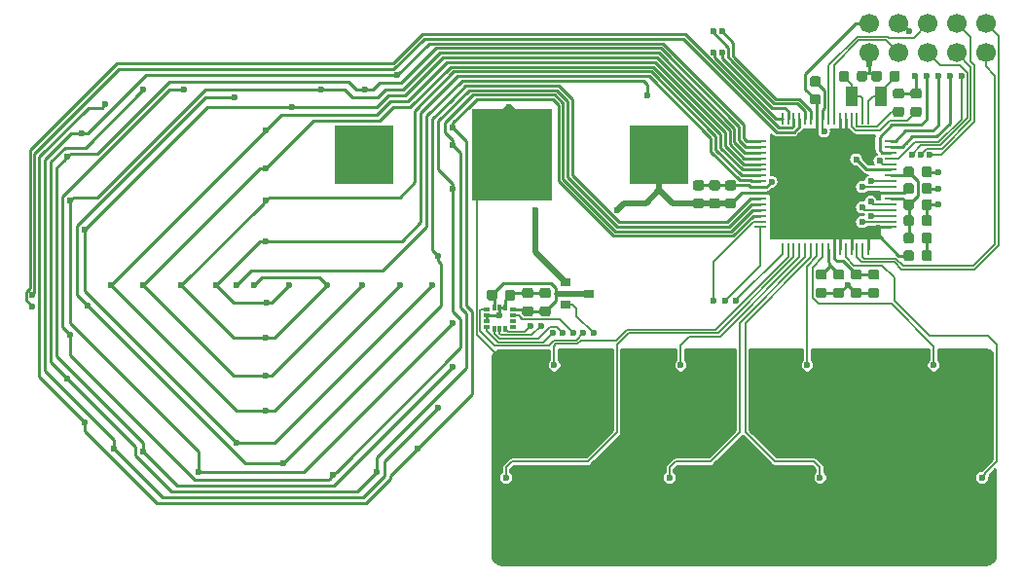
<source format=gbr>
G04 #@! TF.GenerationSoftware,KiCad,Pcbnew,5.0.2+dfsg1-1~bpo9+1*
G04 #@! TF.CreationDate,2019-04-10T18:13:28+03:00*
G04 #@! TF.ProjectId,kicad,6b696361-642e-46b6-9963-61645f706362,rev?*
G04 #@! TF.SameCoordinates,Original*
G04 #@! TF.FileFunction,Copper,L2,Bot*
G04 #@! TF.FilePolarity,Positive*
%FSLAX46Y46*%
G04 Gerber Fmt 4.6, Leading zero omitted, Abs format (unit mm)*
G04 Created by KiCad (PCBNEW 5.0.2+dfsg1-1~bpo9+1) date Wed 10 Apr 2019 06:13:28 PM MSK*
%MOMM*%
%LPD*%
G01*
G04 APERTURE LIST*
G04 #@! TA.AperFunction,SMDPad,CuDef*
%ADD10R,5.080000X5.080000*%
G04 #@! TD*
G04 #@! TA.AperFunction,SMDPad,CuDef*
%ADD11R,7.000000X8.000000*%
G04 #@! TD*
G04 #@! TA.AperFunction,Conductor*
%ADD12C,0.100000*%
G04 #@! TD*
G04 #@! TA.AperFunction,SMDPad,CuDef*
%ADD13C,0.875000*%
G04 #@! TD*
G04 #@! TA.AperFunction,SMDPad,CuDef*
%ADD14R,0.900000X0.800000*%
G04 #@! TD*
G04 #@! TA.AperFunction,BGAPad,CuDef*
%ADD15C,1.700000*%
G04 #@! TD*
G04 #@! TA.AperFunction,SMDPad,CuDef*
%ADD16R,0.580000X0.350000*%
G04 #@! TD*
G04 #@! TA.AperFunction,SMDPad,CuDef*
%ADD17R,0.350000X0.580000*%
G04 #@! TD*
G04 #@! TA.AperFunction,SMDPad,CuDef*
%ADD18R,1.000000X1.800000*%
G04 #@! TD*
G04 #@! TA.AperFunction,SMDPad,CuDef*
%ADD19R,1.000000X0.250000*%
G04 #@! TD*
G04 #@! TA.AperFunction,SMDPad,CuDef*
%ADD20R,0.250000X1.000000*%
G04 #@! TD*
G04 #@! TA.AperFunction,ViaPad*
%ADD21C,0.600000*%
G04 #@! TD*
G04 #@! TA.AperFunction,Conductor*
%ADD22C,0.254000*%
G04 #@! TD*
G04 #@! TA.AperFunction,Conductor*
%ADD23C,0.508000*%
G04 #@! TD*
G04 #@! TA.AperFunction,Conductor*
%ADD24C,0.152400*%
G04 #@! TD*
G04 #@! TA.AperFunction,Conductor*
%ADD25C,0.203000*%
G04 #@! TD*
G04 APERTURE END LIST*
D10*
G04 #@! TO.P,BT1,1*
G04 #@! TO.N,N/C*
X133962000Y-93218000D03*
G04 #@! TO.N,VDD*
X159662000Y-93218000D03*
D11*
G04 #@! TO.P,BT1,2*
G04 #@! TO.N,GND*
X146812000Y-93218000D03*
G04 #@! TD*
D12*
G04 #@! TO.N,N$1*
G04 #@! TO.C,C1_1*
G36*
X174013691Y-103195553D02*
X174034926Y-103198703D01*
X174055750Y-103203919D01*
X174075962Y-103211151D01*
X174095368Y-103220330D01*
X174113781Y-103231366D01*
X174131024Y-103244154D01*
X174146930Y-103258570D01*
X174161346Y-103274476D01*
X174174134Y-103291719D01*
X174185170Y-103310132D01*
X174194349Y-103329538D01*
X174201581Y-103349750D01*
X174206797Y-103370574D01*
X174209947Y-103391809D01*
X174211000Y-103413250D01*
X174211000Y-103850750D01*
X174209947Y-103872191D01*
X174206797Y-103893426D01*
X174201581Y-103914250D01*
X174194349Y-103934462D01*
X174185170Y-103953868D01*
X174174134Y-103972281D01*
X174161346Y-103989524D01*
X174146930Y-104005430D01*
X174131024Y-104019846D01*
X174113781Y-104032634D01*
X174095368Y-104043670D01*
X174075962Y-104052849D01*
X174055750Y-104060081D01*
X174034926Y-104065297D01*
X174013691Y-104068447D01*
X173992250Y-104069500D01*
X173479750Y-104069500D01*
X173458309Y-104068447D01*
X173437074Y-104065297D01*
X173416250Y-104060081D01*
X173396038Y-104052849D01*
X173376632Y-104043670D01*
X173358219Y-104032634D01*
X173340976Y-104019846D01*
X173325070Y-104005430D01*
X173310654Y-103989524D01*
X173297866Y-103972281D01*
X173286830Y-103953868D01*
X173277651Y-103934462D01*
X173270419Y-103914250D01*
X173265203Y-103893426D01*
X173262053Y-103872191D01*
X173261000Y-103850750D01*
X173261000Y-103413250D01*
X173262053Y-103391809D01*
X173265203Y-103370574D01*
X173270419Y-103349750D01*
X173277651Y-103329538D01*
X173286830Y-103310132D01*
X173297866Y-103291719D01*
X173310654Y-103274476D01*
X173325070Y-103258570D01*
X173340976Y-103244154D01*
X173358219Y-103231366D01*
X173376632Y-103220330D01*
X173396038Y-103211151D01*
X173416250Y-103203919D01*
X173437074Y-103198703D01*
X173458309Y-103195553D01*
X173479750Y-103194500D01*
X173992250Y-103194500D01*
X174013691Y-103195553D01*
X174013691Y-103195553D01*
G37*
D13*
G04 #@! TD*
G04 #@! TO.P,C1_1,1*
G04 #@! TO.N,N$1*
X173736000Y-103632000D03*
D12*
G04 #@! TO.N,GND*
G04 #@! TO.C,C1_1*
G36*
X174013691Y-104770553D02*
X174034926Y-104773703D01*
X174055750Y-104778919D01*
X174075962Y-104786151D01*
X174095368Y-104795330D01*
X174113781Y-104806366D01*
X174131024Y-104819154D01*
X174146930Y-104833570D01*
X174161346Y-104849476D01*
X174174134Y-104866719D01*
X174185170Y-104885132D01*
X174194349Y-104904538D01*
X174201581Y-104924750D01*
X174206797Y-104945574D01*
X174209947Y-104966809D01*
X174211000Y-104988250D01*
X174211000Y-105425750D01*
X174209947Y-105447191D01*
X174206797Y-105468426D01*
X174201581Y-105489250D01*
X174194349Y-105509462D01*
X174185170Y-105528868D01*
X174174134Y-105547281D01*
X174161346Y-105564524D01*
X174146930Y-105580430D01*
X174131024Y-105594846D01*
X174113781Y-105607634D01*
X174095368Y-105618670D01*
X174075962Y-105627849D01*
X174055750Y-105635081D01*
X174034926Y-105640297D01*
X174013691Y-105643447D01*
X173992250Y-105644500D01*
X173479750Y-105644500D01*
X173458309Y-105643447D01*
X173437074Y-105640297D01*
X173416250Y-105635081D01*
X173396038Y-105627849D01*
X173376632Y-105618670D01*
X173358219Y-105607634D01*
X173340976Y-105594846D01*
X173325070Y-105580430D01*
X173310654Y-105564524D01*
X173297866Y-105547281D01*
X173286830Y-105528868D01*
X173277651Y-105509462D01*
X173270419Y-105489250D01*
X173265203Y-105468426D01*
X173262053Y-105447191D01*
X173261000Y-105425750D01*
X173261000Y-104988250D01*
X173262053Y-104966809D01*
X173265203Y-104945574D01*
X173270419Y-104924750D01*
X173277651Y-104904538D01*
X173286830Y-104885132D01*
X173297866Y-104866719D01*
X173310654Y-104849476D01*
X173325070Y-104833570D01*
X173340976Y-104819154D01*
X173358219Y-104806366D01*
X173376632Y-104795330D01*
X173396038Y-104786151D01*
X173416250Y-104778919D01*
X173437074Y-104773703D01*
X173458309Y-104770553D01*
X173479750Y-104769500D01*
X173992250Y-104769500D01*
X174013691Y-104770553D01*
X174013691Y-104770553D01*
G37*
D13*
G04 #@! TD*
G04 #@! TO.P,C1_1,2*
G04 #@! TO.N,GND*
X173736000Y-105207000D03*
D12*
G04 #@! TO.N,N$25*
G04 #@! TO.C,R3*
G36*
X180744691Y-89022553D02*
X180765926Y-89025703D01*
X180786750Y-89030919D01*
X180806962Y-89038151D01*
X180826368Y-89047330D01*
X180844781Y-89058366D01*
X180862024Y-89071154D01*
X180877930Y-89085570D01*
X180892346Y-89101476D01*
X180905134Y-89118719D01*
X180916170Y-89137132D01*
X180925349Y-89156538D01*
X180932581Y-89176750D01*
X180937797Y-89197574D01*
X180940947Y-89218809D01*
X180942000Y-89240250D01*
X180942000Y-89677750D01*
X180940947Y-89699191D01*
X180937797Y-89720426D01*
X180932581Y-89741250D01*
X180925349Y-89761462D01*
X180916170Y-89780868D01*
X180905134Y-89799281D01*
X180892346Y-89816524D01*
X180877930Y-89832430D01*
X180862024Y-89846846D01*
X180844781Y-89859634D01*
X180826368Y-89870670D01*
X180806962Y-89879849D01*
X180786750Y-89887081D01*
X180765926Y-89892297D01*
X180744691Y-89895447D01*
X180723250Y-89896500D01*
X180210750Y-89896500D01*
X180189309Y-89895447D01*
X180168074Y-89892297D01*
X180147250Y-89887081D01*
X180127038Y-89879849D01*
X180107632Y-89870670D01*
X180089219Y-89859634D01*
X180071976Y-89846846D01*
X180056070Y-89832430D01*
X180041654Y-89816524D01*
X180028866Y-89799281D01*
X180017830Y-89780868D01*
X180008651Y-89761462D01*
X180001419Y-89741250D01*
X179996203Y-89720426D01*
X179993053Y-89699191D01*
X179992000Y-89677750D01*
X179992000Y-89240250D01*
X179993053Y-89218809D01*
X179996203Y-89197574D01*
X180001419Y-89176750D01*
X180008651Y-89156538D01*
X180017830Y-89137132D01*
X180028866Y-89118719D01*
X180041654Y-89101476D01*
X180056070Y-89085570D01*
X180071976Y-89071154D01*
X180089219Y-89058366D01*
X180107632Y-89047330D01*
X180127038Y-89038151D01*
X180147250Y-89030919D01*
X180168074Y-89025703D01*
X180189309Y-89022553D01*
X180210750Y-89021500D01*
X180723250Y-89021500D01*
X180744691Y-89022553D01*
X180744691Y-89022553D01*
G37*
D13*
G04 #@! TD*
G04 #@! TO.P,R3,1*
G04 #@! TO.N,N$25*
X180467000Y-89459000D03*
D12*
G04 #@! TO.N,GND*
G04 #@! TO.C,R3*
G36*
X180744691Y-87447553D02*
X180765926Y-87450703D01*
X180786750Y-87455919D01*
X180806962Y-87463151D01*
X180826368Y-87472330D01*
X180844781Y-87483366D01*
X180862024Y-87496154D01*
X180877930Y-87510570D01*
X180892346Y-87526476D01*
X180905134Y-87543719D01*
X180916170Y-87562132D01*
X180925349Y-87581538D01*
X180932581Y-87601750D01*
X180937797Y-87622574D01*
X180940947Y-87643809D01*
X180942000Y-87665250D01*
X180942000Y-88102750D01*
X180940947Y-88124191D01*
X180937797Y-88145426D01*
X180932581Y-88166250D01*
X180925349Y-88186462D01*
X180916170Y-88205868D01*
X180905134Y-88224281D01*
X180892346Y-88241524D01*
X180877930Y-88257430D01*
X180862024Y-88271846D01*
X180844781Y-88284634D01*
X180826368Y-88295670D01*
X180806962Y-88304849D01*
X180786750Y-88312081D01*
X180765926Y-88317297D01*
X180744691Y-88320447D01*
X180723250Y-88321500D01*
X180210750Y-88321500D01*
X180189309Y-88320447D01*
X180168074Y-88317297D01*
X180147250Y-88312081D01*
X180127038Y-88304849D01*
X180107632Y-88295670D01*
X180089219Y-88284634D01*
X180071976Y-88271846D01*
X180056070Y-88257430D01*
X180041654Y-88241524D01*
X180028866Y-88224281D01*
X180017830Y-88205868D01*
X180008651Y-88186462D01*
X180001419Y-88166250D01*
X179996203Y-88145426D01*
X179993053Y-88124191D01*
X179992000Y-88102750D01*
X179992000Y-87665250D01*
X179993053Y-87643809D01*
X179996203Y-87622574D01*
X180001419Y-87601750D01*
X180008651Y-87581538D01*
X180017830Y-87562132D01*
X180028866Y-87543719D01*
X180041654Y-87526476D01*
X180056070Y-87510570D01*
X180071976Y-87496154D01*
X180089219Y-87483366D01*
X180107632Y-87472330D01*
X180127038Y-87463151D01*
X180147250Y-87455919D01*
X180168074Y-87450703D01*
X180189309Y-87447553D01*
X180210750Y-87446500D01*
X180723250Y-87446500D01*
X180744691Y-87447553D01*
X180744691Y-87447553D01*
G37*
D13*
G04 #@! TD*
G04 #@! TO.P,R3,2*
G04 #@! TO.N,GND*
X180467000Y-87884000D03*
D12*
G04 #@! TO.N,VDD*
G04 #@! TO.C,FB1*
G36*
X181596191Y-101507053D02*
X181617426Y-101510203D01*
X181638250Y-101515419D01*
X181658462Y-101522651D01*
X181677868Y-101531830D01*
X181696281Y-101542866D01*
X181713524Y-101555654D01*
X181729430Y-101570070D01*
X181743846Y-101585976D01*
X181756634Y-101603219D01*
X181767670Y-101621632D01*
X181776849Y-101641038D01*
X181784081Y-101661250D01*
X181789297Y-101682074D01*
X181792447Y-101703309D01*
X181793500Y-101724750D01*
X181793500Y-102237250D01*
X181792447Y-102258691D01*
X181789297Y-102279926D01*
X181784081Y-102300750D01*
X181776849Y-102320962D01*
X181767670Y-102340368D01*
X181756634Y-102358781D01*
X181743846Y-102376024D01*
X181729430Y-102391930D01*
X181713524Y-102406346D01*
X181696281Y-102419134D01*
X181677868Y-102430170D01*
X181658462Y-102439349D01*
X181638250Y-102446581D01*
X181617426Y-102451797D01*
X181596191Y-102454947D01*
X181574750Y-102456000D01*
X181137250Y-102456000D01*
X181115809Y-102454947D01*
X181094574Y-102451797D01*
X181073750Y-102446581D01*
X181053538Y-102439349D01*
X181034132Y-102430170D01*
X181015719Y-102419134D01*
X180998476Y-102406346D01*
X180982570Y-102391930D01*
X180968154Y-102376024D01*
X180955366Y-102358781D01*
X180944330Y-102340368D01*
X180935151Y-102320962D01*
X180927919Y-102300750D01*
X180922703Y-102279926D01*
X180919553Y-102258691D01*
X180918500Y-102237250D01*
X180918500Y-101724750D01*
X180919553Y-101703309D01*
X180922703Y-101682074D01*
X180927919Y-101661250D01*
X180935151Y-101641038D01*
X180944330Y-101621632D01*
X180955366Y-101603219D01*
X180968154Y-101585976D01*
X180982570Y-101570070D01*
X180998476Y-101555654D01*
X181015719Y-101542866D01*
X181034132Y-101531830D01*
X181053538Y-101522651D01*
X181073750Y-101515419D01*
X181094574Y-101510203D01*
X181115809Y-101507053D01*
X181137250Y-101506000D01*
X181574750Y-101506000D01*
X181596191Y-101507053D01*
X181596191Y-101507053D01*
G37*
D13*
G04 #@! TD*
G04 #@! TO.P,FB1,1*
G04 #@! TO.N,VDD*
X181356000Y-101981000D03*
D12*
G04 #@! TO.N,N$2*
G04 #@! TO.C,FB1*
G36*
X183171191Y-101507053D02*
X183192426Y-101510203D01*
X183213250Y-101515419D01*
X183233462Y-101522651D01*
X183252868Y-101531830D01*
X183271281Y-101542866D01*
X183288524Y-101555654D01*
X183304430Y-101570070D01*
X183318846Y-101585976D01*
X183331634Y-101603219D01*
X183342670Y-101621632D01*
X183351849Y-101641038D01*
X183359081Y-101661250D01*
X183364297Y-101682074D01*
X183367447Y-101703309D01*
X183368500Y-101724750D01*
X183368500Y-102237250D01*
X183367447Y-102258691D01*
X183364297Y-102279926D01*
X183359081Y-102300750D01*
X183351849Y-102320962D01*
X183342670Y-102340368D01*
X183331634Y-102358781D01*
X183318846Y-102376024D01*
X183304430Y-102391930D01*
X183288524Y-102406346D01*
X183271281Y-102419134D01*
X183252868Y-102430170D01*
X183233462Y-102439349D01*
X183213250Y-102446581D01*
X183192426Y-102451797D01*
X183171191Y-102454947D01*
X183149750Y-102456000D01*
X182712250Y-102456000D01*
X182690809Y-102454947D01*
X182669574Y-102451797D01*
X182648750Y-102446581D01*
X182628538Y-102439349D01*
X182609132Y-102430170D01*
X182590719Y-102419134D01*
X182573476Y-102406346D01*
X182557570Y-102391930D01*
X182543154Y-102376024D01*
X182530366Y-102358781D01*
X182519330Y-102340368D01*
X182510151Y-102320962D01*
X182502919Y-102300750D01*
X182497703Y-102279926D01*
X182494553Y-102258691D01*
X182493500Y-102237250D01*
X182493500Y-101724750D01*
X182494553Y-101703309D01*
X182497703Y-101682074D01*
X182502919Y-101661250D01*
X182510151Y-101641038D01*
X182519330Y-101621632D01*
X182530366Y-101603219D01*
X182543154Y-101585976D01*
X182557570Y-101570070D01*
X182573476Y-101555654D01*
X182590719Y-101542866D01*
X182609132Y-101531830D01*
X182628538Y-101522651D01*
X182648750Y-101515419D01*
X182669574Y-101510203D01*
X182690809Y-101507053D01*
X182712250Y-101506000D01*
X183149750Y-101506000D01*
X183171191Y-101507053D01*
X183171191Y-101507053D01*
G37*
D13*
G04 #@! TD*
G04 #@! TO.P,FB1,2*
G04 #@! TO.N,N$2*
X182931000Y-101981000D03*
D14*
G04 #@! TO.P,Q1,1*
G04 #@! TO.N,N$13*
X151527000Y-106233000D03*
G04 #@! TO.P,Q1,2*
G04 #@! TO.N,VDD*
X151527000Y-104333000D03*
G04 #@! TO.P,Q1,3*
G04 #@! TO.N,IMU_VDD*
X153527000Y-105283000D03*
G04 #@! TD*
D12*
G04 #@! TO.N,GND*
G04 #@! TO.C,C16*
G36*
X178802191Y-85886053D02*
X178823426Y-85889203D01*
X178844250Y-85894419D01*
X178864462Y-85901651D01*
X178883868Y-85910830D01*
X178902281Y-85921866D01*
X178919524Y-85934654D01*
X178935430Y-85949070D01*
X178949846Y-85964976D01*
X178962634Y-85982219D01*
X178973670Y-86000632D01*
X178982849Y-86020038D01*
X178990081Y-86040250D01*
X178995297Y-86061074D01*
X178998447Y-86082309D01*
X178999500Y-86103750D01*
X178999500Y-86616250D01*
X178998447Y-86637691D01*
X178995297Y-86658926D01*
X178990081Y-86679750D01*
X178982849Y-86699962D01*
X178973670Y-86719368D01*
X178962634Y-86737781D01*
X178949846Y-86755024D01*
X178935430Y-86770930D01*
X178919524Y-86785346D01*
X178902281Y-86798134D01*
X178883868Y-86809170D01*
X178864462Y-86818349D01*
X178844250Y-86825581D01*
X178823426Y-86830797D01*
X178802191Y-86833947D01*
X178780750Y-86835000D01*
X178343250Y-86835000D01*
X178321809Y-86833947D01*
X178300574Y-86830797D01*
X178279750Y-86825581D01*
X178259538Y-86818349D01*
X178240132Y-86809170D01*
X178221719Y-86798134D01*
X178204476Y-86785346D01*
X178188570Y-86770930D01*
X178174154Y-86755024D01*
X178161366Y-86737781D01*
X178150330Y-86719368D01*
X178141151Y-86699962D01*
X178133919Y-86679750D01*
X178128703Y-86658926D01*
X178125553Y-86637691D01*
X178124500Y-86616250D01*
X178124500Y-86103750D01*
X178125553Y-86082309D01*
X178128703Y-86061074D01*
X178133919Y-86040250D01*
X178141151Y-86020038D01*
X178150330Y-86000632D01*
X178161366Y-85982219D01*
X178174154Y-85964976D01*
X178188570Y-85949070D01*
X178204476Y-85934654D01*
X178221719Y-85921866D01*
X178240132Y-85910830D01*
X178259538Y-85901651D01*
X178279750Y-85894419D01*
X178300574Y-85889203D01*
X178321809Y-85886053D01*
X178343250Y-85885000D01*
X178780750Y-85885000D01*
X178802191Y-85886053D01*
X178802191Y-85886053D01*
G37*
D13*
G04 #@! TD*
G04 #@! TO.P,C16,2*
G04 #@! TO.N,GND*
X178562000Y-86360000D03*
D12*
G04 #@! TO.N,LFXTAL_N*
G04 #@! TO.C,C16*
G36*
X180377191Y-85886053D02*
X180398426Y-85889203D01*
X180419250Y-85894419D01*
X180439462Y-85901651D01*
X180458868Y-85910830D01*
X180477281Y-85921866D01*
X180494524Y-85934654D01*
X180510430Y-85949070D01*
X180524846Y-85964976D01*
X180537634Y-85982219D01*
X180548670Y-86000632D01*
X180557849Y-86020038D01*
X180565081Y-86040250D01*
X180570297Y-86061074D01*
X180573447Y-86082309D01*
X180574500Y-86103750D01*
X180574500Y-86616250D01*
X180573447Y-86637691D01*
X180570297Y-86658926D01*
X180565081Y-86679750D01*
X180557849Y-86699962D01*
X180548670Y-86719368D01*
X180537634Y-86737781D01*
X180524846Y-86755024D01*
X180510430Y-86770930D01*
X180494524Y-86785346D01*
X180477281Y-86798134D01*
X180458868Y-86809170D01*
X180439462Y-86818349D01*
X180419250Y-86825581D01*
X180398426Y-86830797D01*
X180377191Y-86833947D01*
X180355750Y-86835000D01*
X179918250Y-86835000D01*
X179896809Y-86833947D01*
X179875574Y-86830797D01*
X179854750Y-86825581D01*
X179834538Y-86818349D01*
X179815132Y-86809170D01*
X179796719Y-86798134D01*
X179779476Y-86785346D01*
X179763570Y-86770930D01*
X179749154Y-86755024D01*
X179736366Y-86737781D01*
X179725330Y-86719368D01*
X179716151Y-86699962D01*
X179708919Y-86679750D01*
X179703703Y-86658926D01*
X179700553Y-86637691D01*
X179699500Y-86616250D01*
X179699500Y-86103750D01*
X179700553Y-86082309D01*
X179703703Y-86061074D01*
X179708919Y-86040250D01*
X179716151Y-86020038D01*
X179725330Y-86000632D01*
X179736366Y-85982219D01*
X179749154Y-85964976D01*
X179763570Y-85949070D01*
X179779476Y-85934654D01*
X179796719Y-85921866D01*
X179815132Y-85910830D01*
X179834538Y-85901651D01*
X179854750Y-85894419D01*
X179875574Y-85889203D01*
X179896809Y-85886053D01*
X179918250Y-85885000D01*
X180355750Y-85885000D01*
X180377191Y-85886053D01*
X180377191Y-85886053D01*
G37*
D13*
G04 #@! TD*
G04 #@! TO.P,C16,1*
G04 #@! TO.N,LFXTAL_N*
X180137000Y-86360000D03*
D12*
G04 #@! TO.N,GND*
G04 #@! TO.C,C15*
G36*
X177532191Y-85886053D02*
X177553426Y-85889203D01*
X177574250Y-85894419D01*
X177594462Y-85901651D01*
X177613868Y-85910830D01*
X177632281Y-85921866D01*
X177649524Y-85934654D01*
X177665430Y-85949070D01*
X177679846Y-85964976D01*
X177692634Y-85982219D01*
X177703670Y-86000632D01*
X177712849Y-86020038D01*
X177720081Y-86040250D01*
X177725297Y-86061074D01*
X177728447Y-86082309D01*
X177729500Y-86103750D01*
X177729500Y-86616250D01*
X177728447Y-86637691D01*
X177725297Y-86658926D01*
X177720081Y-86679750D01*
X177712849Y-86699962D01*
X177703670Y-86719368D01*
X177692634Y-86737781D01*
X177679846Y-86755024D01*
X177665430Y-86770930D01*
X177649524Y-86785346D01*
X177632281Y-86798134D01*
X177613868Y-86809170D01*
X177594462Y-86818349D01*
X177574250Y-86825581D01*
X177553426Y-86830797D01*
X177532191Y-86833947D01*
X177510750Y-86835000D01*
X177073250Y-86835000D01*
X177051809Y-86833947D01*
X177030574Y-86830797D01*
X177009750Y-86825581D01*
X176989538Y-86818349D01*
X176970132Y-86809170D01*
X176951719Y-86798134D01*
X176934476Y-86785346D01*
X176918570Y-86770930D01*
X176904154Y-86755024D01*
X176891366Y-86737781D01*
X176880330Y-86719368D01*
X176871151Y-86699962D01*
X176863919Y-86679750D01*
X176858703Y-86658926D01*
X176855553Y-86637691D01*
X176854500Y-86616250D01*
X176854500Y-86103750D01*
X176855553Y-86082309D01*
X176858703Y-86061074D01*
X176863919Y-86040250D01*
X176871151Y-86020038D01*
X176880330Y-86000632D01*
X176891366Y-85982219D01*
X176904154Y-85964976D01*
X176918570Y-85949070D01*
X176934476Y-85934654D01*
X176951719Y-85921866D01*
X176970132Y-85910830D01*
X176989538Y-85901651D01*
X177009750Y-85894419D01*
X177030574Y-85889203D01*
X177051809Y-85886053D01*
X177073250Y-85885000D01*
X177510750Y-85885000D01*
X177532191Y-85886053D01*
X177532191Y-85886053D01*
G37*
D13*
G04 #@! TD*
G04 #@! TO.P,C15,2*
G04 #@! TO.N,GND*
X177292000Y-86360000D03*
D12*
G04 #@! TO.N,LFXTAL_P*
G04 #@! TO.C,C15*
G36*
X175957191Y-85886053D02*
X175978426Y-85889203D01*
X175999250Y-85894419D01*
X176019462Y-85901651D01*
X176038868Y-85910830D01*
X176057281Y-85921866D01*
X176074524Y-85934654D01*
X176090430Y-85949070D01*
X176104846Y-85964976D01*
X176117634Y-85982219D01*
X176128670Y-86000632D01*
X176137849Y-86020038D01*
X176145081Y-86040250D01*
X176150297Y-86061074D01*
X176153447Y-86082309D01*
X176154500Y-86103750D01*
X176154500Y-86616250D01*
X176153447Y-86637691D01*
X176150297Y-86658926D01*
X176145081Y-86679750D01*
X176137849Y-86699962D01*
X176128670Y-86719368D01*
X176117634Y-86737781D01*
X176104846Y-86755024D01*
X176090430Y-86770930D01*
X176074524Y-86785346D01*
X176057281Y-86798134D01*
X176038868Y-86809170D01*
X176019462Y-86818349D01*
X175999250Y-86825581D01*
X175978426Y-86830797D01*
X175957191Y-86833947D01*
X175935750Y-86835000D01*
X175498250Y-86835000D01*
X175476809Y-86833947D01*
X175455574Y-86830797D01*
X175434750Y-86825581D01*
X175414538Y-86818349D01*
X175395132Y-86809170D01*
X175376719Y-86798134D01*
X175359476Y-86785346D01*
X175343570Y-86770930D01*
X175329154Y-86755024D01*
X175316366Y-86737781D01*
X175305330Y-86719368D01*
X175296151Y-86699962D01*
X175288919Y-86679750D01*
X175283703Y-86658926D01*
X175280553Y-86637691D01*
X175279500Y-86616250D01*
X175279500Y-86103750D01*
X175280553Y-86082309D01*
X175283703Y-86061074D01*
X175288919Y-86040250D01*
X175296151Y-86020038D01*
X175305330Y-86000632D01*
X175316366Y-85982219D01*
X175329154Y-85964976D01*
X175343570Y-85949070D01*
X175359476Y-85934654D01*
X175376719Y-85921866D01*
X175395132Y-85910830D01*
X175414538Y-85901651D01*
X175434750Y-85894419D01*
X175455574Y-85889203D01*
X175476809Y-85886053D01*
X175498250Y-85885000D01*
X175935750Y-85885000D01*
X175957191Y-85886053D01*
X175957191Y-85886053D01*
G37*
D13*
G04 #@! TD*
G04 #@! TO.P,C15,1*
G04 #@! TO.N,LFXTAL_P*
X175717000Y-86360000D03*
D12*
G04 #@! TO.N,IMU_VDD*
G04 #@! TO.C,C14*
G36*
X150010691Y-106370553D02*
X150031926Y-106373703D01*
X150052750Y-106378919D01*
X150072962Y-106386151D01*
X150092368Y-106395330D01*
X150110781Y-106406366D01*
X150128024Y-106419154D01*
X150143930Y-106433570D01*
X150158346Y-106449476D01*
X150171134Y-106466719D01*
X150182170Y-106485132D01*
X150191349Y-106504538D01*
X150198581Y-106524750D01*
X150203797Y-106545574D01*
X150206947Y-106566809D01*
X150208000Y-106588250D01*
X150208000Y-107025750D01*
X150206947Y-107047191D01*
X150203797Y-107068426D01*
X150198581Y-107089250D01*
X150191349Y-107109462D01*
X150182170Y-107128868D01*
X150171134Y-107147281D01*
X150158346Y-107164524D01*
X150143930Y-107180430D01*
X150128024Y-107194846D01*
X150110781Y-107207634D01*
X150092368Y-107218670D01*
X150072962Y-107227849D01*
X150052750Y-107235081D01*
X150031926Y-107240297D01*
X150010691Y-107243447D01*
X149989250Y-107244500D01*
X149476750Y-107244500D01*
X149455309Y-107243447D01*
X149434074Y-107240297D01*
X149413250Y-107235081D01*
X149393038Y-107227849D01*
X149373632Y-107218670D01*
X149355219Y-107207634D01*
X149337976Y-107194846D01*
X149322070Y-107180430D01*
X149307654Y-107164524D01*
X149294866Y-107147281D01*
X149283830Y-107128868D01*
X149274651Y-107109462D01*
X149267419Y-107089250D01*
X149262203Y-107068426D01*
X149259053Y-107047191D01*
X149258000Y-107025750D01*
X149258000Y-106588250D01*
X149259053Y-106566809D01*
X149262203Y-106545574D01*
X149267419Y-106524750D01*
X149274651Y-106504538D01*
X149283830Y-106485132D01*
X149294866Y-106466719D01*
X149307654Y-106449476D01*
X149322070Y-106433570D01*
X149337976Y-106419154D01*
X149355219Y-106406366D01*
X149373632Y-106395330D01*
X149393038Y-106386151D01*
X149413250Y-106378919D01*
X149434074Y-106373703D01*
X149455309Y-106370553D01*
X149476750Y-106369500D01*
X149989250Y-106369500D01*
X150010691Y-106370553D01*
X150010691Y-106370553D01*
G37*
D13*
G04 #@! TD*
G04 #@! TO.P,C14,1*
G04 #@! TO.N,IMU_VDD*
X149733000Y-106807000D03*
D12*
G04 #@! TO.N,GND*
G04 #@! TO.C,C14*
G36*
X150010691Y-104795553D02*
X150031926Y-104798703D01*
X150052750Y-104803919D01*
X150072962Y-104811151D01*
X150092368Y-104820330D01*
X150110781Y-104831366D01*
X150128024Y-104844154D01*
X150143930Y-104858570D01*
X150158346Y-104874476D01*
X150171134Y-104891719D01*
X150182170Y-104910132D01*
X150191349Y-104929538D01*
X150198581Y-104949750D01*
X150203797Y-104970574D01*
X150206947Y-104991809D01*
X150208000Y-105013250D01*
X150208000Y-105450750D01*
X150206947Y-105472191D01*
X150203797Y-105493426D01*
X150198581Y-105514250D01*
X150191349Y-105534462D01*
X150182170Y-105553868D01*
X150171134Y-105572281D01*
X150158346Y-105589524D01*
X150143930Y-105605430D01*
X150128024Y-105619846D01*
X150110781Y-105632634D01*
X150092368Y-105643670D01*
X150072962Y-105652849D01*
X150052750Y-105660081D01*
X150031926Y-105665297D01*
X150010691Y-105668447D01*
X149989250Y-105669500D01*
X149476750Y-105669500D01*
X149455309Y-105668447D01*
X149434074Y-105665297D01*
X149413250Y-105660081D01*
X149393038Y-105652849D01*
X149373632Y-105643670D01*
X149355219Y-105632634D01*
X149337976Y-105619846D01*
X149322070Y-105605430D01*
X149307654Y-105589524D01*
X149294866Y-105572281D01*
X149283830Y-105553868D01*
X149274651Y-105534462D01*
X149267419Y-105514250D01*
X149262203Y-105493426D01*
X149259053Y-105472191D01*
X149258000Y-105450750D01*
X149258000Y-105013250D01*
X149259053Y-104991809D01*
X149262203Y-104970574D01*
X149267419Y-104949750D01*
X149274651Y-104929538D01*
X149283830Y-104910132D01*
X149294866Y-104891719D01*
X149307654Y-104874476D01*
X149322070Y-104858570D01*
X149337976Y-104844154D01*
X149355219Y-104831366D01*
X149373632Y-104820330D01*
X149393038Y-104811151D01*
X149413250Y-104803919D01*
X149434074Y-104798703D01*
X149455309Y-104795553D01*
X149476750Y-104794500D01*
X149989250Y-104794500D01*
X150010691Y-104795553D01*
X150010691Y-104795553D01*
G37*
D13*
G04 #@! TD*
G04 #@! TO.P,C14,2*
G04 #@! TO.N,GND*
X149733000Y-105232000D03*
D12*
G04 #@! TO.N,GND*
G04 #@! TO.C,C2*
G36*
X173505691Y-86380553D02*
X173526926Y-86383703D01*
X173547750Y-86388919D01*
X173567962Y-86396151D01*
X173587368Y-86405330D01*
X173605781Y-86416366D01*
X173623024Y-86429154D01*
X173638930Y-86443570D01*
X173653346Y-86459476D01*
X173666134Y-86476719D01*
X173677170Y-86495132D01*
X173686349Y-86514538D01*
X173693581Y-86534750D01*
X173698797Y-86555574D01*
X173701947Y-86576809D01*
X173703000Y-86598250D01*
X173703000Y-87035750D01*
X173701947Y-87057191D01*
X173698797Y-87078426D01*
X173693581Y-87099250D01*
X173686349Y-87119462D01*
X173677170Y-87138868D01*
X173666134Y-87157281D01*
X173653346Y-87174524D01*
X173638930Y-87190430D01*
X173623024Y-87204846D01*
X173605781Y-87217634D01*
X173587368Y-87228670D01*
X173567962Y-87237849D01*
X173547750Y-87245081D01*
X173526926Y-87250297D01*
X173505691Y-87253447D01*
X173484250Y-87254500D01*
X172971750Y-87254500D01*
X172950309Y-87253447D01*
X172929074Y-87250297D01*
X172908250Y-87245081D01*
X172888038Y-87237849D01*
X172868632Y-87228670D01*
X172850219Y-87217634D01*
X172832976Y-87204846D01*
X172817070Y-87190430D01*
X172802654Y-87174524D01*
X172789866Y-87157281D01*
X172778830Y-87138868D01*
X172769651Y-87119462D01*
X172762419Y-87099250D01*
X172757203Y-87078426D01*
X172754053Y-87057191D01*
X172753000Y-87035750D01*
X172753000Y-86598250D01*
X172754053Y-86576809D01*
X172757203Y-86555574D01*
X172762419Y-86534750D01*
X172769651Y-86514538D01*
X172778830Y-86495132D01*
X172789866Y-86476719D01*
X172802654Y-86459476D01*
X172817070Y-86443570D01*
X172832976Y-86429154D01*
X172850219Y-86416366D01*
X172868632Y-86405330D01*
X172888038Y-86396151D01*
X172908250Y-86388919D01*
X172929074Y-86383703D01*
X172950309Y-86380553D01*
X172971750Y-86379500D01*
X173484250Y-86379500D01*
X173505691Y-86380553D01*
X173505691Y-86380553D01*
G37*
D13*
G04 #@! TD*
G04 #@! TO.P,C2,2*
G04 #@! TO.N,GND*
X173228000Y-86817000D03*
D12*
G04 #@! TO.N,VDD*
G04 #@! TO.C,C2*
G36*
X173505691Y-87955553D02*
X173526926Y-87958703D01*
X173547750Y-87963919D01*
X173567962Y-87971151D01*
X173587368Y-87980330D01*
X173605781Y-87991366D01*
X173623024Y-88004154D01*
X173638930Y-88018570D01*
X173653346Y-88034476D01*
X173666134Y-88051719D01*
X173677170Y-88070132D01*
X173686349Y-88089538D01*
X173693581Y-88109750D01*
X173698797Y-88130574D01*
X173701947Y-88151809D01*
X173703000Y-88173250D01*
X173703000Y-88610750D01*
X173701947Y-88632191D01*
X173698797Y-88653426D01*
X173693581Y-88674250D01*
X173686349Y-88694462D01*
X173677170Y-88713868D01*
X173666134Y-88732281D01*
X173653346Y-88749524D01*
X173638930Y-88765430D01*
X173623024Y-88779846D01*
X173605781Y-88792634D01*
X173587368Y-88803670D01*
X173567962Y-88812849D01*
X173547750Y-88820081D01*
X173526926Y-88825297D01*
X173505691Y-88828447D01*
X173484250Y-88829500D01*
X172971750Y-88829500D01*
X172950309Y-88828447D01*
X172929074Y-88825297D01*
X172908250Y-88820081D01*
X172888038Y-88812849D01*
X172868632Y-88803670D01*
X172850219Y-88792634D01*
X172832976Y-88779846D01*
X172817070Y-88765430D01*
X172802654Y-88749524D01*
X172789866Y-88732281D01*
X172778830Y-88713868D01*
X172769651Y-88694462D01*
X172762419Y-88674250D01*
X172757203Y-88653426D01*
X172754053Y-88632191D01*
X172753000Y-88610750D01*
X172753000Y-88173250D01*
X172754053Y-88151809D01*
X172757203Y-88130574D01*
X172762419Y-88109750D01*
X172769651Y-88089538D01*
X172778830Y-88070132D01*
X172789866Y-88051719D01*
X172802654Y-88034476D01*
X172817070Y-88018570D01*
X172832976Y-88004154D01*
X172850219Y-87991366D01*
X172868632Y-87980330D01*
X172888038Y-87971151D01*
X172908250Y-87963919D01*
X172929074Y-87958703D01*
X172950309Y-87955553D01*
X172971750Y-87954500D01*
X173484250Y-87954500D01*
X173505691Y-87955553D01*
X173505691Y-87955553D01*
G37*
D13*
G04 #@! TD*
G04 #@! TO.P,C2,1*
G04 #@! TO.N,VDD*
X173228000Y-88392000D03*
D15*
G04 #@! TO.P,J1,5*
G04 #@! TO.N,N$7*
X183007000Y-81788000D03*
G04 #@! TO.P,J1,4*
G04 #@! TO.N,N$6*
X180467000Y-84328000D03*
G04 #@! TO.P,J1,3*
G04 #@! TO.N,N$5*
X180467000Y-81788000D03*
G04 #@! TO.P,J1,2*
G04 #@! TO.N,GND*
X177927000Y-84328000D03*
G04 #@! TO.P,J1,1*
G04 #@! TO.N,VDD*
X177927000Y-81788000D03*
G04 #@! TO.P,J1,10*
G04 #@! TO.N,N$12*
X188087000Y-84328000D03*
G04 #@! TO.P,J1,9*
G04 #@! TO.N,N$11*
X188087000Y-81788000D03*
G04 #@! TO.P,J1,8*
G04 #@! TO.N,N$10*
X185547000Y-84328000D03*
G04 #@! TO.P,J1,7*
G04 #@! TO.N,N$9*
X185547000Y-81788000D03*
G04 #@! TO.P,J1,6*
G04 #@! TO.N,N$8*
X183007000Y-84328000D03*
G04 #@! TD*
D16*
G04 #@! TO.P,U2,4*
G04 #@! TO.N,N$18*
X144609400Y-106691600D03*
G04 #@! TO.P,U2,3*
G04 #@! TO.N,GND*
X144609400Y-107191600D03*
G04 #@! TO.P,U2,2*
X144609400Y-107691600D03*
G04 #@! TO.P,U2,1*
G04 #@! TO.N,N$14*
X144609400Y-108191600D03*
D17*
G04 #@! TO.P,U2,7*
G04 #@! TO.N,GND*
X146284400Y-106516600D03*
G04 #@! TO.P,U2,6*
X145784400Y-106516600D03*
G04 #@! TO.P,U2,5*
G04 #@! TO.N,IMU_VDD*
X145284400Y-106516600D03*
D16*
G04 #@! TO.P,U2,8*
X146959400Y-106691600D03*
G04 #@! TO.P,U2,9*
G04 #@! TO.N,N$19*
X146959400Y-107191600D03*
G04 #@! TO.P,U2,10*
G04 #@! TO.N,N/C*
X146959400Y-107691600D03*
G04 #@! TO.P,U2,11*
X146959400Y-108191600D03*
D17*
G04 #@! TO.P,U2,12*
G04 #@! TO.N,N$17*
X146284400Y-108366600D03*
G04 #@! TO.P,U2,13*
G04 #@! TO.N,N$16*
X145784400Y-108366600D03*
G04 #@! TO.P,U2,14*
G04 #@! TO.N,N$15*
X145284400Y-108366600D03*
G04 #@! TD*
D12*
G04 #@! TO.N,GND*
G04 #@! TO.C,R2*
G36*
X182268691Y-87447553D02*
X182289926Y-87450703D01*
X182310750Y-87455919D01*
X182330962Y-87463151D01*
X182350368Y-87472330D01*
X182368781Y-87483366D01*
X182386024Y-87496154D01*
X182401930Y-87510570D01*
X182416346Y-87526476D01*
X182429134Y-87543719D01*
X182440170Y-87562132D01*
X182449349Y-87581538D01*
X182456581Y-87601750D01*
X182461797Y-87622574D01*
X182464947Y-87643809D01*
X182466000Y-87665250D01*
X182466000Y-88102750D01*
X182464947Y-88124191D01*
X182461797Y-88145426D01*
X182456581Y-88166250D01*
X182449349Y-88186462D01*
X182440170Y-88205868D01*
X182429134Y-88224281D01*
X182416346Y-88241524D01*
X182401930Y-88257430D01*
X182386024Y-88271846D01*
X182368781Y-88284634D01*
X182350368Y-88295670D01*
X182330962Y-88304849D01*
X182310750Y-88312081D01*
X182289926Y-88317297D01*
X182268691Y-88320447D01*
X182247250Y-88321500D01*
X181734750Y-88321500D01*
X181713309Y-88320447D01*
X181692074Y-88317297D01*
X181671250Y-88312081D01*
X181651038Y-88304849D01*
X181631632Y-88295670D01*
X181613219Y-88284634D01*
X181595976Y-88271846D01*
X181580070Y-88257430D01*
X181565654Y-88241524D01*
X181552866Y-88224281D01*
X181541830Y-88205868D01*
X181532651Y-88186462D01*
X181525419Y-88166250D01*
X181520203Y-88145426D01*
X181517053Y-88124191D01*
X181516000Y-88102750D01*
X181516000Y-87665250D01*
X181517053Y-87643809D01*
X181520203Y-87622574D01*
X181525419Y-87601750D01*
X181532651Y-87581538D01*
X181541830Y-87562132D01*
X181552866Y-87543719D01*
X181565654Y-87526476D01*
X181580070Y-87510570D01*
X181595976Y-87496154D01*
X181613219Y-87483366D01*
X181631632Y-87472330D01*
X181651038Y-87463151D01*
X181671250Y-87455919D01*
X181692074Y-87450703D01*
X181713309Y-87447553D01*
X181734750Y-87446500D01*
X182247250Y-87446500D01*
X182268691Y-87447553D01*
X182268691Y-87447553D01*
G37*
D13*
G04 #@! TD*
G04 #@! TO.P,R2,2*
G04 #@! TO.N,GND*
X181991000Y-87884000D03*
D12*
G04 #@! TO.N,N$24*
G04 #@! TO.C,R2*
G36*
X182268691Y-89022553D02*
X182289926Y-89025703D01*
X182310750Y-89030919D01*
X182330962Y-89038151D01*
X182350368Y-89047330D01*
X182368781Y-89058366D01*
X182386024Y-89071154D01*
X182401930Y-89085570D01*
X182416346Y-89101476D01*
X182429134Y-89118719D01*
X182440170Y-89137132D01*
X182449349Y-89156538D01*
X182456581Y-89176750D01*
X182461797Y-89197574D01*
X182464947Y-89218809D01*
X182466000Y-89240250D01*
X182466000Y-89677750D01*
X182464947Y-89699191D01*
X182461797Y-89720426D01*
X182456581Y-89741250D01*
X182449349Y-89761462D01*
X182440170Y-89780868D01*
X182429134Y-89799281D01*
X182416346Y-89816524D01*
X182401930Y-89832430D01*
X182386024Y-89846846D01*
X182368781Y-89859634D01*
X182350368Y-89870670D01*
X182330962Y-89879849D01*
X182310750Y-89887081D01*
X182289926Y-89892297D01*
X182268691Y-89895447D01*
X182247250Y-89896500D01*
X181734750Y-89896500D01*
X181713309Y-89895447D01*
X181692074Y-89892297D01*
X181671250Y-89887081D01*
X181651038Y-89879849D01*
X181631632Y-89870670D01*
X181613219Y-89859634D01*
X181595976Y-89846846D01*
X181580070Y-89832430D01*
X181565654Y-89816524D01*
X181552866Y-89799281D01*
X181541830Y-89780868D01*
X181532651Y-89761462D01*
X181525419Y-89741250D01*
X181520203Y-89720426D01*
X181517053Y-89699191D01*
X181516000Y-89677750D01*
X181516000Y-89240250D01*
X181517053Y-89218809D01*
X181520203Y-89197574D01*
X181525419Y-89176750D01*
X181532651Y-89156538D01*
X181541830Y-89137132D01*
X181552866Y-89118719D01*
X181565654Y-89101476D01*
X181580070Y-89085570D01*
X181595976Y-89071154D01*
X181613219Y-89058366D01*
X181631632Y-89047330D01*
X181651038Y-89038151D01*
X181671250Y-89030919D01*
X181692074Y-89025703D01*
X181713309Y-89022553D01*
X181734750Y-89021500D01*
X182247250Y-89021500D01*
X182268691Y-89022553D01*
X182268691Y-89022553D01*
G37*
D13*
G04 #@! TD*
G04 #@! TO.P,R2,1*
G04 #@! TO.N,N$24*
X181991000Y-89459000D03*
D12*
G04 #@! TO.N,GND*
G04 #@! TO.C,C13*
G36*
X148486691Y-104795553D02*
X148507926Y-104798703D01*
X148528750Y-104803919D01*
X148548962Y-104811151D01*
X148568368Y-104820330D01*
X148586781Y-104831366D01*
X148604024Y-104844154D01*
X148619930Y-104858570D01*
X148634346Y-104874476D01*
X148647134Y-104891719D01*
X148658170Y-104910132D01*
X148667349Y-104929538D01*
X148674581Y-104949750D01*
X148679797Y-104970574D01*
X148682947Y-104991809D01*
X148684000Y-105013250D01*
X148684000Y-105450750D01*
X148682947Y-105472191D01*
X148679797Y-105493426D01*
X148674581Y-105514250D01*
X148667349Y-105534462D01*
X148658170Y-105553868D01*
X148647134Y-105572281D01*
X148634346Y-105589524D01*
X148619930Y-105605430D01*
X148604024Y-105619846D01*
X148586781Y-105632634D01*
X148568368Y-105643670D01*
X148548962Y-105652849D01*
X148528750Y-105660081D01*
X148507926Y-105665297D01*
X148486691Y-105668447D01*
X148465250Y-105669500D01*
X147952750Y-105669500D01*
X147931309Y-105668447D01*
X147910074Y-105665297D01*
X147889250Y-105660081D01*
X147869038Y-105652849D01*
X147849632Y-105643670D01*
X147831219Y-105632634D01*
X147813976Y-105619846D01*
X147798070Y-105605430D01*
X147783654Y-105589524D01*
X147770866Y-105572281D01*
X147759830Y-105553868D01*
X147750651Y-105534462D01*
X147743419Y-105514250D01*
X147738203Y-105493426D01*
X147735053Y-105472191D01*
X147734000Y-105450750D01*
X147734000Y-105013250D01*
X147735053Y-104991809D01*
X147738203Y-104970574D01*
X147743419Y-104949750D01*
X147750651Y-104929538D01*
X147759830Y-104910132D01*
X147770866Y-104891719D01*
X147783654Y-104874476D01*
X147798070Y-104858570D01*
X147813976Y-104844154D01*
X147831219Y-104831366D01*
X147849632Y-104820330D01*
X147869038Y-104811151D01*
X147889250Y-104803919D01*
X147910074Y-104798703D01*
X147931309Y-104795553D01*
X147952750Y-104794500D01*
X148465250Y-104794500D01*
X148486691Y-104795553D01*
X148486691Y-104795553D01*
G37*
D13*
G04 #@! TD*
G04 #@! TO.P,C13,2*
G04 #@! TO.N,GND*
X148209000Y-105232000D03*
D12*
G04 #@! TO.N,IMU_VDD*
G04 #@! TO.C,C13*
G36*
X148486691Y-106370553D02*
X148507926Y-106373703D01*
X148528750Y-106378919D01*
X148548962Y-106386151D01*
X148568368Y-106395330D01*
X148586781Y-106406366D01*
X148604024Y-106419154D01*
X148619930Y-106433570D01*
X148634346Y-106449476D01*
X148647134Y-106466719D01*
X148658170Y-106485132D01*
X148667349Y-106504538D01*
X148674581Y-106524750D01*
X148679797Y-106545574D01*
X148682947Y-106566809D01*
X148684000Y-106588250D01*
X148684000Y-107025750D01*
X148682947Y-107047191D01*
X148679797Y-107068426D01*
X148674581Y-107089250D01*
X148667349Y-107109462D01*
X148658170Y-107128868D01*
X148647134Y-107147281D01*
X148634346Y-107164524D01*
X148619930Y-107180430D01*
X148604024Y-107194846D01*
X148586781Y-107207634D01*
X148568368Y-107218670D01*
X148548962Y-107227849D01*
X148528750Y-107235081D01*
X148507926Y-107240297D01*
X148486691Y-107243447D01*
X148465250Y-107244500D01*
X147952750Y-107244500D01*
X147931309Y-107243447D01*
X147910074Y-107240297D01*
X147889250Y-107235081D01*
X147869038Y-107227849D01*
X147849632Y-107218670D01*
X147831219Y-107207634D01*
X147813976Y-107194846D01*
X147798070Y-107180430D01*
X147783654Y-107164524D01*
X147770866Y-107147281D01*
X147759830Y-107128868D01*
X147750651Y-107109462D01*
X147743419Y-107089250D01*
X147738203Y-107068426D01*
X147735053Y-107047191D01*
X147734000Y-107025750D01*
X147734000Y-106588250D01*
X147735053Y-106566809D01*
X147738203Y-106545574D01*
X147743419Y-106524750D01*
X147750651Y-106504538D01*
X147759830Y-106485132D01*
X147770866Y-106466719D01*
X147783654Y-106449476D01*
X147798070Y-106433570D01*
X147813976Y-106419154D01*
X147831219Y-106406366D01*
X147849632Y-106395330D01*
X147869038Y-106386151D01*
X147889250Y-106378919D01*
X147910074Y-106373703D01*
X147931309Y-106370553D01*
X147952750Y-106369500D01*
X148465250Y-106369500D01*
X148486691Y-106370553D01*
X148486691Y-106370553D01*
G37*
D13*
G04 #@! TD*
G04 #@! TO.P,C13,1*
G04 #@! TO.N,IMU_VDD*
X148209000Y-106807000D03*
D12*
G04 #@! TO.N,GND*
G04 #@! TO.C,C12*
G36*
X146925191Y-104936053D02*
X146946426Y-104939203D01*
X146967250Y-104944419D01*
X146987462Y-104951651D01*
X147006868Y-104960830D01*
X147025281Y-104971866D01*
X147042524Y-104984654D01*
X147058430Y-104999070D01*
X147072846Y-105014976D01*
X147085634Y-105032219D01*
X147096670Y-105050632D01*
X147105849Y-105070038D01*
X147113081Y-105090250D01*
X147118297Y-105111074D01*
X147121447Y-105132309D01*
X147122500Y-105153750D01*
X147122500Y-105666250D01*
X147121447Y-105687691D01*
X147118297Y-105708926D01*
X147113081Y-105729750D01*
X147105849Y-105749962D01*
X147096670Y-105769368D01*
X147085634Y-105787781D01*
X147072846Y-105805024D01*
X147058430Y-105820930D01*
X147042524Y-105835346D01*
X147025281Y-105848134D01*
X147006868Y-105859170D01*
X146987462Y-105868349D01*
X146967250Y-105875581D01*
X146946426Y-105880797D01*
X146925191Y-105883947D01*
X146903750Y-105885000D01*
X146466250Y-105885000D01*
X146444809Y-105883947D01*
X146423574Y-105880797D01*
X146402750Y-105875581D01*
X146382538Y-105868349D01*
X146363132Y-105859170D01*
X146344719Y-105848134D01*
X146327476Y-105835346D01*
X146311570Y-105820930D01*
X146297154Y-105805024D01*
X146284366Y-105787781D01*
X146273330Y-105769368D01*
X146264151Y-105749962D01*
X146256919Y-105729750D01*
X146251703Y-105708926D01*
X146248553Y-105687691D01*
X146247500Y-105666250D01*
X146247500Y-105153750D01*
X146248553Y-105132309D01*
X146251703Y-105111074D01*
X146256919Y-105090250D01*
X146264151Y-105070038D01*
X146273330Y-105050632D01*
X146284366Y-105032219D01*
X146297154Y-105014976D01*
X146311570Y-104999070D01*
X146327476Y-104984654D01*
X146344719Y-104971866D01*
X146363132Y-104960830D01*
X146382538Y-104951651D01*
X146402750Y-104944419D01*
X146423574Y-104939203D01*
X146444809Y-104936053D01*
X146466250Y-104935000D01*
X146903750Y-104935000D01*
X146925191Y-104936053D01*
X146925191Y-104936053D01*
G37*
D13*
G04 #@! TD*
G04 #@! TO.P,C12,2*
G04 #@! TO.N,GND*
X146685000Y-105410000D03*
D12*
G04 #@! TO.N,IMU_VDD*
G04 #@! TO.C,C12*
G36*
X145350191Y-104936053D02*
X145371426Y-104939203D01*
X145392250Y-104944419D01*
X145412462Y-104951651D01*
X145431868Y-104960830D01*
X145450281Y-104971866D01*
X145467524Y-104984654D01*
X145483430Y-104999070D01*
X145497846Y-105014976D01*
X145510634Y-105032219D01*
X145521670Y-105050632D01*
X145530849Y-105070038D01*
X145538081Y-105090250D01*
X145543297Y-105111074D01*
X145546447Y-105132309D01*
X145547500Y-105153750D01*
X145547500Y-105666250D01*
X145546447Y-105687691D01*
X145543297Y-105708926D01*
X145538081Y-105729750D01*
X145530849Y-105749962D01*
X145521670Y-105769368D01*
X145510634Y-105787781D01*
X145497846Y-105805024D01*
X145483430Y-105820930D01*
X145467524Y-105835346D01*
X145450281Y-105848134D01*
X145431868Y-105859170D01*
X145412462Y-105868349D01*
X145392250Y-105875581D01*
X145371426Y-105880797D01*
X145350191Y-105883947D01*
X145328750Y-105885000D01*
X144891250Y-105885000D01*
X144869809Y-105883947D01*
X144848574Y-105880797D01*
X144827750Y-105875581D01*
X144807538Y-105868349D01*
X144788132Y-105859170D01*
X144769719Y-105848134D01*
X144752476Y-105835346D01*
X144736570Y-105820930D01*
X144722154Y-105805024D01*
X144709366Y-105787781D01*
X144698330Y-105769368D01*
X144689151Y-105749962D01*
X144681919Y-105729750D01*
X144676703Y-105708926D01*
X144673553Y-105687691D01*
X144672500Y-105666250D01*
X144672500Y-105153750D01*
X144673553Y-105132309D01*
X144676703Y-105111074D01*
X144681919Y-105090250D01*
X144689151Y-105070038D01*
X144698330Y-105050632D01*
X144709366Y-105032219D01*
X144722154Y-105014976D01*
X144736570Y-104999070D01*
X144752476Y-104984654D01*
X144769719Y-104971866D01*
X144788132Y-104960830D01*
X144807538Y-104951651D01*
X144827750Y-104944419D01*
X144848574Y-104939203D01*
X144869809Y-104936053D01*
X144891250Y-104935000D01*
X145328750Y-104935000D01*
X145350191Y-104936053D01*
X145350191Y-104936053D01*
G37*
D13*
G04 #@! TD*
G04 #@! TO.P,C12,1*
G04 #@! TO.N,IMU_VDD*
X145110000Y-105410000D03*
D12*
G04 #@! TO.N,GND*
G04 #@! TO.C,C10*
G36*
X178585691Y-104770553D02*
X178606926Y-104773703D01*
X178627750Y-104778919D01*
X178647962Y-104786151D01*
X178667368Y-104795330D01*
X178685781Y-104806366D01*
X178703024Y-104819154D01*
X178718930Y-104833570D01*
X178733346Y-104849476D01*
X178746134Y-104866719D01*
X178757170Y-104885132D01*
X178766349Y-104904538D01*
X178773581Y-104924750D01*
X178778797Y-104945574D01*
X178781947Y-104966809D01*
X178783000Y-104988250D01*
X178783000Y-105425750D01*
X178781947Y-105447191D01*
X178778797Y-105468426D01*
X178773581Y-105489250D01*
X178766349Y-105509462D01*
X178757170Y-105528868D01*
X178746134Y-105547281D01*
X178733346Y-105564524D01*
X178718930Y-105580430D01*
X178703024Y-105594846D01*
X178685781Y-105607634D01*
X178667368Y-105618670D01*
X178647962Y-105627849D01*
X178627750Y-105635081D01*
X178606926Y-105640297D01*
X178585691Y-105643447D01*
X178564250Y-105644500D01*
X178051750Y-105644500D01*
X178030309Y-105643447D01*
X178009074Y-105640297D01*
X177988250Y-105635081D01*
X177968038Y-105627849D01*
X177948632Y-105618670D01*
X177930219Y-105607634D01*
X177912976Y-105594846D01*
X177897070Y-105580430D01*
X177882654Y-105564524D01*
X177869866Y-105547281D01*
X177858830Y-105528868D01*
X177849651Y-105509462D01*
X177842419Y-105489250D01*
X177837203Y-105468426D01*
X177834053Y-105447191D01*
X177833000Y-105425750D01*
X177833000Y-104988250D01*
X177834053Y-104966809D01*
X177837203Y-104945574D01*
X177842419Y-104924750D01*
X177849651Y-104904538D01*
X177858830Y-104885132D01*
X177869866Y-104866719D01*
X177882654Y-104849476D01*
X177897070Y-104833570D01*
X177912976Y-104819154D01*
X177930219Y-104806366D01*
X177948632Y-104795330D01*
X177968038Y-104786151D01*
X177988250Y-104778919D01*
X178009074Y-104773703D01*
X178030309Y-104770553D01*
X178051750Y-104769500D01*
X178564250Y-104769500D01*
X178585691Y-104770553D01*
X178585691Y-104770553D01*
G37*
D13*
G04 #@! TD*
G04 #@! TO.P,C10,2*
G04 #@! TO.N,GND*
X178308000Y-105207000D03*
D12*
G04 #@! TO.N,VDD*
G04 #@! TO.C,C10*
G36*
X178585691Y-103195553D02*
X178606926Y-103198703D01*
X178627750Y-103203919D01*
X178647962Y-103211151D01*
X178667368Y-103220330D01*
X178685781Y-103231366D01*
X178703024Y-103244154D01*
X178718930Y-103258570D01*
X178733346Y-103274476D01*
X178746134Y-103291719D01*
X178757170Y-103310132D01*
X178766349Y-103329538D01*
X178773581Y-103349750D01*
X178778797Y-103370574D01*
X178781947Y-103391809D01*
X178783000Y-103413250D01*
X178783000Y-103850750D01*
X178781947Y-103872191D01*
X178778797Y-103893426D01*
X178773581Y-103914250D01*
X178766349Y-103934462D01*
X178757170Y-103953868D01*
X178746134Y-103972281D01*
X178733346Y-103989524D01*
X178718930Y-104005430D01*
X178703024Y-104019846D01*
X178685781Y-104032634D01*
X178667368Y-104043670D01*
X178647962Y-104052849D01*
X178627750Y-104060081D01*
X178606926Y-104065297D01*
X178585691Y-104068447D01*
X178564250Y-104069500D01*
X178051750Y-104069500D01*
X178030309Y-104068447D01*
X178009074Y-104065297D01*
X177988250Y-104060081D01*
X177968038Y-104052849D01*
X177948632Y-104043670D01*
X177930219Y-104032634D01*
X177912976Y-104019846D01*
X177897070Y-104005430D01*
X177882654Y-103989524D01*
X177869866Y-103972281D01*
X177858830Y-103953868D01*
X177849651Y-103934462D01*
X177842419Y-103914250D01*
X177837203Y-103893426D01*
X177834053Y-103872191D01*
X177833000Y-103850750D01*
X177833000Y-103413250D01*
X177834053Y-103391809D01*
X177837203Y-103370574D01*
X177842419Y-103349750D01*
X177849651Y-103329538D01*
X177858830Y-103310132D01*
X177869866Y-103291719D01*
X177882654Y-103274476D01*
X177897070Y-103258570D01*
X177912976Y-103244154D01*
X177930219Y-103231366D01*
X177948632Y-103220330D01*
X177968038Y-103211151D01*
X177988250Y-103203919D01*
X178009074Y-103198703D01*
X178030309Y-103195553D01*
X178051750Y-103194500D01*
X178564250Y-103194500D01*
X178585691Y-103195553D01*
X178585691Y-103195553D01*
G37*
D13*
G04 #@! TD*
G04 #@! TO.P,C10,1*
G04 #@! TO.N,VDD*
X178308000Y-103632000D03*
D12*
G04 #@! TO.N,GND*
G04 #@! TO.C,C9*
G36*
X177061691Y-104770553D02*
X177082926Y-104773703D01*
X177103750Y-104778919D01*
X177123962Y-104786151D01*
X177143368Y-104795330D01*
X177161781Y-104806366D01*
X177179024Y-104819154D01*
X177194930Y-104833570D01*
X177209346Y-104849476D01*
X177222134Y-104866719D01*
X177233170Y-104885132D01*
X177242349Y-104904538D01*
X177249581Y-104924750D01*
X177254797Y-104945574D01*
X177257947Y-104966809D01*
X177259000Y-104988250D01*
X177259000Y-105425750D01*
X177257947Y-105447191D01*
X177254797Y-105468426D01*
X177249581Y-105489250D01*
X177242349Y-105509462D01*
X177233170Y-105528868D01*
X177222134Y-105547281D01*
X177209346Y-105564524D01*
X177194930Y-105580430D01*
X177179024Y-105594846D01*
X177161781Y-105607634D01*
X177143368Y-105618670D01*
X177123962Y-105627849D01*
X177103750Y-105635081D01*
X177082926Y-105640297D01*
X177061691Y-105643447D01*
X177040250Y-105644500D01*
X176527750Y-105644500D01*
X176506309Y-105643447D01*
X176485074Y-105640297D01*
X176464250Y-105635081D01*
X176444038Y-105627849D01*
X176424632Y-105618670D01*
X176406219Y-105607634D01*
X176388976Y-105594846D01*
X176373070Y-105580430D01*
X176358654Y-105564524D01*
X176345866Y-105547281D01*
X176334830Y-105528868D01*
X176325651Y-105509462D01*
X176318419Y-105489250D01*
X176313203Y-105468426D01*
X176310053Y-105447191D01*
X176309000Y-105425750D01*
X176309000Y-104988250D01*
X176310053Y-104966809D01*
X176313203Y-104945574D01*
X176318419Y-104924750D01*
X176325651Y-104904538D01*
X176334830Y-104885132D01*
X176345866Y-104866719D01*
X176358654Y-104849476D01*
X176373070Y-104833570D01*
X176388976Y-104819154D01*
X176406219Y-104806366D01*
X176424632Y-104795330D01*
X176444038Y-104786151D01*
X176464250Y-104778919D01*
X176485074Y-104773703D01*
X176506309Y-104770553D01*
X176527750Y-104769500D01*
X177040250Y-104769500D01*
X177061691Y-104770553D01*
X177061691Y-104770553D01*
G37*
D13*
G04 #@! TD*
G04 #@! TO.P,C9,2*
G04 #@! TO.N,GND*
X176784000Y-105207000D03*
D12*
G04 #@! TO.N,VDD*
G04 #@! TO.C,C9*
G36*
X177061691Y-103195553D02*
X177082926Y-103198703D01*
X177103750Y-103203919D01*
X177123962Y-103211151D01*
X177143368Y-103220330D01*
X177161781Y-103231366D01*
X177179024Y-103244154D01*
X177194930Y-103258570D01*
X177209346Y-103274476D01*
X177222134Y-103291719D01*
X177233170Y-103310132D01*
X177242349Y-103329538D01*
X177249581Y-103349750D01*
X177254797Y-103370574D01*
X177257947Y-103391809D01*
X177259000Y-103413250D01*
X177259000Y-103850750D01*
X177257947Y-103872191D01*
X177254797Y-103893426D01*
X177249581Y-103914250D01*
X177242349Y-103934462D01*
X177233170Y-103953868D01*
X177222134Y-103972281D01*
X177209346Y-103989524D01*
X177194930Y-104005430D01*
X177179024Y-104019846D01*
X177161781Y-104032634D01*
X177143368Y-104043670D01*
X177123962Y-104052849D01*
X177103750Y-104060081D01*
X177082926Y-104065297D01*
X177061691Y-104068447D01*
X177040250Y-104069500D01*
X176527750Y-104069500D01*
X176506309Y-104068447D01*
X176485074Y-104065297D01*
X176464250Y-104060081D01*
X176444038Y-104052849D01*
X176424632Y-104043670D01*
X176406219Y-104032634D01*
X176388976Y-104019846D01*
X176373070Y-104005430D01*
X176358654Y-103989524D01*
X176345866Y-103972281D01*
X176334830Y-103953868D01*
X176325651Y-103934462D01*
X176318419Y-103914250D01*
X176313203Y-103893426D01*
X176310053Y-103872191D01*
X176309000Y-103850750D01*
X176309000Y-103413250D01*
X176310053Y-103391809D01*
X176313203Y-103370574D01*
X176318419Y-103349750D01*
X176325651Y-103329538D01*
X176334830Y-103310132D01*
X176345866Y-103291719D01*
X176358654Y-103274476D01*
X176373070Y-103258570D01*
X176388976Y-103244154D01*
X176406219Y-103231366D01*
X176424632Y-103220330D01*
X176444038Y-103211151D01*
X176464250Y-103203919D01*
X176485074Y-103198703D01*
X176506309Y-103195553D01*
X176527750Y-103194500D01*
X177040250Y-103194500D01*
X177061691Y-103195553D01*
X177061691Y-103195553D01*
G37*
D13*
G04 #@! TD*
G04 #@! TO.P,C9,1*
G04 #@! TO.N,VDD*
X176784000Y-103632000D03*
D12*
G04 #@! TO.N,GND*
G04 #@! TO.C,C8*
G36*
X183171191Y-98459053D02*
X183192426Y-98462203D01*
X183213250Y-98467419D01*
X183233462Y-98474651D01*
X183252868Y-98483830D01*
X183271281Y-98494866D01*
X183288524Y-98507654D01*
X183304430Y-98522070D01*
X183318846Y-98537976D01*
X183331634Y-98555219D01*
X183342670Y-98573632D01*
X183351849Y-98593038D01*
X183359081Y-98613250D01*
X183364297Y-98634074D01*
X183367447Y-98655309D01*
X183368500Y-98676750D01*
X183368500Y-99189250D01*
X183367447Y-99210691D01*
X183364297Y-99231926D01*
X183359081Y-99252750D01*
X183351849Y-99272962D01*
X183342670Y-99292368D01*
X183331634Y-99310781D01*
X183318846Y-99328024D01*
X183304430Y-99343930D01*
X183288524Y-99358346D01*
X183271281Y-99371134D01*
X183252868Y-99382170D01*
X183233462Y-99391349D01*
X183213250Y-99398581D01*
X183192426Y-99403797D01*
X183171191Y-99406947D01*
X183149750Y-99408000D01*
X182712250Y-99408000D01*
X182690809Y-99406947D01*
X182669574Y-99403797D01*
X182648750Y-99398581D01*
X182628538Y-99391349D01*
X182609132Y-99382170D01*
X182590719Y-99371134D01*
X182573476Y-99358346D01*
X182557570Y-99343930D01*
X182543154Y-99328024D01*
X182530366Y-99310781D01*
X182519330Y-99292368D01*
X182510151Y-99272962D01*
X182502919Y-99252750D01*
X182497703Y-99231926D01*
X182494553Y-99210691D01*
X182493500Y-99189250D01*
X182493500Y-98676750D01*
X182494553Y-98655309D01*
X182497703Y-98634074D01*
X182502919Y-98613250D01*
X182510151Y-98593038D01*
X182519330Y-98573632D01*
X182530366Y-98555219D01*
X182543154Y-98537976D01*
X182557570Y-98522070D01*
X182573476Y-98507654D01*
X182590719Y-98494866D01*
X182609132Y-98483830D01*
X182628538Y-98474651D01*
X182648750Y-98467419D01*
X182669574Y-98462203D01*
X182690809Y-98459053D01*
X182712250Y-98458000D01*
X183149750Y-98458000D01*
X183171191Y-98459053D01*
X183171191Y-98459053D01*
G37*
D13*
G04 #@! TD*
G04 #@! TO.P,C8,2*
G04 #@! TO.N,GND*
X182931000Y-98933000D03*
D12*
G04 #@! TO.N,MCU_AVDD*
G04 #@! TO.C,C8*
G36*
X181596191Y-98459053D02*
X181617426Y-98462203D01*
X181638250Y-98467419D01*
X181658462Y-98474651D01*
X181677868Y-98483830D01*
X181696281Y-98494866D01*
X181713524Y-98507654D01*
X181729430Y-98522070D01*
X181743846Y-98537976D01*
X181756634Y-98555219D01*
X181767670Y-98573632D01*
X181776849Y-98593038D01*
X181784081Y-98613250D01*
X181789297Y-98634074D01*
X181792447Y-98655309D01*
X181793500Y-98676750D01*
X181793500Y-99189250D01*
X181792447Y-99210691D01*
X181789297Y-99231926D01*
X181784081Y-99252750D01*
X181776849Y-99272962D01*
X181767670Y-99292368D01*
X181756634Y-99310781D01*
X181743846Y-99328024D01*
X181729430Y-99343930D01*
X181713524Y-99358346D01*
X181696281Y-99371134D01*
X181677868Y-99382170D01*
X181658462Y-99391349D01*
X181638250Y-99398581D01*
X181617426Y-99403797D01*
X181596191Y-99406947D01*
X181574750Y-99408000D01*
X181137250Y-99408000D01*
X181115809Y-99406947D01*
X181094574Y-99403797D01*
X181073750Y-99398581D01*
X181053538Y-99391349D01*
X181034132Y-99382170D01*
X181015719Y-99371134D01*
X180998476Y-99358346D01*
X180982570Y-99343930D01*
X180968154Y-99328024D01*
X180955366Y-99310781D01*
X180944330Y-99292368D01*
X180935151Y-99272962D01*
X180927919Y-99252750D01*
X180922703Y-99231926D01*
X180919553Y-99210691D01*
X180918500Y-99189250D01*
X180918500Y-98676750D01*
X180919553Y-98655309D01*
X180922703Y-98634074D01*
X180927919Y-98613250D01*
X180935151Y-98593038D01*
X180944330Y-98573632D01*
X180955366Y-98555219D01*
X180968154Y-98537976D01*
X180982570Y-98522070D01*
X180998476Y-98507654D01*
X181015719Y-98494866D01*
X181034132Y-98483830D01*
X181053538Y-98474651D01*
X181073750Y-98467419D01*
X181094574Y-98462203D01*
X181115809Y-98459053D01*
X181137250Y-98458000D01*
X181574750Y-98458000D01*
X181596191Y-98459053D01*
X181596191Y-98459053D01*
G37*
D13*
G04 #@! TD*
G04 #@! TO.P,C8,1*
G04 #@! TO.N,MCU_AVDD*
X181356000Y-98933000D03*
D12*
G04 #@! TO.N,GND*
G04 #@! TO.C,C7*
G36*
X183171191Y-94229953D02*
X183192426Y-94233103D01*
X183213250Y-94238319D01*
X183233462Y-94245551D01*
X183252868Y-94254730D01*
X183271281Y-94265766D01*
X183288524Y-94278554D01*
X183304430Y-94292970D01*
X183318846Y-94308876D01*
X183331634Y-94326119D01*
X183342670Y-94344532D01*
X183351849Y-94363938D01*
X183359081Y-94384150D01*
X183364297Y-94404974D01*
X183367447Y-94426209D01*
X183368500Y-94447650D01*
X183368500Y-94960150D01*
X183367447Y-94981591D01*
X183364297Y-95002826D01*
X183359081Y-95023650D01*
X183351849Y-95043862D01*
X183342670Y-95063268D01*
X183331634Y-95081681D01*
X183318846Y-95098924D01*
X183304430Y-95114830D01*
X183288524Y-95129246D01*
X183271281Y-95142034D01*
X183252868Y-95153070D01*
X183233462Y-95162249D01*
X183213250Y-95169481D01*
X183192426Y-95174697D01*
X183171191Y-95177847D01*
X183149750Y-95178900D01*
X182712250Y-95178900D01*
X182690809Y-95177847D01*
X182669574Y-95174697D01*
X182648750Y-95169481D01*
X182628538Y-95162249D01*
X182609132Y-95153070D01*
X182590719Y-95142034D01*
X182573476Y-95129246D01*
X182557570Y-95114830D01*
X182543154Y-95098924D01*
X182530366Y-95081681D01*
X182519330Y-95063268D01*
X182510151Y-95043862D01*
X182502919Y-95023650D01*
X182497703Y-95002826D01*
X182494553Y-94981591D01*
X182493500Y-94960150D01*
X182493500Y-94447650D01*
X182494553Y-94426209D01*
X182497703Y-94404974D01*
X182502919Y-94384150D01*
X182510151Y-94363938D01*
X182519330Y-94344532D01*
X182530366Y-94326119D01*
X182543154Y-94308876D01*
X182557570Y-94292970D01*
X182573476Y-94278554D01*
X182590719Y-94265766D01*
X182609132Y-94254730D01*
X182628538Y-94245551D01*
X182648750Y-94238319D01*
X182669574Y-94233103D01*
X182690809Y-94229953D01*
X182712250Y-94228900D01*
X183149750Y-94228900D01*
X183171191Y-94229953D01*
X183171191Y-94229953D01*
G37*
D13*
G04 #@! TD*
G04 #@! TO.P,C7,2*
G04 #@! TO.N,GND*
X182931000Y-94703900D03*
D12*
G04 #@! TO.N,MCU_AVDD*
G04 #@! TO.C,C7*
G36*
X181596191Y-94229953D02*
X181617426Y-94233103D01*
X181638250Y-94238319D01*
X181658462Y-94245551D01*
X181677868Y-94254730D01*
X181696281Y-94265766D01*
X181713524Y-94278554D01*
X181729430Y-94292970D01*
X181743846Y-94308876D01*
X181756634Y-94326119D01*
X181767670Y-94344532D01*
X181776849Y-94363938D01*
X181784081Y-94384150D01*
X181789297Y-94404974D01*
X181792447Y-94426209D01*
X181793500Y-94447650D01*
X181793500Y-94960150D01*
X181792447Y-94981591D01*
X181789297Y-95002826D01*
X181784081Y-95023650D01*
X181776849Y-95043862D01*
X181767670Y-95063268D01*
X181756634Y-95081681D01*
X181743846Y-95098924D01*
X181729430Y-95114830D01*
X181713524Y-95129246D01*
X181696281Y-95142034D01*
X181677868Y-95153070D01*
X181658462Y-95162249D01*
X181638250Y-95169481D01*
X181617426Y-95174697D01*
X181596191Y-95177847D01*
X181574750Y-95178900D01*
X181137250Y-95178900D01*
X181115809Y-95177847D01*
X181094574Y-95174697D01*
X181073750Y-95169481D01*
X181053538Y-95162249D01*
X181034132Y-95153070D01*
X181015719Y-95142034D01*
X180998476Y-95129246D01*
X180982570Y-95114830D01*
X180968154Y-95098924D01*
X180955366Y-95081681D01*
X180944330Y-95063268D01*
X180935151Y-95043862D01*
X180927919Y-95023650D01*
X180922703Y-95002826D01*
X180919553Y-94981591D01*
X180918500Y-94960150D01*
X180918500Y-94447650D01*
X180919553Y-94426209D01*
X180922703Y-94404974D01*
X180927919Y-94384150D01*
X180935151Y-94363938D01*
X180944330Y-94344532D01*
X180955366Y-94326119D01*
X180968154Y-94308876D01*
X180982570Y-94292970D01*
X180998476Y-94278554D01*
X181015719Y-94265766D01*
X181034132Y-94254730D01*
X181053538Y-94245551D01*
X181073750Y-94238319D01*
X181094574Y-94233103D01*
X181115809Y-94229953D01*
X181137250Y-94228900D01*
X181574750Y-94228900D01*
X181596191Y-94229953D01*
X181596191Y-94229953D01*
G37*
D13*
G04 #@! TD*
G04 #@! TO.P,C7,1*
G04 #@! TO.N,MCU_AVDD*
X181356000Y-94703900D03*
D12*
G04 #@! TO.N,MCU_AVDD*
G04 #@! TO.C,C6*
G36*
X181596191Y-97062053D02*
X181617426Y-97065203D01*
X181638250Y-97070419D01*
X181658462Y-97077651D01*
X181677868Y-97086830D01*
X181696281Y-97097866D01*
X181713524Y-97110654D01*
X181729430Y-97125070D01*
X181743846Y-97140976D01*
X181756634Y-97158219D01*
X181767670Y-97176632D01*
X181776849Y-97196038D01*
X181784081Y-97216250D01*
X181789297Y-97237074D01*
X181792447Y-97258309D01*
X181793500Y-97279750D01*
X181793500Y-97792250D01*
X181792447Y-97813691D01*
X181789297Y-97834926D01*
X181784081Y-97855750D01*
X181776849Y-97875962D01*
X181767670Y-97895368D01*
X181756634Y-97913781D01*
X181743846Y-97931024D01*
X181729430Y-97946930D01*
X181713524Y-97961346D01*
X181696281Y-97974134D01*
X181677868Y-97985170D01*
X181658462Y-97994349D01*
X181638250Y-98001581D01*
X181617426Y-98006797D01*
X181596191Y-98009947D01*
X181574750Y-98011000D01*
X181137250Y-98011000D01*
X181115809Y-98009947D01*
X181094574Y-98006797D01*
X181073750Y-98001581D01*
X181053538Y-97994349D01*
X181034132Y-97985170D01*
X181015719Y-97974134D01*
X180998476Y-97961346D01*
X180982570Y-97946930D01*
X180968154Y-97931024D01*
X180955366Y-97913781D01*
X180944330Y-97895368D01*
X180935151Y-97875962D01*
X180927919Y-97855750D01*
X180922703Y-97834926D01*
X180919553Y-97813691D01*
X180918500Y-97792250D01*
X180918500Y-97279750D01*
X180919553Y-97258309D01*
X180922703Y-97237074D01*
X180927919Y-97216250D01*
X180935151Y-97196038D01*
X180944330Y-97176632D01*
X180955366Y-97158219D01*
X180968154Y-97140976D01*
X180982570Y-97125070D01*
X180998476Y-97110654D01*
X181015719Y-97097866D01*
X181034132Y-97086830D01*
X181053538Y-97077651D01*
X181073750Y-97070419D01*
X181094574Y-97065203D01*
X181115809Y-97062053D01*
X181137250Y-97061000D01*
X181574750Y-97061000D01*
X181596191Y-97062053D01*
X181596191Y-97062053D01*
G37*
D13*
G04 #@! TD*
G04 #@! TO.P,C6,1*
G04 #@! TO.N,MCU_AVDD*
X181356000Y-97536000D03*
D12*
G04 #@! TO.N,GND*
G04 #@! TO.C,C6*
G36*
X183171191Y-97062053D02*
X183192426Y-97065203D01*
X183213250Y-97070419D01*
X183233462Y-97077651D01*
X183252868Y-97086830D01*
X183271281Y-97097866D01*
X183288524Y-97110654D01*
X183304430Y-97125070D01*
X183318846Y-97140976D01*
X183331634Y-97158219D01*
X183342670Y-97176632D01*
X183351849Y-97196038D01*
X183359081Y-97216250D01*
X183364297Y-97237074D01*
X183367447Y-97258309D01*
X183368500Y-97279750D01*
X183368500Y-97792250D01*
X183367447Y-97813691D01*
X183364297Y-97834926D01*
X183359081Y-97855750D01*
X183351849Y-97875962D01*
X183342670Y-97895368D01*
X183331634Y-97913781D01*
X183318846Y-97931024D01*
X183304430Y-97946930D01*
X183288524Y-97961346D01*
X183271281Y-97974134D01*
X183252868Y-97985170D01*
X183233462Y-97994349D01*
X183213250Y-98001581D01*
X183192426Y-98006797D01*
X183171191Y-98009947D01*
X183149750Y-98011000D01*
X182712250Y-98011000D01*
X182690809Y-98009947D01*
X182669574Y-98006797D01*
X182648750Y-98001581D01*
X182628538Y-97994349D01*
X182609132Y-97985170D01*
X182590719Y-97974134D01*
X182573476Y-97961346D01*
X182557570Y-97946930D01*
X182543154Y-97931024D01*
X182530366Y-97913781D01*
X182519330Y-97895368D01*
X182510151Y-97875962D01*
X182502919Y-97855750D01*
X182497703Y-97834926D01*
X182494553Y-97813691D01*
X182493500Y-97792250D01*
X182493500Y-97279750D01*
X182494553Y-97258309D01*
X182497703Y-97237074D01*
X182502919Y-97216250D01*
X182510151Y-97196038D01*
X182519330Y-97176632D01*
X182530366Y-97158219D01*
X182543154Y-97140976D01*
X182557570Y-97125070D01*
X182573476Y-97110654D01*
X182590719Y-97097866D01*
X182609132Y-97086830D01*
X182628538Y-97077651D01*
X182648750Y-97070419D01*
X182669574Y-97065203D01*
X182690809Y-97062053D01*
X182712250Y-97061000D01*
X183149750Y-97061000D01*
X183171191Y-97062053D01*
X183171191Y-97062053D01*
G37*
D13*
G04 #@! TD*
G04 #@! TO.P,C6,2*
G04 #@! TO.N,GND*
X182931000Y-97536000D03*
D12*
G04 #@! TO.N,GND*
G04 #@! TO.C,C5*
G36*
X164742691Y-95423053D02*
X164763926Y-95426203D01*
X164784750Y-95431419D01*
X164804962Y-95438651D01*
X164824368Y-95447830D01*
X164842781Y-95458866D01*
X164860024Y-95471654D01*
X164875930Y-95486070D01*
X164890346Y-95501976D01*
X164903134Y-95519219D01*
X164914170Y-95537632D01*
X164923349Y-95557038D01*
X164930581Y-95577250D01*
X164935797Y-95598074D01*
X164938947Y-95619309D01*
X164940000Y-95640750D01*
X164940000Y-96078250D01*
X164938947Y-96099691D01*
X164935797Y-96120926D01*
X164930581Y-96141750D01*
X164923349Y-96161962D01*
X164914170Y-96181368D01*
X164903134Y-96199781D01*
X164890346Y-96217024D01*
X164875930Y-96232930D01*
X164860024Y-96247346D01*
X164842781Y-96260134D01*
X164824368Y-96271170D01*
X164804962Y-96280349D01*
X164784750Y-96287581D01*
X164763926Y-96292797D01*
X164742691Y-96295947D01*
X164721250Y-96297000D01*
X164208750Y-96297000D01*
X164187309Y-96295947D01*
X164166074Y-96292797D01*
X164145250Y-96287581D01*
X164125038Y-96280349D01*
X164105632Y-96271170D01*
X164087219Y-96260134D01*
X164069976Y-96247346D01*
X164054070Y-96232930D01*
X164039654Y-96217024D01*
X164026866Y-96199781D01*
X164015830Y-96181368D01*
X164006651Y-96161962D01*
X163999419Y-96141750D01*
X163994203Y-96120926D01*
X163991053Y-96099691D01*
X163990000Y-96078250D01*
X163990000Y-95640750D01*
X163991053Y-95619309D01*
X163994203Y-95598074D01*
X163999419Y-95577250D01*
X164006651Y-95557038D01*
X164015830Y-95537632D01*
X164026866Y-95519219D01*
X164039654Y-95501976D01*
X164054070Y-95486070D01*
X164069976Y-95471654D01*
X164087219Y-95458866D01*
X164105632Y-95447830D01*
X164125038Y-95438651D01*
X164145250Y-95431419D01*
X164166074Y-95426203D01*
X164187309Y-95423053D01*
X164208750Y-95422000D01*
X164721250Y-95422000D01*
X164742691Y-95423053D01*
X164742691Y-95423053D01*
G37*
D13*
G04 #@! TD*
G04 #@! TO.P,C5,2*
G04 #@! TO.N,GND*
X164465000Y-95859500D03*
D12*
G04 #@! TO.N,VDD*
G04 #@! TO.C,C5*
G36*
X164742691Y-96998053D02*
X164763926Y-97001203D01*
X164784750Y-97006419D01*
X164804962Y-97013651D01*
X164824368Y-97022830D01*
X164842781Y-97033866D01*
X164860024Y-97046654D01*
X164875930Y-97061070D01*
X164890346Y-97076976D01*
X164903134Y-97094219D01*
X164914170Y-97112632D01*
X164923349Y-97132038D01*
X164930581Y-97152250D01*
X164935797Y-97173074D01*
X164938947Y-97194309D01*
X164940000Y-97215750D01*
X164940000Y-97653250D01*
X164938947Y-97674691D01*
X164935797Y-97695926D01*
X164930581Y-97716750D01*
X164923349Y-97736962D01*
X164914170Y-97756368D01*
X164903134Y-97774781D01*
X164890346Y-97792024D01*
X164875930Y-97807930D01*
X164860024Y-97822346D01*
X164842781Y-97835134D01*
X164824368Y-97846170D01*
X164804962Y-97855349D01*
X164784750Y-97862581D01*
X164763926Y-97867797D01*
X164742691Y-97870947D01*
X164721250Y-97872000D01*
X164208750Y-97872000D01*
X164187309Y-97870947D01*
X164166074Y-97867797D01*
X164145250Y-97862581D01*
X164125038Y-97855349D01*
X164105632Y-97846170D01*
X164087219Y-97835134D01*
X164069976Y-97822346D01*
X164054070Y-97807930D01*
X164039654Y-97792024D01*
X164026866Y-97774781D01*
X164015830Y-97756368D01*
X164006651Y-97736962D01*
X163999419Y-97716750D01*
X163994203Y-97695926D01*
X163991053Y-97674691D01*
X163990000Y-97653250D01*
X163990000Y-97215750D01*
X163991053Y-97194309D01*
X163994203Y-97173074D01*
X163999419Y-97152250D01*
X164006651Y-97132038D01*
X164015830Y-97112632D01*
X164026866Y-97094219D01*
X164039654Y-97076976D01*
X164054070Y-97061070D01*
X164069976Y-97046654D01*
X164087219Y-97033866D01*
X164105632Y-97022830D01*
X164125038Y-97013651D01*
X164145250Y-97006419D01*
X164166074Y-97001203D01*
X164187309Y-96998053D01*
X164208750Y-96997000D01*
X164721250Y-96997000D01*
X164742691Y-96998053D01*
X164742691Y-96998053D01*
G37*
D13*
G04 #@! TD*
G04 #@! TO.P,C5,1*
G04 #@! TO.N,VDD*
X164465000Y-97434500D03*
D12*
G04 #@! TO.N,GND*
G04 #@! TO.C,C4*
G36*
X166139691Y-95423053D02*
X166160926Y-95426203D01*
X166181750Y-95431419D01*
X166201962Y-95438651D01*
X166221368Y-95447830D01*
X166239781Y-95458866D01*
X166257024Y-95471654D01*
X166272930Y-95486070D01*
X166287346Y-95501976D01*
X166300134Y-95519219D01*
X166311170Y-95537632D01*
X166320349Y-95557038D01*
X166327581Y-95577250D01*
X166332797Y-95598074D01*
X166335947Y-95619309D01*
X166337000Y-95640750D01*
X166337000Y-96078250D01*
X166335947Y-96099691D01*
X166332797Y-96120926D01*
X166327581Y-96141750D01*
X166320349Y-96161962D01*
X166311170Y-96181368D01*
X166300134Y-96199781D01*
X166287346Y-96217024D01*
X166272930Y-96232930D01*
X166257024Y-96247346D01*
X166239781Y-96260134D01*
X166221368Y-96271170D01*
X166201962Y-96280349D01*
X166181750Y-96287581D01*
X166160926Y-96292797D01*
X166139691Y-96295947D01*
X166118250Y-96297000D01*
X165605750Y-96297000D01*
X165584309Y-96295947D01*
X165563074Y-96292797D01*
X165542250Y-96287581D01*
X165522038Y-96280349D01*
X165502632Y-96271170D01*
X165484219Y-96260134D01*
X165466976Y-96247346D01*
X165451070Y-96232930D01*
X165436654Y-96217024D01*
X165423866Y-96199781D01*
X165412830Y-96181368D01*
X165403651Y-96161962D01*
X165396419Y-96141750D01*
X165391203Y-96120926D01*
X165388053Y-96099691D01*
X165387000Y-96078250D01*
X165387000Y-95640750D01*
X165388053Y-95619309D01*
X165391203Y-95598074D01*
X165396419Y-95577250D01*
X165403651Y-95557038D01*
X165412830Y-95537632D01*
X165423866Y-95519219D01*
X165436654Y-95501976D01*
X165451070Y-95486070D01*
X165466976Y-95471654D01*
X165484219Y-95458866D01*
X165502632Y-95447830D01*
X165522038Y-95438651D01*
X165542250Y-95431419D01*
X165563074Y-95426203D01*
X165584309Y-95423053D01*
X165605750Y-95422000D01*
X166118250Y-95422000D01*
X166139691Y-95423053D01*
X166139691Y-95423053D01*
G37*
D13*
G04 #@! TD*
G04 #@! TO.P,C4,2*
G04 #@! TO.N,GND*
X165862000Y-95859500D03*
D12*
G04 #@! TO.N,VDD*
G04 #@! TO.C,C4*
G36*
X166139691Y-96998053D02*
X166160926Y-97001203D01*
X166181750Y-97006419D01*
X166201962Y-97013651D01*
X166221368Y-97022830D01*
X166239781Y-97033866D01*
X166257024Y-97046654D01*
X166272930Y-97061070D01*
X166287346Y-97076976D01*
X166300134Y-97094219D01*
X166311170Y-97112632D01*
X166320349Y-97132038D01*
X166327581Y-97152250D01*
X166332797Y-97173074D01*
X166335947Y-97194309D01*
X166337000Y-97215750D01*
X166337000Y-97653250D01*
X166335947Y-97674691D01*
X166332797Y-97695926D01*
X166327581Y-97716750D01*
X166320349Y-97736962D01*
X166311170Y-97756368D01*
X166300134Y-97774781D01*
X166287346Y-97792024D01*
X166272930Y-97807930D01*
X166257024Y-97822346D01*
X166239781Y-97835134D01*
X166221368Y-97846170D01*
X166201962Y-97855349D01*
X166181750Y-97862581D01*
X166160926Y-97867797D01*
X166139691Y-97870947D01*
X166118250Y-97872000D01*
X165605750Y-97872000D01*
X165584309Y-97870947D01*
X165563074Y-97867797D01*
X165542250Y-97862581D01*
X165522038Y-97855349D01*
X165502632Y-97846170D01*
X165484219Y-97835134D01*
X165466976Y-97822346D01*
X165451070Y-97807930D01*
X165436654Y-97792024D01*
X165423866Y-97774781D01*
X165412830Y-97756368D01*
X165403651Y-97736962D01*
X165396419Y-97716750D01*
X165391203Y-97695926D01*
X165388053Y-97674691D01*
X165387000Y-97653250D01*
X165387000Y-97215750D01*
X165388053Y-97194309D01*
X165391203Y-97173074D01*
X165396419Y-97152250D01*
X165403651Y-97132038D01*
X165412830Y-97112632D01*
X165423866Y-97094219D01*
X165436654Y-97076976D01*
X165451070Y-97061070D01*
X165466976Y-97046654D01*
X165484219Y-97033866D01*
X165502632Y-97022830D01*
X165522038Y-97013651D01*
X165542250Y-97006419D01*
X165563074Y-97001203D01*
X165584309Y-96998053D01*
X165605750Y-96997000D01*
X166118250Y-96997000D01*
X166139691Y-96998053D01*
X166139691Y-96998053D01*
G37*
D13*
G04 #@! TD*
G04 #@! TO.P,C4,1*
G04 #@! TO.N,VDD*
X165862000Y-97434500D03*
D12*
G04 #@! TO.N,GND*
G04 #@! TO.C,C3*
G36*
X183171191Y-95665053D02*
X183192426Y-95668203D01*
X183213250Y-95673419D01*
X183233462Y-95680651D01*
X183252868Y-95689830D01*
X183271281Y-95700866D01*
X183288524Y-95713654D01*
X183304430Y-95728070D01*
X183318846Y-95743976D01*
X183331634Y-95761219D01*
X183342670Y-95779632D01*
X183351849Y-95799038D01*
X183359081Y-95819250D01*
X183364297Y-95840074D01*
X183367447Y-95861309D01*
X183368500Y-95882750D01*
X183368500Y-96395250D01*
X183367447Y-96416691D01*
X183364297Y-96437926D01*
X183359081Y-96458750D01*
X183351849Y-96478962D01*
X183342670Y-96498368D01*
X183331634Y-96516781D01*
X183318846Y-96534024D01*
X183304430Y-96549930D01*
X183288524Y-96564346D01*
X183271281Y-96577134D01*
X183252868Y-96588170D01*
X183233462Y-96597349D01*
X183213250Y-96604581D01*
X183192426Y-96609797D01*
X183171191Y-96612947D01*
X183149750Y-96614000D01*
X182712250Y-96614000D01*
X182690809Y-96612947D01*
X182669574Y-96609797D01*
X182648750Y-96604581D01*
X182628538Y-96597349D01*
X182609132Y-96588170D01*
X182590719Y-96577134D01*
X182573476Y-96564346D01*
X182557570Y-96549930D01*
X182543154Y-96534024D01*
X182530366Y-96516781D01*
X182519330Y-96498368D01*
X182510151Y-96478962D01*
X182502919Y-96458750D01*
X182497703Y-96437926D01*
X182494553Y-96416691D01*
X182493500Y-96395250D01*
X182493500Y-95882750D01*
X182494553Y-95861309D01*
X182497703Y-95840074D01*
X182502919Y-95819250D01*
X182510151Y-95799038D01*
X182519330Y-95779632D01*
X182530366Y-95761219D01*
X182543154Y-95743976D01*
X182557570Y-95728070D01*
X182573476Y-95713654D01*
X182590719Y-95700866D01*
X182609132Y-95689830D01*
X182628538Y-95680651D01*
X182648750Y-95673419D01*
X182669574Y-95668203D01*
X182690809Y-95665053D01*
X182712250Y-95664000D01*
X183149750Y-95664000D01*
X183171191Y-95665053D01*
X183171191Y-95665053D01*
G37*
D13*
G04 #@! TD*
G04 #@! TO.P,C3,2*
G04 #@! TO.N,GND*
X182931000Y-96139000D03*
D12*
G04 #@! TO.N,VDD*
G04 #@! TO.C,C3*
G36*
X181596191Y-95665053D02*
X181617426Y-95668203D01*
X181638250Y-95673419D01*
X181658462Y-95680651D01*
X181677868Y-95689830D01*
X181696281Y-95700866D01*
X181713524Y-95713654D01*
X181729430Y-95728070D01*
X181743846Y-95743976D01*
X181756634Y-95761219D01*
X181767670Y-95779632D01*
X181776849Y-95799038D01*
X181784081Y-95819250D01*
X181789297Y-95840074D01*
X181792447Y-95861309D01*
X181793500Y-95882750D01*
X181793500Y-96395250D01*
X181792447Y-96416691D01*
X181789297Y-96437926D01*
X181784081Y-96458750D01*
X181776849Y-96478962D01*
X181767670Y-96498368D01*
X181756634Y-96516781D01*
X181743846Y-96534024D01*
X181729430Y-96549930D01*
X181713524Y-96564346D01*
X181696281Y-96577134D01*
X181677868Y-96588170D01*
X181658462Y-96597349D01*
X181638250Y-96604581D01*
X181617426Y-96609797D01*
X181596191Y-96612947D01*
X181574750Y-96614000D01*
X181137250Y-96614000D01*
X181115809Y-96612947D01*
X181094574Y-96609797D01*
X181073750Y-96604581D01*
X181053538Y-96597349D01*
X181034132Y-96588170D01*
X181015719Y-96577134D01*
X180998476Y-96564346D01*
X180982570Y-96549930D01*
X180968154Y-96534024D01*
X180955366Y-96516781D01*
X180944330Y-96498368D01*
X180935151Y-96478962D01*
X180927919Y-96458750D01*
X180922703Y-96437926D01*
X180919553Y-96416691D01*
X180918500Y-96395250D01*
X180918500Y-95882750D01*
X180919553Y-95861309D01*
X180922703Y-95840074D01*
X180927919Y-95819250D01*
X180935151Y-95799038D01*
X180944330Y-95779632D01*
X180955366Y-95761219D01*
X180968154Y-95743976D01*
X180982570Y-95728070D01*
X180998476Y-95713654D01*
X181015719Y-95700866D01*
X181034132Y-95689830D01*
X181053538Y-95680651D01*
X181073750Y-95673419D01*
X181094574Y-95668203D01*
X181115809Y-95665053D01*
X181137250Y-95664000D01*
X181574750Y-95664000D01*
X181596191Y-95665053D01*
X181596191Y-95665053D01*
G37*
D13*
G04 #@! TD*
G04 #@! TO.P,C3,1*
G04 #@! TO.N,VDD*
X181356000Y-96139000D03*
D12*
G04 #@! TO.N,GND*
G04 #@! TO.C,C1*
G36*
X175537691Y-104770553D02*
X175558926Y-104773703D01*
X175579750Y-104778919D01*
X175599962Y-104786151D01*
X175619368Y-104795330D01*
X175637781Y-104806366D01*
X175655024Y-104819154D01*
X175670930Y-104833570D01*
X175685346Y-104849476D01*
X175698134Y-104866719D01*
X175709170Y-104885132D01*
X175718349Y-104904538D01*
X175725581Y-104924750D01*
X175730797Y-104945574D01*
X175733947Y-104966809D01*
X175735000Y-104988250D01*
X175735000Y-105425750D01*
X175733947Y-105447191D01*
X175730797Y-105468426D01*
X175725581Y-105489250D01*
X175718349Y-105509462D01*
X175709170Y-105528868D01*
X175698134Y-105547281D01*
X175685346Y-105564524D01*
X175670930Y-105580430D01*
X175655024Y-105594846D01*
X175637781Y-105607634D01*
X175619368Y-105618670D01*
X175599962Y-105627849D01*
X175579750Y-105635081D01*
X175558926Y-105640297D01*
X175537691Y-105643447D01*
X175516250Y-105644500D01*
X175003750Y-105644500D01*
X174982309Y-105643447D01*
X174961074Y-105640297D01*
X174940250Y-105635081D01*
X174920038Y-105627849D01*
X174900632Y-105618670D01*
X174882219Y-105607634D01*
X174864976Y-105594846D01*
X174849070Y-105580430D01*
X174834654Y-105564524D01*
X174821866Y-105547281D01*
X174810830Y-105528868D01*
X174801651Y-105509462D01*
X174794419Y-105489250D01*
X174789203Y-105468426D01*
X174786053Y-105447191D01*
X174785000Y-105425750D01*
X174785000Y-104988250D01*
X174786053Y-104966809D01*
X174789203Y-104945574D01*
X174794419Y-104924750D01*
X174801651Y-104904538D01*
X174810830Y-104885132D01*
X174821866Y-104866719D01*
X174834654Y-104849476D01*
X174849070Y-104833570D01*
X174864976Y-104819154D01*
X174882219Y-104806366D01*
X174900632Y-104795330D01*
X174920038Y-104786151D01*
X174940250Y-104778919D01*
X174961074Y-104773703D01*
X174982309Y-104770553D01*
X175003750Y-104769500D01*
X175516250Y-104769500D01*
X175537691Y-104770553D01*
X175537691Y-104770553D01*
G37*
D13*
G04 #@! TD*
G04 #@! TO.P,C1,2*
G04 #@! TO.N,GND*
X175260000Y-105207000D03*
D12*
G04 #@! TO.N,N$1*
G04 #@! TO.C,C1*
G36*
X175537691Y-103195553D02*
X175558926Y-103198703D01*
X175579750Y-103203919D01*
X175599962Y-103211151D01*
X175619368Y-103220330D01*
X175637781Y-103231366D01*
X175655024Y-103244154D01*
X175670930Y-103258570D01*
X175685346Y-103274476D01*
X175698134Y-103291719D01*
X175709170Y-103310132D01*
X175718349Y-103329538D01*
X175725581Y-103349750D01*
X175730797Y-103370574D01*
X175733947Y-103391809D01*
X175735000Y-103413250D01*
X175735000Y-103850750D01*
X175733947Y-103872191D01*
X175730797Y-103893426D01*
X175725581Y-103914250D01*
X175718349Y-103934462D01*
X175709170Y-103953868D01*
X175698134Y-103972281D01*
X175685346Y-103989524D01*
X175670930Y-104005430D01*
X175655024Y-104019846D01*
X175637781Y-104032634D01*
X175619368Y-104043670D01*
X175599962Y-104052849D01*
X175579750Y-104060081D01*
X175558926Y-104065297D01*
X175537691Y-104068447D01*
X175516250Y-104069500D01*
X175003750Y-104069500D01*
X174982309Y-104068447D01*
X174961074Y-104065297D01*
X174940250Y-104060081D01*
X174920038Y-104052849D01*
X174900632Y-104043670D01*
X174882219Y-104032634D01*
X174864976Y-104019846D01*
X174849070Y-104005430D01*
X174834654Y-103989524D01*
X174821866Y-103972281D01*
X174810830Y-103953868D01*
X174801651Y-103934462D01*
X174794419Y-103914250D01*
X174789203Y-103893426D01*
X174786053Y-103872191D01*
X174785000Y-103850750D01*
X174785000Y-103413250D01*
X174786053Y-103391809D01*
X174789203Y-103370574D01*
X174794419Y-103349750D01*
X174801651Y-103329538D01*
X174810830Y-103310132D01*
X174821866Y-103291719D01*
X174834654Y-103274476D01*
X174849070Y-103258570D01*
X174864976Y-103244154D01*
X174882219Y-103231366D01*
X174900632Y-103220330D01*
X174920038Y-103211151D01*
X174940250Y-103203919D01*
X174961074Y-103198703D01*
X174982309Y-103195553D01*
X175003750Y-103194500D01*
X175516250Y-103194500D01*
X175537691Y-103195553D01*
X175537691Y-103195553D01*
G37*
D13*
G04 #@! TD*
G04 #@! TO.P,C1,1*
G04 #@! TO.N,N$1*
X175260000Y-103632000D03*
D18*
G04 #@! TO.P,Y1,1*
G04 #@! TO.N,LFXTAL_P*
X176423000Y-88138000D03*
G04 #@! TO.P,Y1,2*
G04 #@! TO.N,LFXTAL_N*
X178923000Y-88138000D03*
G04 #@! TD*
D19*
G04 #@! TO.P,U1,64*
G04 #@! TO.N,LED_K7*
X168407080Y-92007560D03*
G04 #@! TO.P,U1,63*
G04 #@! TO.N,LED_K6*
X168407080Y-92507560D03*
G04 #@! TO.P,U1,62*
G04 #@! TO.N,LED_K5*
X168407080Y-93007560D03*
G04 #@! TO.P,U1,61*
G04 #@! TO.N,LED_K4*
X168407080Y-93507560D03*
G04 #@! TO.P,U1,60*
G04 #@! TO.N,LED_K3*
X168407080Y-94007560D03*
G04 #@! TO.P,U1,59*
G04 #@! TO.N,LED_K2*
X168407080Y-94507560D03*
G04 #@! TO.P,U1,58*
G04 #@! TO.N,LED_K1*
X168407080Y-95007560D03*
G04 #@! TO.P,U1,57*
G04 #@! TO.N,LED_K0*
X168407080Y-95507560D03*
G04 #@! TO.P,U1,56*
G04 #@! TO.N,GND*
X168407080Y-96007560D03*
G04 #@! TO.P,U1,55*
G04 #@! TO.N,VDD*
X168407080Y-96507560D03*
G04 #@! TO.P,U1,54*
G04 #@! TO.N,LED_K11*
X168407080Y-97007560D03*
G04 #@! TO.P,U1,53*
G04 #@! TO.N,LED_K10*
X168407080Y-97507560D03*
G04 #@! TO.P,U1,52*
G04 #@! TO.N,LED_K9*
X168407080Y-98007560D03*
G04 #@! TO.P,U1,51*
G04 #@! TO.N,LED_K8*
X168407080Y-98507560D03*
G04 #@! TO.P,U1,50*
G04 #@! TO.N,N$9*
X168407080Y-99007560D03*
G04 #@! TO.P,U1,49*
G04 #@! TO.N,N$10*
X168407080Y-99507560D03*
D20*
G04 #@! TO.P,U1,48*
G04 #@! TO.N,N$8*
X170357080Y-101457560D03*
G04 #@! TO.P,U1,47*
G04 #@! TO.N,TOUCH_PAD0*
X170857080Y-101457560D03*
G04 #@! TO.P,U1,46*
G04 #@! TO.N,N$20*
X171357080Y-101457560D03*
G04 #@! TO.P,U1,45*
G04 #@! TO.N,TOUCH_PAD1*
X171857080Y-101457560D03*
G04 #@! TO.P,U1,44*
G04 #@! TO.N,N$21*
X172357080Y-101457560D03*
G04 #@! TO.P,U1,43*
G04 #@! TO.N,N$22*
X172857080Y-101457560D03*
G04 #@! TO.P,U1,42*
G04 #@! TO.N,TOUCH_PAD2*
X173357080Y-101457560D03*
G04 #@! TO.P,U1,41*
G04 #@! TO.N,TOUCH_PAD3*
X173857080Y-101457560D03*
G04 #@! TO.P,U1,40*
G04 #@! TO.N,N$1*
X174357080Y-101457560D03*
G04 #@! TO.P,U1,39*
G04 #@! TO.N,VDD*
X174857080Y-101457560D03*
G04 #@! TO.P,U1,38*
X175357080Y-101457560D03*
G04 #@! TO.P,U1,37*
G04 #@! TO.N,N$23*
X175857080Y-101457560D03*
G04 #@! TO.P,U1,36*
G04 #@! TO.N,VDD*
X176357080Y-101457560D03*
G04 #@! TO.P,U1,35*
G04 #@! TO.N,N$11*
X176857080Y-101457560D03*
G04 #@! TO.P,U1,34*
G04 #@! TO.N,N$12*
X177357080Y-101457560D03*
G04 #@! TO.P,U1,33*
G04 #@! TO.N,VDD*
X177857080Y-101457560D03*
D19*
G04 #@! TO.P,U1,32*
X179807080Y-99507560D03*
G04 #@! TO.P,U1,31*
G04 #@! TO.N,N$17*
X179807080Y-99007560D03*
G04 #@! TO.P,U1,30*
G04 #@! TO.N,N$16*
X179807080Y-98507560D03*
G04 #@! TO.P,U1,29*
G04 #@! TO.N,N$14*
X179807080Y-98007560D03*
G04 #@! TO.P,U1,28*
G04 #@! TO.N,N$15*
X179807080Y-97507560D03*
G04 #@! TO.P,U1,27*
G04 #@! TO.N,MCU_AVDD*
X179807080Y-97007560D03*
G04 #@! TO.P,U1,26*
G04 #@! TO.N,VDD*
X179807080Y-96507560D03*
G04 #@! TO.P,U1,25*
G04 #@! TO.N,N$19*
X179807080Y-96007560D03*
G04 #@! TO.P,U1,24*
G04 #@! TO.N,N$18*
X179807080Y-95507560D03*
G04 #@! TO.P,U1,23*
G04 #@! TO.N,MCU_AVDD*
X179807080Y-95007560D03*
G04 #@! TO.P,U1,22*
G04 #@! TO.N,GND*
X179807080Y-94507560D03*
G04 #@! TO.P,U1,21*
G04 #@! TO.N,N$13*
X179807080Y-94007560D03*
G04 #@! TO.P,U1,20*
G04 #@! TO.N,N$5*
X179807080Y-93507560D03*
G04 #@! TO.P,U1,19*
G04 #@! TO.N,LED_A8*
X179807080Y-93007560D03*
G04 #@! TO.P,U1,18*
G04 #@! TO.N,LED_A7*
X179807080Y-92507560D03*
G04 #@! TO.P,U1,17*
G04 #@! TO.N,LED_A6*
X179807080Y-92007560D03*
D20*
G04 #@! TO.P,U1,16*
G04 #@! TO.N,LFXTAL_N*
X177857080Y-90057560D03*
G04 #@! TO.P,U1,15*
G04 #@! TO.N,LFXTAL_P*
X177357080Y-90057560D03*
G04 #@! TO.P,U1,14*
G04 #@! TO.N,N$25*
X176857080Y-90057560D03*
G04 #@! TO.P,U1,13*
G04 #@! TO.N,N$24*
X176357080Y-90057560D03*
G04 #@! TO.P,U1,12*
G04 #@! TO.N,VDD*
X175857080Y-90057560D03*
G04 #@! TO.P,U1,11*
X175357080Y-90057560D03*
G04 #@! TO.P,U1,10*
G04 #@! TO.N,N$6*
X174857080Y-90057560D03*
G04 #@! TO.P,U1,9*
G04 #@! TO.N,N$7*
X174357080Y-90057560D03*
G04 #@! TO.P,U1,8*
G04 #@! TO.N,GND*
X173857080Y-90057560D03*
G04 #@! TO.P,U1,7*
G04 #@! TO.N,VDD*
X173357080Y-90057560D03*
G04 #@! TO.P,U1,6*
G04 #@! TO.N,LED_A5*
X172857080Y-90057560D03*
G04 #@! TO.P,U1,5*
G04 #@! TO.N,LED_A4*
X172357080Y-90057560D03*
G04 #@! TO.P,U1,4*
G04 #@! TO.N,LED_A3*
X171857080Y-90057560D03*
G04 #@! TO.P,U1,3*
G04 #@! TO.N,LED_A2*
X171357080Y-90057560D03*
G04 #@! TO.P,U1,2*
G04 #@! TO.N,LED_A1*
X170857080Y-90057560D03*
G04 #@! TO.P,U1,1*
G04 #@! TO.N,LED_A0*
X170357080Y-90057560D03*
G04 #@! TD*
D12*
G04 #@! TO.N,N$2*
G04 #@! TO.C,R1*
G36*
X183171191Y-99983053D02*
X183192426Y-99986203D01*
X183213250Y-99991419D01*
X183233462Y-99998651D01*
X183252868Y-100007830D01*
X183271281Y-100018866D01*
X183288524Y-100031654D01*
X183304430Y-100046070D01*
X183318846Y-100061976D01*
X183331634Y-100079219D01*
X183342670Y-100097632D01*
X183351849Y-100117038D01*
X183359081Y-100137250D01*
X183364297Y-100158074D01*
X183367447Y-100179309D01*
X183368500Y-100200750D01*
X183368500Y-100713250D01*
X183367447Y-100734691D01*
X183364297Y-100755926D01*
X183359081Y-100776750D01*
X183351849Y-100796962D01*
X183342670Y-100816368D01*
X183331634Y-100834781D01*
X183318846Y-100852024D01*
X183304430Y-100867930D01*
X183288524Y-100882346D01*
X183271281Y-100895134D01*
X183252868Y-100906170D01*
X183233462Y-100915349D01*
X183213250Y-100922581D01*
X183192426Y-100927797D01*
X183171191Y-100930947D01*
X183149750Y-100932000D01*
X182712250Y-100932000D01*
X182690809Y-100930947D01*
X182669574Y-100927797D01*
X182648750Y-100922581D01*
X182628538Y-100915349D01*
X182609132Y-100906170D01*
X182590719Y-100895134D01*
X182573476Y-100882346D01*
X182557570Y-100867930D01*
X182543154Y-100852024D01*
X182530366Y-100834781D01*
X182519330Y-100816368D01*
X182510151Y-100796962D01*
X182502919Y-100776750D01*
X182497703Y-100755926D01*
X182494553Y-100734691D01*
X182493500Y-100713250D01*
X182493500Y-100200750D01*
X182494553Y-100179309D01*
X182497703Y-100158074D01*
X182502919Y-100137250D01*
X182510151Y-100117038D01*
X182519330Y-100097632D01*
X182530366Y-100079219D01*
X182543154Y-100061976D01*
X182557570Y-100046070D01*
X182573476Y-100031654D01*
X182590719Y-100018866D01*
X182609132Y-100007830D01*
X182628538Y-99998651D01*
X182648750Y-99991419D01*
X182669574Y-99986203D01*
X182690809Y-99983053D01*
X182712250Y-99982000D01*
X183149750Y-99982000D01*
X183171191Y-99983053D01*
X183171191Y-99983053D01*
G37*
D13*
G04 #@! TD*
G04 #@! TO.P,R1,1*
G04 #@! TO.N,N$2*
X182931000Y-100457000D03*
D12*
G04 #@! TO.N,MCU_AVDD*
G04 #@! TO.C,R1*
G36*
X181596191Y-99983053D02*
X181617426Y-99986203D01*
X181638250Y-99991419D01*
X181658462Y-99998651D01*
X181677868Y-100007830D01*
X181696281Y-100018866D01*
X181713524Y-100031654D01*
X181729430Y-100046070D01*
X181743846Y-100061976D01*
X181756634Y-100079219D01*
X181767670Y-100097632D01*
X181776849Y-100117038D01*
X181784081Y-100137250D01*
X181789297Y-100158074D01*
X181792447Y-100179309D01*
X181793500Y-100200750D01*
X181793500Y-100713250D01*
X181792447Y-100734691D01*
X181789297Y-100755926D01*
X181784081Y-100776750D01*
X181776849Y-100796962D01*
X181767670Y-100816368D01*
X181756634Y-100834781D01*
X181743846Y-100852024D01*
X181729430Y-100867930D01*
X181713524Y-100882346D01*
X181696281Y-100895134D01*
X181677868Y-100906170D01*
X181658462Y-100915349D01*
X181638250Y-100922581D01*
X181617426Y-100927797D01*
X181596191Y-100930947D01*
X181574750Y-100932000D01*
X181137250Y-100932000D01*
X181115809Y-100930947D01*
X181094574Y-100927797D01*
X181073750Y-100922581D01*
X181053538Y-100915349D01*
X181034132Y-100906170D01*
X181015719Y-100895134D01*
X180998476Y-100882346D01*
X180982570Y-100867930D01*
X180968154Y-100852024D01*
X180955366Y-100834781D01*
X180944330Y-100816368D01*
X180935151Y-100796962D01*
X180927919Y-100776750D01*
X180922703Y-100755926D01*
X180919553Y-100734691D01*
X180918500Y-100713250D01*
X180918500Y-100200750D01*
X180919553Y-100179309D01*
X180922703Y-100158074D01*
X180927919Y-100137250D01*
X180935151Y-100117038D01*
X180944330Y-100097632D01*
X180955366Y-100079219D01*
X180968154Y-100061976D01*
X180982570Y-100046070D01*
X180998476Y-100031654D01*
X181015719Y-100018866D01*
X181034132Y-100007830D01*
X181053538Y-99998651D01*
X181073750Y-99991419D01*
X181094574Y-99986203D01*
X181115809Y-99983053D01*
X181137250Y-99982000D01*
X181574750Y-99982000D01*
X181596191Y-99983053D01*
X181596191Y-99983053D01*
G37*
D13*
G04 #@! TD*
G04 #@! TO.P,R1,2*
G04 #@! TO.N,MCU_AVDD*
X181356000Y-100457000D03*
D12*
G04 #@! TO.N,GND*
G04 #@! TO.C,C11*
G36*
X163345691Y-95423053D02*
X163366926Y-95426203D01*
X163387750Y-95431419D01*
X163407962Y-95438651D01*
X163427368Y-95447830D01*
X163445781Y-95458866D01*
X163463024Y-95471654D01*
X163478930Y-95486070D01*
X163493346Y-95501976D01*
X163506134Y-95519219D01*
X163517170Y-95537632D01*
X163526349Y-95557038D01*
X163533581Y-95577250D01*
X163538797Y-95598074D01*
X163541947Y-95619309D01*
X163543000Y-95640750D01*
X163543000Y-96078250D01*
X163541947Y-96099691D01*
X163538797Y-96120926D01*
X163533581Y-96141750D01*
X163526349Y-96161962D01*
X163517170Y-96181368D01*
X163506134Y-96199781D01*
X163493346Y-96217024D01*
X163478930Y-96232930D01*
X163463024Y-96247346D01*
X163445781Y-96260134D01*
X163427368Y-96271170D01*
X163407962Y-96280349D01*
X163387750Y-96287581D01*
X163366926Y-96292797D01*
X163345691Y-96295947D01*
X163324250Y-96297000D01*
X162811750Y-96297000D01*
X162790309Y-96295947D01*
X162769074Y-96292797D01*
X162748250Y-96287581D01*
X162728038Y-96280349D01*
X162708632Y-96271170D01*
X162690219Y-96260134D01*
X162672976Y-96247346D01*
X162657070Y-96232930D01*
X162642654Y-96217024D01*
X162629866Y-96199781D01*
X162618830Y-96181368D01*
X162609651Y-96161962D01*
X162602419Y-96141750D01*
X162597203Y-96120926D01*
X162594053Y-96099691D01*
X162593000Y-96078250D01*
X162593000Y-95640750D01*
X162594053Y-95619309D01*
X162597203Y-95598074D01*
X162602419Y-95577250D01*
X162609651Y-95557038D01*
X162618830Y-95537632D01*
X162629866Y-95519219D01*
X162642654Y-95501976D01*
X162657070Y-95486070D01*
X162672976Y-95471654D01*
X162690219Y-95458866D01*
X162708632Y-95447830D01*
X162728038Y-95438651D01*
X162748250Y-95431419D01*
X162769074Y-95426203D01*
X162790309Y-95423053D01*
X162811750Y-95422000D01*
X163324250Y-95422000D01*
X163345691Y-95423053D01*
X163345691Y-95423053D01*
G37*
D13*
G04 #@! TD*
G04 #@! TO.P,C11,2*
G04 #@! TO.N,GND*
X163068000Y-95859500D03*
D12*
G04 #@! TO.N,VDD*
G04 #@! TO.C,C11*
G36*
X163345691Y-96998053D02*
X163366926Y-97001203D01*
X163387750Y-97006419D01*
X163407962Y-97013651D01*
X163427368Y-97022830D01*
X163445781Y-97033866D01*
X163463024Y-97046654D01*
X163478930Y-97061070D01*
X163493346Y-97076976D01*
X163506134Y-97094219D01*
X163517170Y-97112632D01*
X163526349Y-97132038D01*
X163533581Y-97152250D01*
X163538797Y-97173074D01*
X163541947Y-97194309D01*
X163543000Y-97215750D01*
X163543000Y-97653250D01*
X163541947Y-97674691D01*
X163538797Y-97695926D01*
X163533581Y-97716750D01*
X163526349Y-97736962D01*
X163517170Y-97756368D01*
X163506134Y-97774781D01*
X163493346Y-97792024D01*
X163478930Y-97807930D01*
X163463024Y-97822346D01*
X163445781Y-97835134D01*
X163427368Y-97846170D01*
X163407962Y-97855349D01*
X163387750Y-97862581D01*
X163366926Y-97867797D01*
X163345691Y-97870947D01*
X163324250Y-97872000D01*
X162811750Y-97872000D01*
X162790309Y-97870947D01*
X162769074Y-97867797D01*
X162748250Y-97862581D01*
X162728038Y-97855349D01*
X162708632Y-97846170D01*
X162690219Y-97835134D01*
X162672976Y-97822346D01*
X162657070Y-97807930D01*
X162642654Y-97792024D01*
X162629866Y-97774781D01*
X162618830Y-97756368D01*
X162609651Y-97736962D01*
X162602419Y-97716750D01*
X162597203Y-97695926D01*
X162594053Y-97674691D01*
X162593000Y-97653250D01*
X162593000Y-97215750D01*
X162594053Y-97194309D01*
X162597203Y-97173074D01*
X162602419Y-97152250D01*
X162609651Y-97132038D01*
X162618830Y-97112632D01*
X162629866Y-97094219D01*
X162642654Y-97076976D01*
X162657070Y-97061070D01*
X162672976Y-97046654D01*
X162690219Y-97033866D01*
X162708632Y-97022830D01*
X162728038Y-97013651D01*
X162748250Y-97006419D01*
X162769074Y-97001203D01*
X162790309Y-96998053D01*
X162811750Y-96997000D01*
X163324250Y-96997000D01*
X163345691Y-96998053D01*
X163345691Y-96998053D01*
G37*
D13*
G04 #@! TD*
G04 #@! TO.P,C11,1*
G04 #@! TO.N,VDD*
X163068000Y-97434500D03*
D21*
G04 #@! TO.N,LED_K0*
X125501800Y-106095000D03*
X125451000Y-100761000D03*
X121133000Y-104571000D03*
X127483000Y-104571000D03*
G04 #@! TO.N,LED_K1*
X130785000Y-104571000D03*
X125451000Y-109143000D03*
X118085000Y-104571000D03*
X124435000Y-104571000D03*
X125451000Y-97205000D03*
G04 #@! TO.N,LED_A0*
X164338000Y-84328000D03*
G04 #@! TO.N,LED_K3*
X137135000Y-104571000D03*
X125451000Y-115493000D03*
X125451000Y-91109000D03*
X111989000Y-104571000D03*
G04 #@! TO.N,LED_K2*
X133833000Y-104571000D03*
X125451000Y-112445000D03*
X125451000Y-94411000D03*
X114783000Y-104571000D03*
G04 #@! TO.N,LED_K4*
X139929000Y-104571000D03*
X127737000Y-89077000D03*
X109703000Y-99745000D03*
X122911000Y-118287000D03*
G04 #@! TO.N,LED_K5*
X130277000Y-87553000D03*
X141707000Y-107873000D03*
X108433000Y-97205000D03*
X119609000Y-120827000D03*
G04 #@! TO.N,LED_K7*
X140437000Y-115239000D03*
X109449000Y-91363000D03*
X112243000Y-118795000D03*
X136881000Y-86283000D03*
G04 #@! TO.N,LED_K6*
X134087000Y-87553000D03*
X141707000Y-111683000D03*
X108179000Y-93395000D03*
X114783000Y-119049000D03*
G04 #@! TO.N,LED_K8*
X111481000Y-88823000D03*
X138659000Y-118795000D03*
X109703000Y-116509000D03*
X141707000Y-90855000D03*
G04 #@! TO.N,LED_A1*
X165100000Y-84328000D03*
G04 #@! TO.N,LED_A2*
X105140561Y-106426000D03*
G04 #@! TO.N,LED_A3*
X105140561Y-105410000D03*
G04 #@! TO.N,LED_A4*
X164338000Y-82478600D03*
G04 #@! TO.N,LED_A5*
X165100000Y-82478600D03*
G04 #@! TO.N,LED_A6*
X183896000Y-86360000D03*
G04 #@! TO.N,LED_A7*
X184912000Y-86360000D03*
G04 #@! TO.N,LED_A8*
X122911000Y-104571000D03*
X158623000Y-88074500D03*
X182880000Y-86360000D03*
G04 #@! TO.N,VDD*
X155956691Y-98043309D03*
X148844000Y-98044000D03*
G04 #@! TO.N,GND*
X146558000Y-93599000D03*
X146558000Y-92075000D03*
X146558000Y-90551000D03*
X146558000Y-89027000D03*
X173990000Y-91186000D03*
X169418000Y-95560000D03*
X145732500Y-107188000D03*
X177927000Y-85344000D03*
X181864000Y-86360000D03*
X176022000Y-104521000D03*
X146558000Y-94361000D03*
X146558000Y-92837000D03*
X146558000Y-91313000D03*
X146558000Y-89789000D03*
X183896000Y-94742000D03*
X183896000Y-97536000D03*
X183896000Y-96139000D03*
X176784000Y-93599000D03*
G04 #@! TO.N,N$13*
X178816000Y-93726000D03*
X153924000Y-108712000D03*
G04 #@! TO.N,N$14*
X177292000Y-97790000D03*
X150368000Y-108712000D03*
G04 #@! TO.N,N$5*
X185928000Y-86360000D03*
X181400000Y-82478600D03*
G04 #@! TO.N,N$19*
X177292000Y-96012000D03*
X152146000Y-108712000D03*
G04 #@! TO.N,N$20*
X146304000Y-121285000D03*
G04 #@! TO.N,N$16*
X178054000Y-98552000D03*
X149352000Y-108077000D03*
G04 #@! TO.N,N$15*
X178054000Y-97282000D03*
X151257000Y-108712000D03*
G04 #@! TO.N,N$17*
X177292000Y-99060000D03*
X148463000Y-108077000D03*
G04 #@! TO.N,N$18*
X178054000Y-95504000D03*
X153035000Y-108712000D03*
G04 #@! TO.N,TOUCH_PAD0*
X150500000Y-111500000D03*
G04 #@! TO.N,TOUCH_PAD1*
X161500000Y-111500000D03*
G04 #@! TO.N,TOUCH_PAD2*
X172500000Y-111500000D03*
G04 #@! TO.N,TOUCH_PAD3*
X183500000Y-111500000D03*
G04 #@! TO.N,N$21*
X160528000Y-121285000D03*
G04 #@! TO.N,N$22*
X173609000Y-121285000D03*
G04 #@! TO.N,N$23*
X187706000Y-121285000D03*
G04 #@! TO.N,N$8*
X166346043Y-105873443D03*
X181610000Y-93218000D03*
G04 #@! TO.N,N$10*
X165354000Y-105897400D03*
X182372000Y-93218000D03*
G04 #@! TO.N,N$9*
X164338000Y-105897400D03*
X183134000Y-93218000D03*
G04 #@! TO.N,LED_K9*
X141707000Y-92379000D03*
X108179000Y-112699000D03*
X114783000Y-87553000D03*
X135103000Y-120827000D03*
G04 #@! TO.N,LED_K10*
X141707000Y-96189000D03*
X108433000Y-108889000D03*
X118339000Y-87553000D03*
X131293000Y-121081000D03*
G04 #@! TO.N,LED_K11*
X109957000Y-106349000D03*
X126975000Y-120065000D03*
X140437000Y-102031000D03*
X122682000Y-88234000D03*
G04 #@! TD*
D22*
G04 #@! TO.N,LED_K0*
X125959000Y-106095000D02*
X127483000Y-104571000D01*
X125501800Y-106095000D02*
X125959000Y-106095000D01*
X122657000Y-106095000D02*
X121133000Y-104571000D01*
X125501800Y-106095000D02*
X122657000Y-106095000D01*
X124943000Y-100761000D02*
X125451000Y-100761000D01*
X121133000Y-104571000D02*
X124943000Y-100761000D01*
X168417000Y-95508000D02*
X167663000Y-95508000D01*
X167663000Y-95508000D02*
X167569010Y-95414010D01*
X167569010Y-95414010D02*
X166644722Y-95414010D01*
X166644722Y-95414010D02*
X164157930Y-92927218D01*
X158769880Y-86361950D02*
X164157930Y-91750000D01*
X142120536Y-86361950D02*
X158769880Y-86361950D01*
X138912980Y-89569506D02*
X142120536Y-86361950D01*
X138912980Y-99087020D02*
X138912980Y-89569506D01*
X137239000Y-100761000D02*
X138912980Y-99087020D01*
X125451000Y-100761000D02*
X137239000Y-100761000D01*
X164157930Y-92927218D02*
X164157930Y-91750000D01*
G04 #@! TO.N,LED_K1*
X122657000Y-109143000D02*
X125451000Y-109143000D01*
X118085000Y-104571000D02*
X122657000Y-109143000D01*
X126213000Y-109143000D02*
X130785000Y-104571000D01*
X125451000Y-109143000D02*
X126213000Y-109143000D01*
X130485001Y-104271001D02*
X130785000Y-104571000D01*
X130103999Y-103889999D02*
X130485001Y-104271001D01*
X125116001Y-103889999D02*
X130103999Y-103889999D01*
X124435000Y-104571000D02*
X125116001Y-103889999D01*
X125151001Y-97504999D02*
X118085000Y-104571000D01*
X125451000Y-97205000D02*
X125151001Y-97504999D01*
X166812896Y-95008000D02*
X164563940Y-92759044D01*
X168417000Y-95008000D02*
X166812896Y-95008000D01*
X138404970Y-95595030D02*
X138404970Y-89359082D01*
X158938054Y-85955940D02*
X164563940Y-91581826D01*
X138404970Y-89359082D02*
X141808112Y-85955940D01*
X137094999Y-96905001D02*
X138404970Y-95595030D01*
X125750999Y-96905001D02*
X137094999Y-96905001D01*
X125451000Y-97205000D02*
X125750999Y-96905001D01*
X141808112Y-85955940D02*
X158938054Y-85955940D01*
X164563940Y-92759044D02*
X164563940Y-92000000D01*
X164563940Y-91581826D02*
X164563940Y-92000000D01*
G04 #@! TO.N,LED_A0*
X170357080Y-90057560D02*
X169803908Y-90057560D01*
X169803908Y-90057560D02*
X164455497Y-84709149D01*
X164455497Y-84445497D02*
X164338000Y-84328000D01*
X164455497Y-84709149D02*
X164455497Y-84445497D01*
G04 #@! TO.N,LED_K3*
X126213000Y-115493000D02*
X137135000Y-104571000D01*
X125451000Y-115493000D02*
X126213000Y-115493000D01*
X111989000Y-104571000D02*
X125451000Y-91109000D01*
X122911000Y-115493000D02*
X111989000Y-104571000D01*
X125451000Y-115493000D02*
X122911000Y-115493000D01*
X166961264Y-94008000D02*
X165375960Y-92422696D01*
X168417000Y-94008000D02*
X166961264Y-94008000D01*
X165375960Y-91245478D02*
X165375960Y-91750000D01*
X159274402Y-85143920D02*
X165375960Y-91245478D01*
X137758166Y-88569018D02*
X141183264Y-85143920D01*
X136285848Y-88569020D02*
X137758166Y-88569018D01*
X125451000Y-91109000D02*
X126801999Y-89758001D01*
X141183264Y-85143920D02*
X159274402Y-85143920D01*
X135096867Y-89758001D02*
X136285848Y-88569020D01*
X126801999Y-89758001D02*
X135096867Y-89758001D01*
X165375960Y-92422696D02*
X165375960Y-91750000D01*
G04 #@! TO.N,LED_K2*
X125959000Y-112445000D02*
X133833000Y-104571000D01*
X125451000Y-112445000D02*
X125959000Y-112445000D01*
X122657000Y-112445000D02*
X114783000Y-104571000D01*
X125451000Y-112445000D02*
X122657000Y-112445000D01*
X124943000Y-94411000D02*
X114783000Y-104571000D01*
X125451000Y-94411000D02*
X124943000Y-94411000D01*
X166887080Y-94508000D02*
X164969950Y-92590870D01*
X168417000Y-94508000D02*
X166887080Y-94508000D01*
X159106228Y-85549930D02*
X164969950Y-91413652D01*
X141495688Y-85549930D02*
X159106228Y-85549930D01*
X137968588Y-89077030D02*
X141495688Y-85549930D01*
X164969950Y-91413652D02*
X164969950Y-92250000D01*
X136496272Y-89077030D02*
X137968588Y-89077030D01*
X135307292Y-90266010D02*
X136496272Y-89077030D01*
X129595989Y-90266011D02*
X135307292Y-90266010D01*
X125451000Y-94411000D02*
X129595989Y-90266011D01*
X164969950Y-92590870D02*
X164969950Y-92250000D01*
G04 #@! TO.N,LED_K4*
X126213000Y-118287000D02*
X122911000Y-118287000D01*
X139929000Y-104571000D02*
X126213000Y-118287000D01*
X109703000Y-105079000D02*
X109703000Y-99745000D01*
X122911000Y-118287000D02*
X109703000Y-105079000D01*
X120371000Y-89077000D02*
X127737000Y-89077000D01*
X109703000Y-99745000D02*
X120371000Y-89077000D01*
X167035448Y-93508000D02*
X165781970Y-92254522D01*
X168417000Y-93508000D02*
X167035448Y-93508000D01*
X159442576Y-84737910D02*
X165781970Y-91077304D01*
X165781970Y-91077304D02*
X165781970Y-91500000D01*
X140870840Y-84737910D02*
X159442576Y-84737910D01*
X137547741Y-88061009D02*
X140870840Y-84737910D01*
X135059434Y-89077000D02*
X136075424Y-88061010D01*
X136075424Y-88061010D02*
X137547741Y-88061009D01*
X165781970Y-92254522D02*
X165781970Y-91500000D01*
X127737000Y-89077000D02*
X135059434Y-89077000D01*
G04 #@! TO.N,LED_K5*
X128753000Y-120827000D02*
X119609000Y-120827000D01*
X141707000Y-107873000D02*
X128753000Y-120827000D01*
X108433000Y-97629264D02*
X108433000Y-97205000D01*
X108433000Y-107881118D02*
X108433000Y-97629264D01*
X119609000Y-119057118D02*
X108433000Y-107881118D01*
X119609000Y-120827000D02*
X119609000Y-119057118D01*
X129852736Y-87553000D02*
X130277000Y-87553000D01*
X120168684Y-87553000D02*
X129852736Y-87553000D01*
X110816683Y-96905001D02*
X120168684Y-87553000D01*
X108732999Y-96905001D02*
X110816683Y-96905001D01*
X108433000Y-97205000D02*
X108732999Y-96905001D01*
X167109632Y-93008000D02*
X166187980Y-92086348D01*
X168417000Y-93008000D02*
X167109632Y-93008000D01*
X166187980Y-90909130D02*
X166187980Y-91500000D01*
X132309000Y-87553000D02*
X132990001Y-88234001D01*
X166187980Y-92086348D02*
X166187980Y-91500000D01*
X132990001Y-88234001D02*
X135183999Y-88234001D01*
X135183999Y-88234001D02*
X135865000Y-87553000D01*
X130277000Y-87553000D02*
X132309000Y-87553000D01*
X159610750Y-84331900D02*
X166187980Y-90909130D01*
X135865000Y-87553000D02*
X137337316Y-87553000D01*
X137337316Y-87553000D02*
X140558416Y-84331900D01*
X140558416Y-84331900D02*
X159610750Y-84331900D01*
G04 #@! TO.N,LED_K7*
X112542999Y-119094999D02*
X112243000Y-118795000D01*
X116480031Y-123032031D02*
X112542999Y-119094999D01*
X133905851Y-123032031D02*
X116480031Y-123032031D01*
X135784001Y-121153881D02*
X133905851Y-123032031D01*
X135784001Y-119891999D02*
X135784001Y-121153881D01*
X140437000Y-115239000D02*
X135784001Y-119891999D01*
X109024736Y-91363000D02*
X109449000Y-91363000D01*
X108484684Y-91363000D02*
X109024736Y-91363000D01*
X106227971Y-93619713D02*
X108484684Y-91363000D01*
X106227970Y-112026088D02*
X106227971Y-93619713D01*
X112243000Y-118041118D02*
X106227970Y-112026088D01*
X112243000Y-118795000D02*
X112243000Y-118041118D01*
X109873264Y-91363000D02*
X109449000Y-91363000D01*
X109948882Y-91363000D02*
X109873264Y-91363000D01*
X115028882Y-86283000D02*
X109948882Y-91363000D01*
X136881000Y-86283000D02*
X115028882Y-86283000D01*
X168417000Y-92008000D02*
X167258000Y-92008000D01*
X167258000Y-92008000D02*
X167000000Y-91750000D01*
X159947098Y-83519880D02*
X167000000Y-90572782D01*
X167000000Y-90572782D02*
X167000000Y-91250000D01*
X139644120Y-83519880D02*
X159947098Y-83519880D01*
X167000000Y-91750000D02*
X167000000Y-91250000D01*
X136881000Y-86283000D02*
X139644120Y-83519880D01*
G04 #@! TO.N,LED_K6*
X115082999Y-119348999D02*
X114783000Y-119049000D01*
X117750011Y-122016011D02*
X115082999Y-119348999D01*
X131373989Y-122016011D02*
X117750011Y-122016011D01*
X141707000Y-111683000D02*
X131373989Y-122016011D01*
X107879001Y-93694999D02*
X108179000Y-93395000D01*
X107243989Y-94330011D02*
X107879001Y-93694999D01*
X107243989Y-110756107D02*
X107243989Y-94330011D01*
X114783000Y-118295118D02*
X107243989Y-110756107D01*
X114783000Y-119049000D02*
X114783000Y-118295118D01*
X167183816Y-92508000D02*
X166593990Y-91918174D01*
X168417000Y-92508000D02*
X167183816Y-92508000D01*
X137207881Y-86964001D02*
X140245992Y-83925890D01*
X166593990Y-90740956D02*
X166593990Y-91250000D01*
X133325000Y-87553000D02*
X134768001Y-87553000D01*
X166593990Y-91918174D02*
X166593990Y-91250000D01*
X132643999Y-86871999D02*
X133325000Y-87553000D01*
X159778924Y-83925890D02*
X166593990Y-90740956D01*
X108478999Y-93095001D02*
X110816683Y-93095001D01*
X108179000Y-93395000D02*
X108478999Y-93095001D01*
X110816683Y-93095001D02*
X117039685Y-86871999D01*
X117039685Y-86871999D02*
X132643999Y-86871999D01*
X135357000Y-86964001D02*
X137207881Y-86964001D01*
X140245992Y-83925890D02*
X159778924Y-83925890D01*
X134768001Y-87553000D02*
X135357000Y-86964001D01*
G04 #@! TO.N,LED_K8*
X109703000Y-116933264D02*
X109703000Y-116509000D01*
X109703000Y-117262882D02*
X109703000Y-116933264D01*
X115980159Y-123540041D02*
X109703000Y-117262882D01*
X109403001Y-116209001D02*
X109703000Y-116509000D01*
X105719961Y-112525961D02*
X109403001Y-116209001D01*
X105719961Y-93409289D02*
X105719961Y-112525961D01*
X110006251Y-89122999D02*
X105719961Y-93409289D01*
X111181001Y-89122999D02*
X110006251Y-89122999D01*
X111481000Y-88823000D02*
X111181001Y-89122999D01*
X134116275Y-123540041D02*
X115980159Y-123540041D01*
X136292010Y-121364306D02*
X134116275Y-123540041D01*
X136292011Y-121161989D02*
X136292010Y-121364306D01*
X138659000Y-118795000D02*
X136292011Y-121161989D01*
X143404021Y-114049979D02*
X143404020Y-106819586D01*
X138659000Y-118795000D02*
X143404021Y-114049979D01*
X142006999Y-91154999D02*
X141707000Y-90855000D01*
X142896011Y-92044011D02*
X142006999Y-91154999D01*
X142896011Y-106311577D02*
X142896011Y-92044011D01*
X143404020Y-106819586D02*
X142896011Y-106311577D01*
X141707000Y-90426736D02*
X141707000Y-90855000D01*
X155641650Y-100269650D02*
X150876000Y-95504000D01*
X168417000Y-98508000D02*
X167811368Y-98508000D01*
X143217001Y-88938999D02*
X143194737Y-88938999D01*
X150876000Y-88900000D02*
X150368000Y-88392000D01*
X167811368Y-98508000D02*
X166049718Y-100269650D01*
X150876000Y-95504000D02*
X150876000Y-88900000D01*
X143764000Y-88392000D02*
X143217001Y-88938999D01*
X150368000Y-88392000D02*
X143764000Y-88392000D01*
X143194737Y-88938999D02*
X141707000Y-90426736D01*
X155641650Y-100269650D02*
X166049718Y-100269650D01*
G04 #@! TO.N,LED_A1*
X170581442Y-89154000D02*
X169475098Y-89154000D01*
X170857080Y-89429638D02*
X170581442Y-89154000D01*
X170857080Y-90057560D02*
X170857080Y-89429638D01*
X165100000Y-84328000D02*
X165100000Y-84778902D01*
X165100000Y-84778902D02*
X169475098Y-89154000D01*
G04 #@! TO.N,LED_A2*
X171357080Y-90057560D02*
X171357080Y-90685482D01*
X170008559Y-90836961D02*
X161878658Y-82707060D01*
X171205601Y-90836961D02*
X170008559Y-90836961D01*
X161878658Y-82707060D02*
X139022240Y-82707060D01*
X104561160Y-105846599D02*
X105140561Y-106426000D01*
X139022240Y-82707060D02*
X136512300Y-85217000D01*
X104902000Y-92786200D02*
X104902000Y-104791047D01*
X171357080Y-90685482D02*
X171205601Y-90836961D01*
X112471200Y-85217000D02*
X104902000Y-92786200D01*
X104561160Y-105131887D02*
X104561160Y-105846599D01*
X136512300Y-85217000D02*
X112471200Y-85217000D01*
X104902000Y-104791047D02*
X104561160Y-105131887D01*
G04 #@! TO.N,LED_A3*
X136381118Y-85775000D02*
X136381118Y-85766882D01*
X135865000Y-85775000D02*
X136381118Y-85775000D01*
X112635816Y-85775000D02*
X105313480Y-93097336D01*
X135865000Y-85775000D02*
X112635816Y-85775000D01*
X105313480Y-105237081D02*
X105140561Y-105410000D01*
X105313480Y-93097336D02*
X105313480Y-105237081D01*
X136531486Y-85775000D02*
X135865000Y-85775000D01*
X139193016Y-83113470D02*
X136531486Y-85775000D01*
X161710318Y-83113470D02*
X139193016Y-83113470D01*
X171857080Y-90760232D02*
X171373941Y-91243371D01*
X171373941Y-91243371D02*
X169840219Y-91243371D01*
X171857080Y-90057560D02*
X171857080Y-90760232D01*
X169840219Y-91243371D02*
X161710318Y-83113470D01*
G04 #@! TO.N,LED_A4*
X165679401Y-83915515D02*
X165679401Y-84764599D01*
X164338000Y-82574114D02*
X165679401Y-83915515D01*
X164338000Y-82478600D02*
X164338000Y-82574114D01*
X165862000Y-84947198D02*
X165862000Y-84966152D01*
X165679401Y-84764599D02*
X165862000Y-84947198D01*
X165862000Y-84966152D02*
X169643438Y-88747590D01*
X171675032Y-88747590D02*
X169643438Y-88747590D01*
X172357080Y-89429638D02*
X171675032Y-88747590D01*
X172357080Y-90057560D02*
X172357080Y-89429638D01*
G04 #@! TO.N,LED_A5*
X172857080Y-89354888D02*
X172857080Y-90057560D01*
X171843372Y-88341180D02*
X172857080Y-89354888D01*
X169811778Y-88341180D02*
X171843372Y-88341180D01*
X166268410Y-84797812D02*
X169811778Y-88341180D01*
X165100000Y-82478600D02*
X166085811Y-83464411D01*
X166085811Y-83464411D02*
X166085811Y-84596259D01*
X166085811Y-84596259D02*
X166268410Y-84778858D01*
X166268410Y-84778858D02*
X166268410Y-84797812D01*
G04 #@! TO.N,LED_A6*
X180182080Y-92007560D02*
X179807080Y-92007560D01*
X183896000Y-86360000D02*
X183896000Y-90678000D01*
X181075081Y-91114559D02*
X180182080Y-92007560D01*
X183896000Y-90678000D02*
X183459441Y-91114559D01*
X183459441Y-91114559D02*
X181075081Y-91114559D01*
G04 #@! TO.N,LED_A7*
X184912000Y-86360000D02*
X184912000Y-90489342D01*
X184912000Y-90489342D02*
X183778773Y-91622569D01*
X183778773Y-91622569D02*
X181681431Y-91622569D01*
X181681431Y-91622569D02*
X181102000Y-92202000D01*
X180796440Y-92507560D02*
X181681431Y-91622569D01*
X179807080Y-92507560D02*
X180796440Y-92507560D01*
G04 #@! TO.N,LED_A8*
X179053080Y-93007560D02*
X179807080Y-93007560D01*
X178816000Y-92770480D02*
X179053080Y-93007560D01*
X182880000Y-86360000D02*
X182880000Y-89916000D01*
X182880000Y-86360000D02*
X182880000Y-90170000D01*
X182880000Y-90170000D02*
X182443451Y-90606549D01*
X178816000Y-91687838D02*
X178816000Y-91948000D01*
X179897289Y-90606549D02*
X178816000Y-91687838D01*
X182443451Y-90606549D02*
X179897289Y-90606549D01*
X178816000Y-91694000D02*
X178816000Y-91948000D01*
X178816000Y-91948000D02*
X178816000Y-92770480D01*
X158623000Y-87087400D02*
X158623000Y-88074500D01*
X158303560Y-86767960D02*
X158623000Y-87087400D01*
X139420990Y-89839010D02*
X142492040Y-86767960D01*
X122911000Y-104571000D02*
X124181000Y-103301000D01*
X139420990Y-99491010D02*
X139420990Y-89839010D01*
X142492040Y-86767960D02*
X158303560Y-86767960D01*
X124181000Y-103301000D02*
X135611000Y-103301000D01*
X135611000Y-103301000D02*
X139420990Y-99491010D01*
D23*
G04 #@! TO.N,VDD*
X163068000Y-97434500D02*
X164465000Y-97434500D01*
X164465000Y-97434500D02*
X165862000Y-97434500D01*
X162493000Y-97434500D02*
X163068000Y-97434500D01*
X160830500Y-97434500D02*
X162493000Y-97434500D01*
X159662000Y-96266000D02*
X160830500Y-97434500D01*
D22*
X166788940Y-96507560D02*
X165862000Y-97434500D01*
X168407080Y-96507560D02*
X166788940Y-96507560D01*
X169161080Y-96507560D02*
X169173520Y-96520000D01*
X169173520Y-96520000D02*
X170434000Y-96520000D01*
X168910000Y-96507560D02*
X169034282Y-96507560D01*
X168407080Y-96507560D02*
X168910000Y-96507560D01*
X168910000Y-96507560D02*
X169161080Y-96507560D01*
X168910000Y-96507560D02*
X169049440Y-96507560D01*
X174857080Y-101457560D02*
X174857080Y-100351920D01*
X175857080Y-90057560D02*
X175857080Y-91350920D01*
X175357080Y-90057560D02*
X175357080Y-91359280D01*
X173357080Y-90057560D02*
X173357080Y-91945920D01*
X173357080Y-88521080D02*
X173357080Y-90057560D01*
X173228000Y-88392000D02*
X173357080Y-88521080D01*
X176724919Y-81788000D02*
X172339000Y-86173919D01*
X177927000Y-81788000D02*
X176724919Y-81788000D01*
X172339000Y-87503000D02*
X173228000Y-88392000D01*
X172339000Y-86173919D02*
X172339000Y-87503000D01*
X175357080Y-101457560D02*
X175357080Y-99597920D01*
X179807080Y-96507560D02*
X178828440Y-96507560D01*
X176357080Y-101457560D02*
X176357080Y-100375920D01*
X168407080Y-96507560D02*
X169176440Y-96507560D01*
X169176440Y-96507560D02*
X169418000Y-96266000D01*
X180987440Y-96507560D02*
X181356000Y-96139000D01*
X179807080Y-96507560D02*
X180987440Y-96507560D01*
D23*
X148844000Y-101700000D02*
X151477000Y-104333000D01*
X151477000Y-104333000D02*
X151527000Y-104333000D01*
X148844000Y-98044000D02*
X148844000Y-101700000D01*
D24*
X169059480Y-96507560D02*
X169428040Y-96139000D01*
X168407080Y-96507560D02*
X169059480Y-96507560D01*
X169059480Y-96507560D02*
X169418000Y-96866080D01*
D22*
X179807080Y-99507560D02*
X178622440Y-99507560D01*
X181356000Y-101981000D02*
X180467000Y-101981000D01*
X180467000Y-101981000D02*
X178816000Y-100330000D01*
X177857080Y-101457560D02*
X177857080Y-100387080D01*
X178308000Y-103632000D02*
X176784000Y-103632000D01*
X174857080Y-102235000D02*
X174857080Y-101457560D01*
X175089160Y-102467080D02*
X174857080Y-102235000D01*
X175619080Y-102467080D02*
X175089160Y-102467080D01*
X176784000Y-103632000D02*
X175619080Y-102467080D01*
D23*
X159662000Y-96266000D02*
X159662000Y-93218000D01*
X158493500Y-97434500D02*
X159662000Y-96266000D01*
X156565500Y-97434500D02*
X158493500Y-97434500D01*
X155956691Y-98043309D02*
X156565500Y-97434500D01*
D22*
G04 #@! TO.N,GND*
X145784400Y-106516600D02*
X146284400Y-106516600D01*
X144609400Y-107691600D02*
X144609400Y-107191600D01*
X167588376Y-96007560D02*
X168407080Y-96007560D01*
X167440316Y-95859500D02*
X167588376Y-96007560D01*
X165862000Y-95859500D02*
X167440316Y-95859500D01*
X165862000Y-95859500D02*
X164465000Y-95859500D01*
X164465000Y-95859500D02*
X163068000Y-95859500D01*
X177927000Y-86106000D02*
X178435000Y-86106000D01*
X177927000Y-86106000D02*
X177419000Y-86106000D01*
X173857080Y-89303560D02*
X173857080Y-90057560D01*
X173998219Y-89162421D02*
X173857080Y-89303560D01*
X173998219Y-87587219D02*
X173998219Y-89162421D01*
X173228000Y-86817000D02*
X173998219Y-87587219D01*
X149733000Y-105232000D02*
X148209000Y-105232000D01*
X146863000Y-105232000D02*
X146685000Y-105410000D01*
X148209000Y-105232000D02*
X146863000Y-105232000D01*
X146284400Y-105810600D02*
X146284400Y-106516600D01*
X146685000Y-105410000D02*
X146284400Y-105810600D01*
X168970440Y-96007560D02*
X169418000Y-95560000D01*
X168407080Y-96007560D02*
X168970440Y-96007560D01*
X145728900Y-107191600D02*
X145732500Y-107188000D01*
X144609400Y-107191600D02*
X145728900Y-107191600D01*
X145784400Y-107136100D02*
X145784400Y-106516600D01*
X145732500Y-107188000D02*
X145784400Y-107136100D01*
D24*
X143786790Y-108734790D02*
X143786790Y-96243210D01*
X143786790Y-96243210D02*
X146812000Y-93218000D01*
X173857080Y-90057560D02*
X173857080Y-91053080D01*
X173857080Y-91053080D02*
X173990000Y-91186000D01*
D22*
X177927000Y-85530081D02*
X177927000Y-86106000D01*
X177927000Y-84328000D02*
X177927000Y-85530081D01*
D23*
X177927000Y-84328000D02*
X177927000Y-85344000D01*
D22*
X180467000Y-87884000D02*
X181991000Y-87884000D01*
X181991000Y-86487000D02*
X181864000Y-86360000D01*
X181991000Y-87884000D02*
X181991000Y-86487000D01*
D24*
X143786790Y-108734790D02*
X143786790Y-108861790D01*
X143786790Y-108861790D02*
X144970500Y-110045500D01*
X144970500Y-110045500D02*
X145542000Y-110617000D01*
D23*
X147320000Y-89789000D02*
X147320000Y-89916000D01*
X146558000Y-89027000D02*
X147320000Y-89789000D01*
X145796000Y-89789000D02*
X145796000Y-89916000D01*
X146558000Y-89027000D02*
X145796000Y-89789000D01*
D22*
X173736000Y-105207000D02*
X175260000Y-105207000D01*
X175260000Y-105207000D02*
X175463000Y-105207000D01*
X176784000Y-105207000D02*
X176581000Y-105207000D01*
X178308000Y-105207000D02*
X176784000Y-105207000D01*
X175336000Y-105207000D02*
X176022000Y-104521000D01*
X175260000Y-105207000D02*
X175336000Y-105207000D01*
X176708000Y-105207000D02*
X176022000Y-104521000D01*
X176784000Y-105207000D02*
X176708000Y-105207000D01*
X183857900Y-94703900D02*
X183896000Y-94742000D01*
X182931000Y-94703900D02*
X183857900Y-94703900D01*
X182931000Y-97536000D02*
X183896000Y-97536000D01*
X182931000Y-96139000D02*
X183896000Y-96139000D01*
X182931000Y-97536000D02*
X182931000Y-98933000D01*
X177692560Y-94507560D02*
X179807080Y-94507560D01*
X176784000Y-93599000D02*
X177692560Y-94507560D01*
D24*
G04 #@! TO.N,N$7*
X183007000Y-81788000D02*
X181787799Y-83007201D01*
X176862373Y-82945389D02*
X174357080Y-85450682D01*
X174357080Y-85450682D02*
X174357080Y-90057560D01*
X179515055Y-82944989D02*
X176862373Y-82945389D01*
X181787799Y-83007201D02*
X179640212Y-83007201D01*
X179578000Y-82944989D02*
X179515055Y-82944989D01*
X179578000Y-82944989D02*
X179640212Y-83007201D01*
G04 #@! TO.N,N$6*
X179617001Y-83478001D02*
X180467000Y-84328000D01*
X179388799Y-83249799D02*
X179617001Y-83478001D01*
X176988463Y-83249799D02*
X179388799Y-83249799D01*
X174857080Y-85381182D02*
X176988463Y-83249799D01*
X174857080Y-90057560D02*
X174857080Y-85381182D01*
G04 #@! TO.N,N$13*
X179097560Y-94007560D02*
X178816000Y-93726000D01*
X179807080Y-94007560D02*
X179097560Y-94007560D01*
X153924000Y-108580000D02*
X153924000Y-108712000D01*
X151527000Y-106233000D02*
X151577000Y-106233000D01*
X152129400Y-106233000D02*
X152449400Y-106553000D01*
X151527000Y-106233000D02*
X152129400Y-106233000D01*
X152449400Y-107237400D02*
X153924000Y-108712000D01*
X152449400Y-106553000D02*
X152449400Y-107237400D01*
G04 #@! TO.N,N$14*
X177509560Y-98007560D02*
X177292000Y-97790000D01*
X179807080Y-98007560D02*
X177509560Y-98007560D01*
X145622431Y-109508031D02*
X149571969Y-109508031D01*
X149571969Y-109508031D02*
X150368000Y-108712000D01*
X144609400Y-108495000D02*
X145622431Y-109508031D01*
X144609400Y-108191600D02*
X144609400Y-108495000D01*
G04 #@! TO.N,N$5*
X179807080Y-93507560D02*
X180459480Y-93507560D01*
X181887261Y-92079779D02*
X183968155Y-92079779D01*
X180459480Y-93507560D02*
X181887261Y-92079779D01*
X185928000Y-90119934D02*
X183968155Y-92079779D01*
X185928000Y-86360000D02*
X185928000Y-90119934D01*
D22*
X180709400Y-81788000D02*
X181400000Y-82478600D01*
D24*
X180467000Y-81788000D02*
X180467000Y-81843600D01*
G04 #@! TO.N,N$19*
X179807080Y-96007560D02*
X178332178Y-96007560D01*
X178332178Y-96007560D02*
X178307537Y-96032201D01*
X178307537Y-96032201D02*
X177312201Y-96032201D01*
X177312201Y-96032201D02*
X177292000Y-96012000D01*
X147413900Y-107191600D02*
X146959400Y-107191600D01*
X147732510Y-107510210D02*
X147413900Y-107191600D01*
X147758999Y-107548799D02*
X147401800Y-107191600D01*
X147401800Y-107191600D02*
X146959400Y-107191600D01*
X150982799Y-107548799D02*
X147758999Y-107548799D01*
X152146000Y-108712000D02*
X150982799Y-107548799D01*
G04 #@! TO.N,N$20*
X171357080Y-102109960D02*
X171357080Y-101457560D01*
X156972000Y-108712000D02*
X164755040Y-108712000D01*
X155956000Y-109728000D02*
X156972000Y-108712000D01*
X153416000Y-119888000D02*
X155956000Y-117348000D01*
X146812000Y-119888000D02*
X153416000Y-119888000D01*
X146304000Y-120396000D02*
X146812000Y-119888000D01*
X164755040Y-108712000D02*
X171357080Y-102109960D01*
X155956000Y-117348000D02*
X155956000Y-109728000D01*
X146304000Y-121285000D02*
X146304000Y-120396000D01*
G04 #@! TO.N,N$16*
X178098440Y-98507560D02*
X178054000Y-98552000D01*
X179807080Y-98507560D02*
X178098440Y-98507560D01*
X148529789Y-108899211D02*
X149352000Y-108077000D01*
X145874611Y-108899211D02*
X148529789Y-108899211D01*
X145784400Y-108809000D02*
X145874611Y-108899211D01*
X145784400Y-108366600D02*
X145784400Y-108809000D01*
G04 #@! TO.N,N$15*
X178279560Y-97507560D02*
X178054000Y-97282000D01*
X179807080Y-97507560D02*
X178279560Y-97507560D01*
X150957001Y-108412001D02*
X151257000Y-108712000D01*
X150728799Y-108183799D02*
X150957001Y-108412001D01*
X150114463Y-108183799D02*
X150728799Y-108183799D01*
X149094642Y-109203620D02*
X150114463Y-108183799D01*
X145748521Y-109203621D02*
X149094642Y-109203620D01*
X145284400Y-108739500D02*
X145748521Y-109203621D01*
X145284400Y-108366600D02*
X145284400Y-108739500D01*
G04 #@! TO.N,N$17*
X179807080Y-99007560D02*
X178380178Y-99007560D01*
X178380178Y-99007560D02*
X178307537Y-99080201D01*
X178307537Y-99080201D02*
X177312201Y-99080201D01*
X177312201Y-99080201D02*
X177292000Y-99060000D01*
X146284400Y-108392362D02*
X146486839Y-108594801D01*
X146284400Y-108366600D02*
X146284400Y-108392362D01*
X146512601Y-108594801D02*
X146284400Y-108366600D01*
X147945199Y-108594801D02*
X146512601Y-108594801D01*
X148463000Y-108077000D02*
X147945199Y-108594801D01*
G04 #@! TO.N,N$18*
X178057560Y-95507560D02*
X178054000Y-95504000D01*
X179807080Y-95507560D02*
X178057560Y-95507560D01*
X150049297Y-109812441D02*
X150514738Y-109347000D01*
X152400000Y-109347000D02*
X153035000Y-108712000D01*
X145354479Y-109812441D02*
X150049297Y-109812441D01*
X150514738Y-109347000D02*
X152400000Y-109347000D01*
X144609400Y-106691600D02*
X144167000Y-106691600D01*
X144167000Y-106691600D02*
X144091199Y-106767401D01*
X144091199Y-106767401D02*
X144091199Y-108549161D01*
X144091199Y-108549161D02*
X145354479Y-109812441D01*
G04 #@! TO.N,N$12*
X177476790Y-102229670D02*
X180207670Y-102229670D01*
X177357080Y-102109960D02*
X177476790Y-102229670D01*
X177357080Y-101457560D02*
X177357080Y-102109960D01*
X180207670Y-102229670D02*
X180848000Y-102870000D01*
X186944000Y-102870000D02*
X188087000Y-101727000D01*
X180848000Y-102870000D02*
X186944000Y-102870000D01*
X188087000Y-101727000D02*
X187628805Y-102185195D01*
X188087000Y-85530081D02*
X188860791Y-86303872D01*
X188087000Y-84328000D02*
X188087000Y-85530081D01*
X188860791Y-86303872D02*
X188860791Y-100953209D01*
X188860791Y-100953209D02*
X188214000Y-101600000D01*
X188214000Y-101600000D02*
X188087000Y-101727000D01*
X188722000Y-101092000D02*
X188214000Y-101600000D01*
G04 #@! TO.N,N$11*
X188087000Y-81788000D02*
X189165601Y-82866601D01*
X189153066Y-101092000D02*
X187070256Y-103174810D01*
X176857080Y-102109960D02*
X176857080Y-101457560D01*
X177281600Y-102534480D02*
X176857080Y-102109960D01*
X180081414Y-102534480D02*
X177281600Y-102534480D01*
X180721744Y-103174810D02*
X180081414Y-102534480D01*
X189165601Y-101079465D02*
X187070256Y-103174810D01*
X189165601Y-100711000D02*
X189165601Y-101079465D01*
X189165601Y-82866601D02*
X189165601Y-100711000D01*
X187070256Y-103174810D02*
X180721744Y-103174810D01*
X189165601Y-100711000D02*
X189165601Y-101092000D01*
G04 #@! TO.N,TOUCH_PAD0*
X150500000Y-109850000D02*
X150500000Y-111500000D01*
X170857080Y-101457560D02*
X170857080Y-102109960D01*
X170857080Y-102109960D02*
X164559450Y-108407590D01*
X150500000Y-109850000D02*
X150698590Y-109651410D01*
X150698590Y-109651410D02*
X152526091Y-109651409D01*
X152526091Y-109651409D02*
X152830500Y-109347000D01*
X155905590Y-109347000D02*
X156845000Y-108407590D01*
X152830500Y-109347000D02*
X155905590Y-109347000D01*
X164559450Y-108407590D02*
X156845000Y-108407590D01*
D22*
G04 #@! TO.N,N$1*
X173736000Y-103632000D02*
X174498000Y-102870000D01*
X174498000Y-102870000D02*
X175260000Y-103632000D01*
X174357080Y-102489000D02*
X174357080Y-101457560D01*
X174484080Y-102616000D02*
X174357080Y-102489000D01*
X174484080Y-102856080D02*
X174498000Y-102870000D01*
X174484080Y-102616000D02*
X174484080Y-102856080D01*
D24*
G04 #@! TO.N,TOUCH_PAD1*
X171857080Y-102109960D02*
X171857080Y-101457560D01*
X161500000Y-111500000D02*
X161500000Y-109772000D01*
X161500000Y-109772000D02*
X162255590Y-109016410D01*
X162255590Y-109016410D02*
X164950630Y-109016410D01*
X164950630Y-109016410D02*
X171857080Y-102109960D01*
G04 #@! TO.N,TOUCH_PAD2*
X173357080Y-102040460D02*
X173357080Y-101457560D01*
X172500000Y-102897540D02*
X173357080Y-102040460D01*
X172500000Y-111500000D02*
X172500000Y-102897540D01*
G04 #@! TO.N,TOUCH_PAD3*
X183500000Y-109840000D02*
X183500000Y-111500000D01*
X179832000Y-106172000D02*
X183500000Y-109840000D01*
X172974000Y-105664000D02*
X173482000Y-106172000D01*
X173482000Y-106172000D02*
X179832000Y-106172000D01*
X172974000Y-102993040D02*
X172974000Y-105664000D01*
X173857080Y-102109960D02*
X172974000Y-102993040D01*
X173857080Y-101457560D02*
X173857080Y-102109960D01*
G04 #@! TO.N,N$21*
X172357080Y-102109960D02*
X172357080Y-101457560D01*
X164084000Y-119888000D02*
X166624000Y-117348000D01*
X166624000Y-117348000D02*
X166624000Y-107843040D01*
X166624000Y-107843040D02*
X172357080Y-102109960D01*
X160528000Y-120396000D02*
X161036000Y-119888000D01*
X160528000Y-121285000D02*
X160528000Y-120396000D01*
X161036000Y-119888000D02*
X164084000Y-119888000D01*
G04 #@! TO.N,N$22*
X172857080Y-102109960D02*
X172857080Y-101457560D01*
X167132000Y-107835040D02*
X172857080Y-102109960D01*
X167132000Y-117348000D02*
X169672000Y-119888000D01*
X167132000Y-117348000D02*
X167132000Y-107835040D01*
X173609000Y-120396000D02*
X173101000Y-119888000D01*
X173101000Y-119888000D02*
X169672000Y-119888000D01*
X173609000Y-121285000D02*
X173609000Y-120396000D01*
G04 #@! TO.N,N$23*
X188005999Y-120985001D02*
X187706000Y-121285000D01*
X188005999Y-120858001D02*
X188005999Y-120985001D01*
X175857080Y-102109960D02*
X176586410Y-102839290D01*
X188214000Y-108966000D02*
X188976000Y-109728000D01*
X179039290Y-102839290D02*
X180086000Y-103886000D01*
X176586410Y-102839290D02*
X179039290Y-102839290D01*
X175857080Y-101457560D02*
X175857080Y-102109960D01*
X180086000Y-103886000D02*
X180086000Y-105918000D01*
X180086000Y-105918000D02*
X183134000Y-108966000D01*
X183134000Y-108966000D02*
X188214000Y-108966000D01*
X188976000Y-109728000D02*
X188976000Y-119888000D01*
X188976000Y-119888000D02*
X188005999Y-120858001D01*
G04 #@! TO.N,N$8*
X166346043Y-105843597D02*
X166346043Y-105873443D01*
X170357080Y-101832560D02*
X166346043Y-105843597D01*
X170357080Y-101457560D02*
X170357080Y-101832560D01*
X185756931Y-85406601D02*
X186456601Y-86106271D01*
X184085601Y-85406601D02*
X185756931Y-85406601D01*
X183007000Y-84328000D02*
X184085601Y-85406601D01*
X181610000Y-93218000D02*
X182443411Y-92384589D01*
X182443411Y-92384589D02*
X184094411Y-92384589D01*
X186456601Y-90022399D02*
X186456601Y-86106271D01*
X184094411Y-92384589D02*
X186456601Y-90022399D01*
G04 #@! TO.N,N$10*
X168407080Y-102844320D02*
X165354000Y-105897400D01*
X168407080Y-99507560D02*
X168407080Y-102844320D01*
X186761410Y-85542410D02*
X185547000Y-84328000D01*
X182372000Y-93218000D02*
X182900601Y-92689399D01*
X182900601Y-92689399D02*
X184247535Y-92689399D01*
X184247535Y-92689399D02*
X186761410Y-90175524D01*
X186761410Y-90175524D02*
X186761410Y-85542410D01*
G04 #@! TO.N,N$9*
X186740066Y-85090000D02*
X186740066Y-82981066D01*
X183134000Y-93218000D02*
X184150000Y-93218000D01*
X184150000Y-93218000D02*
X187066219Y-90301781D01*
X186740066Y-82981066D02*
X185547000Y-81788000D01*
X187066220Y-85416154D02*
X186740066Y-85090000D01*
X187066219Y-90301781D02*
X187066220Y-85416154D01*
X167870598Y-99007560D02*
X164338000Y-102540158D01*
X168407080Y-99007560D02*
X167870598Y-99007560D01*
X164338000Y-102540158D02*
X164338000Y-105897400D01*
D22*
G04 #@! TO.N,LED_K9*
X142388001Y-93060001D02*
X142388001Y-106522001D01*
X141707000Y-92379000D02*
X142388001Y-93060001D01*
X135103000Y-120402736D02*
X135103000Y-120827000D01*
X135103000Y-119565118D02*
X135103000Y-120402736D01*
X142896011Y-111772107D02*
X135103000Y-119565118D01*
X142896011Y-107030011D02*
X142896011Y-111772107D01*
X142388001Y-106522001D02*
X142896011Y-107030011D01*
X107879001Y-112399001D02*
X108179000Y-112699000D01*
X106735980Y-111255980D02*
X107879001Y-112399001D01*
X106735980Y-93830138D02*
X106735980Y-111255980D01*
X107979127Y-92586991D02*
X106735980Y-93830138D01*
X109749009Y-92586991D02*
X107979127Y-92586991D01*
X114783000Y-87553000D02*
X109749009Y-92586991D01*
X133405979Y-122524021D02*
X135103000Y-120827000D01*
X108179000Y-112699000D02*
X114101999Y-118621999D01*
X114101999Y-118621999D02*
X114101999Y-119375881D01*
X114101999Y-119375881D02*
X117250139Y-122524021D01*
X117250139Y-122524021D02*
X133405979Y-122524021D01*
X155809824Y-99863640D02*
X151282010Y-95335826D01*
X141025999Y-90389303D02*
X141025999Y-91273735D01*
X141707000Y-91954736D02*
X141707000Y-92379000D01*
X151282010Y-88731826D02*
X150536174Y-87985990D01*
X141025999Y-91273735D02*
X141707000Y-91954736D01*
X143429312Y-87985990D02*
X141025999Y-90389303D01*
X168417000Y-98008000D02*
X167737184Y-98008000D01*
X167737184Y-98008000D02*
X165881544Y-99863640D01*
X151282010Y-95335826D02*
X151282010Y-88731826D01*
X150536174Y-87985990D02*
X143429312Y-87985990D01*
X165881544Y-99863640D02*
X155809824Y-99863640D01*
G04 #@! TO.N,LED_K10*
X131592999Y-120781001D02*
X131293000Y-121081000D01*
X142388001Y-109985999D02*
X131592999Y-120781001D01*
X142388001Y-107546119D02*
X142388001Y-109985999D01*
X141707000Y-106865118D02*
X142388001Y-107546119D01*
X141707000Y-96189000D02*
X141707000Y-106865118D01*
X130993001Y-121380999D02*
X131293000Y-121081000D01*
X130865999Y-121508001D02*
X130993001Y-121380999D01*
X119282119Y-121508001D02*
X130865999Y-121508001D01*
X108433000Y-110658882D02*
X119282119Y-121508001D01*
X108433000Y-108889000D02*
X108433000Y-110658882D01*
X117914736Y-87553000D02*
X118339000Y-87553000D01*
X117077118Y-87553000D02*
X117914736Y-87553000D01*
X107751999Y-96878119D02*
X117077118Y-87553000D01*
X107751999Y-108207999D02*
X107751999Y-96878119D01*
X108433000Y-108889000D02*
X107751999Y-108207999D01*
X141707000Y-95764736D02*
X141707000Y-96189000D01*
X140437000Y-90259868D02*
X140437000Y-94494736D01*
X143116888Y-87579980D02*
X140437000Y-90259868D01*
X167663000Y-97508000D02*
X165713370Y-99457630D01*
X168417000Y-97508000D02*
X167663000Y-97508000D01*
X150704348Y-87579980D02*
X143116888Y-87579980D01*
X151688020Y-95167652D02*
X151688020Y-88563652D01*
X140437000Y-94494736D02*
X141707000Y-95764736D01*
X155977998Y-99457630D02*
X151688020Y-95167652D01*
X151688020Y-88563652D02*
X150704348Y-87579980D01*
X155977998Y-99457630D02*
X165713370Y-99457630D01*
G04 #@! TO.N,LED_K11*
X123673000Y-120065000D02*
X109957000Y-106349000D01*
X126975000Y-120065000D02*
X123673000Y-120065000D01*
X139929000Y-90347000D02*
X139929000Y-90049434D01*
X139929000Y-90347000D02*
X139929000Y-90188250D01*
X140437000Y-102455264D02*
X140437000Y-102031000D01*
X140691000Y-102709264D02*
X140437000Y-102455264D01*
X140691000Y-106349000D02*
X140691000Y-102709264D01*
X126975000Y-120065000D02*
X140691000Y-106349000D01*
X139928990Y-90049444D02*
X139929000Y-90049434D01*
X139928990Y-101522990D02*
X139928990Y-90049444D01*
X140437000Y-102031000D02*
X139928990Y-101522990D01*
X152094030Y-94999478D02*
X152094030Y-88395478D01*
X150872522Y-87173970D02*
X142804464Y-87173970D01*
X168417000Y-97008000D02*
X167588816Y-97008000D01*
X142804464Y-87173970D02*
X141558217Y-88420217D01*
X152094030Y-88395478D02*
X150872522Y-87173970D01*
X167588816Y-97008000D02*
X165545196Y-99051620D01*
X141558217Y-88420217D02*
X139929000Y-90049434D01*
X156146172Y-99051620D02*
X152094030Y-94999478D01*
X165545196Y-99051620D02*
X156218380Y-99051620D01*
X109021999Y-105413999D02*
X109021999Y-99418119D01*
X120206118Y-88234000D02*
X122682000Y-88234000D01*
X109021999Y-99418119D02*
X120206118Y-88234000D01*
X109957000Y-106349000D02*
X109021999Y-105413999D01*
D24*
G04 #@! TO.N,LFXTAL_P*
X176423000Y-87066000D02*
X176423000Y-88138000D01*
X175717000Y-86360000D02*
X176423000Y-87066000D01*
X177357080Y-89405160D02*
X177357080Y-90057560D01*
X177357080Y-88304680D02*
X177357080Y-89405160D01*
X177190400Y-88138000D02*
X177357080Y-88304680D01*
X176423000Y-88138000D02*
X177190400Y-88138000D01*
G04 #@! TO.N,LFXTAL_N*
X177857080Y-88551520D02*
X177857080Y-89405160D01*
X178270600Y-88138000D02*
X177857080Y-88551520D01*
X177857080Y-89405160D02*
X177857080Y-90057560D01*
X178923000Y-88138000D02*
X178270600Y-88138000D01*
X180137000Y-86524000D02*
X180137000Y-86360000D01*
X178923000Y-87738000D02*
X180137000Y-86524000D01*
X178923000Y-88138000D02*
X178923000Y-87738000D01*
D22*
G04 #@! TO.N,IMU_VDD*
X148209000Y-106807000D02*
X149733000Y-106807000D01*
X145110000Y-105410000D02*
X146126000Y-104394000D01*
X145284400Y-105584400D02*
X145110000Y-105410000D01*
X145284400Y-106516600D02*
X145284400Y-105584400D01*
X148093600Y-106691600D02*
X148209000Y-106807000D01*
X146959400Y-106691600D02*
X148093600Y-106691600D01*
X149733000Y-106807000D02*
X150622000Y-105918000D01*
X150622000Y-104775000D02*
X150241000Y-104394000D01*
X150622000Y-105918000D02*
X150622000Y-104775000D01*
X146126000Y-104394000D02*
X150241000Y-104394000D01*
D23*
X153527000Y-105283000D02*
X152569000Y-105283000D01*
X152569000Y-105283000D02*
X150749000Y-105283000D01*
D24*
G04 #@! TO.N,N$24*
X179679600Y-90220800D02*
X181229200Y-90220800D01*
X176357080Y-90057560D02*
X176357080Y-90709960D01*
X181229200Y-90220800D02*
X181991000Y-89459000D01*
X176357080Y-90709960D02*
X176737690Y-91090570D01*
X176737690Y-91090570D02*
X178809830Y-91090570D01*
X178809830Y-91090570D02*
X179679600Y-90220800D01*
D22*
G04 #@! TO.N,MCU_AVDD*
X181052340Y-95007560D02*
X181356000Y-94703900D01*
X179807080Y-95007560D02*
X181052340Y-95007560D01*
X180827560Y-97007560D02*
X181356000Y-97536000D01*
X179807080Y-97007560D02*
X180827560Y-97007560D01*
X181356000Y-94703900D02*
X182118000Y-95465900D01*
X182118000Y-96774000D02*
X181356000Y-97536000D01*
X182118000Y-95465900D02*
X182118000Y-96774000D01*
X181356000Y-100457000D02*
X181356000Y-97536000D01*
G04 #@! TO.N,N$2*
X182931000Y-100457000D02*
X182931000Y-101981000D01*
D24*
G04 #@! TO.N,N$25*
X180467000Y-89459000D02*
X179892000Y-89459000D01*
X178565239Y-90785761D02*
X178673000Y-90678000D01*
X176932881Y-90785761D02*
X178565239Y-90785761D01*
X176857080Y-90057560D02*
X176857080Y-90709960D01*
X178673000Y-90678000D02*
X178565640Y-90785360D01*
X176857080Y-90709960D02*
X176932881Y-90785761D01*
X179892000Y-89459000D02*
X178673000Y-90678000D01*
G04 #@! TD*
D22*
G04 #@! TO.N,GND*
G36*
X155549800Y-117179746D02*
X153247747Y-119481800D01*
X146851996Y-119481800D01*
X146811999Y-119473844D01*
X146772002Y-119481800D01*
X146771998Y-119481800D01*
X146653509Y-119505369D01*
X146653507Y-119505370D01*
X146653508Y-119505370D01*
X146553058Y-119572488D01*
X146553057Y-119572489D01*
X146519147Y-119595147D01*
X146496489Y-119629057D01*
X146045058Y-120080489D01*
X146011148Y-120103147D01*
X145988490Y-120137057D01*
X145988488Y-120137059D01*
X145921369Y-120237510D01*
X145889844Y-120396000D01*
X145897801Y-120436003D01*
X145897801Y-120800245D01*
X145769912Y-120928134D01*
X145674000Y-121159685D01*
X145674000Y-121410315D01*
X145769912Y-121641866D01*
X145947134Y-121819088D01*
X146178685Y-121915000D01*
X146429315Y-121915000D01*
X146660866Y-121819088D01*
X146838088Y-121641866D01*
X146934000Y-121410315D01*
X146934000Y-121159685D01*
X146838088Y-120928134D01*
X146710200Y-120800246D01*
X146710200Y-120564253D01*
X146980254Y-120294200D01*
X153376002Y-120294200D01*
X153416000Y-120302156D01*
X153455998Y-120294200D01*
X153456002Y-120294200D01*
X153574491Y-120270631D01*
X153708853Y-120180853D01*
X153731513Y-120146940D01*
X156214943Y-117663510D01*
X156248853Y-117640853D01*
X156271513Y-117606941D01*
X156338630Y-117506492D01*
X156338631Y-117506491D01*
X156362200Y-117388002D01*
X156362200Y-117387998D01*
X156370156Y-117348001D01*
X156362200Y-117308004D01*
X156362200Y-110127000D01*
X161093801Y-110127000D01*
X161093800Y-111015246D01*
X160965912Y-111143134D01*
X160870000Y-111374685D01*
X160870000Y-111625315D01*
X160965912Y-111856866D01*
X161143134Y-112034088D01*
X161374685Y-112130000D01*
X161625315Y-112130000D01*
X161856866Y-112034088D01*
X162034088Y-111856866D01*
X162130000Y-111625315D01*
X162130000Y-111374685D01*
X162034088Y-111143134D01*
X161906200Y-111015246D01*
X161906200Y-110127000D01*
X166217801Y-110127000D01*
X166217800Y-117179746D01*
X163915747Y-119481800D01*
X161075996Y-119481800D01*
X161035999Y-119473844D01*
X160996002Y-119481800D01*
X160995998Y-119481800D01*
X160877509Y-119505369D01*
X160877507Y-119505370D01*
X160877508Y-119505370D01*
X160777058Y-119572488D01*
X160777057Y-119572489D01*
X160743147Y-119595147D01*
X160720489Y-119629057D01*
X160269058Y-120080489D01*
X160235148Y-120103147D01*
X160212490Y-120137057D01*
X160212488Y-120137059D01*
X160145369Y-120237510D01*
X160113844Y-120396000D01*
X160121801Y-120436003D01*
X160121801Y-120800245D01*
X159993912Y-120928134D01*
X159898000Y-121159685D01*
X159898000Y-121410315D01*
X159993912Y-121641866D01*
X160171134Y-121819088D01*
X160402685Y-121915000D01*
X160653315Y-121915000D01*
X160884866Y-121819088D01*
X161062088Y-121641866D01*
X161158000Y-121410315D01*
X161158000Y-121159685D01*
X161062088Y-120928134D01*
X160934200Y-120800246D01*
X160934200Y-120564253D01*
X161204254Y-120294200D01*
X164044002Y-120294200D01*
X164084000Y-120302156D01*
X164123998Y-120294200D01*
X164124002Y-120294200D01*
X164242491Y-120270631D01*
X164376853Y-120180853D01*
X164399513Y-120146940D01*
X166878000Y-117668454D01*
X169356488Y-120146942D01*
X169379147Y-120180853D01*
X169413057Y-120203511D01*
X169413058Y-120203512D01*
X169463937Y-120237508D01*
X169513509Y-120270631D01*
X169631998Y-120294200D01*
X169632002Y-120294200D01*
X169671999Y-120302156D01*
X169711996Y-120294200D01*
X172932747Y-120294200D01*
X173202801Y-120564255D01*
X173202801Y-120800245D01*
X173074912Y-120928134D01*
X172979000Y-121159685D01*
X172979000Y-121410315D01*
X173074912Y-121641866D01*
X173252134Y-121819088D01*
X173483685Y-121915000D01*
X173734315Y-121915000D01*
X173965866Y-121819088D01*
X174143088Y-121641866D01*
X174239000Y-121410315D01*
X174239000Y-121159685D01*
X174143088Y-120928134D01*
X174015200Y-120800246D01*
X174015200Y-120435996D01*
X174023156Y-120395999D01*
X174015200Y-120356002D01*
X174015200Y-120355998D01*
X173991631Y-120237509D01*
X173931116Y-120146942D01*
X173924512Y-120137058D01*
X173924511Y-120137057D01*
X173901853Y-120103147D01*
X173867943Y-120080489D01*
X173416512Y-119629059D01*
X173393853Y-119595147D01*
X173259491Y-119505369D01*
X173141002Y-119481800D01*
X173140998Y-119481800D01*
X173101000Y-119473844D01*
X173061002Y-119481800D01*
X169840254Y-119481800D01*
X167538200Y-117179747D01*
X167538200Y-110127000D01*
X172093800Y-110127000D01*
X172093800Y-111015246D01*
X171965912Y-111143134D01*
X171870000Y-111374685D01*
X171870000Y-111625315D01*
X171965912Y-111856866D01*
X172143134Y-112034088D01*
X172374685Y-112130000D01*
X172625315Y-112130000D01*
X172856866Y-112034088D01*
X173034088Y-111856866D01*
X173130000Y-111625315D01*
X173130000Y-111374685D01*
X173034088Y-111143134D01*
X172906200Y-111015246D01*
X172906200Y-110127000D01*
X183093800Y-110127000D01*
X183093801Y-111015245D01*
X182965912Y-111143134D01*
X182870000Y-111374685D01*
X182870000Y-111625315D01*
X182965912Y-111856866D01*
X183143134Y-112034088D01*
X183374685Y-112130000D01*
X183625315Y-112130000D01*
X183856866Y-112034088D01*
X184034088Y-111856866D01*
X184130000Y-111625315D01*
X184130000Y-111374685D01*
X184034088Y-111143134D01*
X183906200Y-111015246D01*
X183906200Y-110127000D01*
X187987491Y-110127000D01*
X188333130Y-110195752D01*
X188569800Y-110353889D01*
X188569801Y-119719746D01*
X187747059Y-120542488D01*
X187713146Y-120565148D01*
X187653109Y-120655000D01*
X187580685Y-120655000D01*
X187349134Y-120750912D01*
X187171912Y-120928134D01*
X187076000Y-121159685D01*
X187076000Y-121410315D01*
X187171912Y-121641866D01*
X187349134Y-121819088D01*
X187580685Y-121915000D01*
X187831315Y-121915000D01*
X188062866Y-121819088D01*
X188240088Y-121641866D01*
X188336000Y-121410315D01*
X188336000Y-121222258D01*
X188388630Y-121143492D01*
X188411888Y-121026565D01*
X188873000Y-120565453D01*
X188873000Y-127987491D01*
X188804248Y-128333130D01*
X188615545Y-128615545D01*
X188333130Y-128804248D01*
X187987491Y-128873000D01*
X146012509Y-128873000D01*
X145666870Y-128804248D01*
X145384455Y-128615545D01*
X145195752Y-128333130D01*
X145127000Y-127987491D01*
X145127000Y-111012509D01*
X145195752Y-110666870D01*
X145384455Y-110384455D01*
X145632614Y-110218641D01*
X150009299Y-110218641D01*
X150049297Y-110226597D01*
X150089295Y-110218641D01*
X150089299Y-110218641D01*
X150093800Y-110217746D01*
X150093801Y-111015245D01*
X149965912Y-111143134D01*
X149870000Y-111374685D01*
X149870000Y-111625315D01*
X149965912Y-111856866D01*
X150143134Y-112034088D01*
X150374685Y-112130000D01*
X150625315Y-112130000D01*
X150856866Y-112034088D01*
X151034088Y-111856866D01*
X151130000Y-111625315D01*
X151130000Y-111374685D01*
X151034088Y-111143134D01*
X150906200Y-111015246D01*
X150906200Y-110127000D01*
X155549801Y-110127000D01*
X155549800Y-117179746D01*
X155549800Y-117179746D01*
G37*
X155549800Y-117179746D02*
X153247747Y-119481800D01*
X146851996Y-119481800D01*
X146811999Y-119473844D01*
X146772002Y-119481800D01*
X146771998Y-119481800D01*
X146653509Y-119505369D01*
X146653507Y-119505370D01*
X146653508Y-119505370D01*
X146553058Y-119572488D01*
X146553057Y-119572489D01*
X146519147Y-119595147D01*
X146496489Y-119629057D01*
X146045058Y-120080489D01*
X146011148Y-120103147D01*
X145988490Y-120137057D01*
X145988488Y-120137059D01*
X145921369Y-120237510D01*
X145889844Y-120396000D01*
X145897801Y-120436003D01*
X145897801Y-120800245D01*
X145769912Y-120928134D01*
X145674000Y-121159685D01*
X145674000Y-121410315D01*
X145769912Y-121641866D01*
X145947134Y-121819088D01*
X146178685Y-121915000D01*
X146429315Y-121915000D01*
X146660866Y-121819088D01*
X146838088Y-121641866D01*
X146934000Y-121410315D01*
X146934000Y-121159685D01*
X146838088Y-120928134D01*
X146710200Y-120800246D01*
X146710200Y-120564253D01*
X146980254Y-120294200D01*
X153376002Y-120294200D01*
X153416000Y-120302156D01*
X153455998Y-120294200D01*
X153456002Y-120294200D01*
X153574491Y-120270631D01*
X153708853Y-120180853D01*
X153731513Y-120146940D01*
X156214943Y-117663510D01*
X156248853Y-117640853D01*
X156271513Y-117606941D01*
X156338630Y-117506492D01*
X156338631Y-117506491D01*
X156362200Y-117388002D01*
X156362200Y-117387998D01*
X156370156Y-117348001D01*
X156362200Y-117308004D01*
X156362200Y-110127000D01*
X161093801Y-110127000D01*
X161093800Y-111015246D01*
X160965912Y-111143134D01*
X160870000Y-111374685D01*
X160870000Y-111625315D01*
X160965912Y-111856866D01*
X161143134Y-112034088D01*
X161374685Y-112130000D01*
X161625315Y-112130000D01*
X161856866Y-112034088D01*
X162034088Y-111856866D01*
X162130000Y-111625315D01*
X162130000Y-111374685D01*
X162034088Y-111143134D01*
X161906200Y-111015246D01*
X161906200Y-110127000D01*
X166217801Y-110127000D01*
X166217800Y-117179746D01*
X163915747Y-119481800D01*
X161075996Y-119481800D01*
X161035999Y-119473844D01*
X160996002Y-119481800D01*
X160995998Y-119481800D01*
X160877509Y-119505369D01*
X160877507Y-119505370D01*
X160877508Y-119505370D01*
X160777058Y-119572488D01*
X160777057Y-119572489D01*
X160743147Y-119595147D01*
X160720489Y-119629057D01*
X160269058Y-120080489D01*
X160235148Y-120103147D01*
X160212490Y-120137057D01*
X160212488Y-120137059D01*
X160145369Y-120237510D01*
X160113844Y-120396000D01*
X160121801Y-120436003D01*
X160121801Y-120800245D01*
X159993912Y-120928134D01*
X159898000Y-121159685D01*
X159898000Y-121410315D01*
X159993912Y-121641866D01*
X160171134Y-121819088D01*
X160402685Y-121915000D01*
X160653315Y-121915000D01*
X160884866Y-121819088D01*
X161062088Y-121641866D01*
X161158000Y-121410315D01*
X161158000Y-121159685D01*
X161062088Y-120928134D01*
X160934200Y-120800246D01*
X160934200Y-120564253D01*
X161204254Y-120294200D01*
X164044002Y-120294200D01*
X164084000Y-120302156D01*
X164123998Y-120294200D01*
X164124002Y-120294200D01*
X164242491Y-120270631D01*
X164376853Y-120180853D01*
X164399513Y-120146940D01*
X166878000Y-117668454D01*
X169356488Y-120146942D01*
X169379147Y-120180853D01*
X169413057Y-120203511D01*
X169413058Y-120203512D01*
X169463937Y-120237508D01*
X169513509Y-120270631D01*
X169631998Y-120294200D01*
X169632002Y-120294200D01*
X169671999Y-120302156D01*
X169711996Y-120294200D01*
X172932747Y-120294200D01*
X173202801Y-120564255D01*
X173202801Y-120800245D01*
X173074912Y-120928134D01*
X172979000Y-121159685D01*
X172979000Y-121410315D01*
X173074912Y-121641866D01*
X173252134Y-121819088D01*
X173483685Y-121915000D01*
X173734315Y-121915000D01*
X173965866Y-121819088D01*
X174143088Y-121641866D01*
X174239000Y-121410315D01*
X174239000Y-121159685D01*
X174143088Y-120928134D01*
X174015200Y-120800246D01*
X174015200Y-120435996D01*
X174023156Y-120395999D01*
X174015200Y-120356002D01*
X174015200Y-120355998D01*
X173991631Y-120237509D01*
X173931116Y-120146942D01*
X173924512Y-120137058D01*
X173924511Y-120137057D01*
X173901853Y-120103147D01*
X173867943Y-120080489D01*
X173416512Y-119629059D01*
X173393853Y-119595147D01*
X173259491Y-119505369D01*
X173141002Y-119481800D01*
X173140998Y-119481800D01*
X173101000Y-119473844D01*
X173061002Y-119481800D01*
X169840254Y-119481800D01*
X167538200Y-117179747D01*
X167538200Y-110127000D01*
X172093800Y-110127000D01*
X172093800Y-111015246D01*
X171965912Y-111143134D01*
X171870000Y-111374685D01*
X171870000Y-111625315D01*
X171965912Y-111856866D01*
X172143134Y-112034088D01*
X172374685Y-112130000D01*
X172625315Y-112130000D01*
X172856866Y-112034088D01*
X173034088Y-111856866D01*
X173130000Y-111625315D01*
X173130000Y-111374685D01*
X173034088Y-111143134D01*
X172906200Y-111015246D01*
X172906200Y-110127000D01*
X183093800Y-110127000D01*
X183093801Y-111015245D01*
X182965912Y-111143134D01*
X182870000Y-111374685D01*
X182870000Y-111625315D01*
X182965912Y-111856866D01*
X183143134Y-112034088D01*
X183374685Y-112130000D01*
X183625315Y-112130000D01*
X183856866Y-112034088D01*
X184034088Y-111856866D01*
X184130000Y-111625315D01*
X184130000Y-111374685D01*
X184034088Y-111143134D01*
X183906200Y-111015246D01*
X183906200Y-110127000D01*
X187987491Y-110127000D01*
X188333130Y-110195752D01*
X188569800Y-110353889D01*
X188569801Y-119719746D01*
X187747059Y-120542488D01*
X187713146Y-120565148D01*
X187653109Y-120655000D01*
X187580685Y-120655000D01*
X187349134Y-120750912D01*
X187171912Y-120928134D01*
X187076000Y-121159685D01*
X187076000Y-121410315D01*
X187171912Y-121641866D01*
X187349134Y-121819088D01*
X187580685Y-121915000D01*
X187831315Y-121915000D01*
X188062866Y-121819088D01*
X188240088Y-121641866D01*
X188336000Y-121410315D01*
X188336000Y-121222258D01*
X188388630Y-121143492D01*
X188411888Y-121026565D01*
X188873000Y-120565453D01*
X188873000Y-127987491D01*
X188804248Y-128333130D01*
X188615545Y-128615545D01*
X188333130Y-128804248D01*
X187987491Y-128873000D01*
X146012509Y-128873000D01*
X145666870Y-128804248D01*
X145384455Y-128615545D01*
X145195752Y-128333130D01*
X145127000Y-127987491D01*
X145127000Y-111012509D01*
X145195752Y-110666870D01*
X145384455Y-110384455D01*
X145632614Y-110218641D01*
X150009299Y-110218641D01*
X150049297Y-110226597D01*
X150089295Y-110218641D01*
X150089299Y-110218641D01*
X150093800Y-110217746D01*
X150093801Y-111015245D01*
X149965912Y-111143134D01*
X149870000Y-111374685D01*
X149870000Y-111625315D01*
X149965912Y-111856866D01*
X150143134Y-112034088D01*
X150374685Y-112130000D01*
X150625315Y-112130000D01*
X150856866Y-112034088D01*
X151034088Y-111856866D01*
X151130000Y-111625315D01*
X151130000Y-111374685D01*
X151034088Y-111143134D01*
X150906200Y-111015246D01*
X150906200Y-110127000D01*
X155549801Y-110127000D01*
X155549800Y-117179746D01*
D25*
G04 #@! TO.N,VDD*
G36*
X173385500Y-91126462D02*
X173385500Y-91245538D01*
X173408731Y-91362326D01*
X173454299Y-91472338D01*
X173520454Y-91571346D01*
X173604654Y-91655546D01*
X173703662Y-91721701D01*
X173813674Y-91767269D01*
X173930462Y-91790500D01*
X174049538Y-91790500D01*
X174166326Y-91767269D01*
X174276338Y-91721701D01*
X174375346Y-91655546D01*
X174459546Y-91571346D01*
X174525701Y-91472338D01*
X174571269Y-91362326D01*
X174594500Y-91245538D01*
X174594500Y-91126462D01*
X174576008Y-91033500D01*
X176142230Y-91033500D01*
X176455270Y-91346541D01*
X176467192Y-91361068D01*
X176481719Y-91372990D01*
X176525160Y-91408642D01*
X176560511Y-91427537D01*
X176591298Y-91443993D01*
X176663060Y-91465762D01*
X176718987Y-91471270D01*
X176718989Y-91471270D01*
X176737690Y-91473112D01*
X176756391Y-91471270D01*
X178442487Y-91471270D01*
X178415418Y-91521912D01*
X178390744Y-91603250D01*
X178384500Y-91666649D01*
X178384500Y-91666658D01*
X178382414Y-91687838D01*
X178384500Y-91709018D01*
X178384500Y-91926811D01*
X178384501Y-92749290D01*
X178382414Y-92770480D01*
X178390745Y-92855068D01*
X178415418Y-92936406D01*
X178455486Y-93011367D01*
X178495900Y-93060612D01*
X178495903Y-93060615D01*
X178509409Y-93077072D01*
X178525866Y-93090578D01*
X178597491Y-93162203D01*
X178529662Y-93190299D01*
X178430654Y-93256454D01*
X178346454Y-93340654D01*
X178280299Y-93439662D01*
X178234731Y-93549674D01*
X178211500Y-93666462D01*
X178211500Y-93785538D01*
X178234731Y-93902326D01*
X178280299Y-94012338D01*
X178322877Y-94076060D01*
X177871293Y-94076060D01*
X177388500Y-93593268D01*
X177388500Y-93539462D01*
X177365269Y-93422674D01*
X177319701Y-93312662D01*
X177253546Y-93213654D01*
X177169346Y-93129454D01*
X177070338Y-93063299D01*
X176960326Y-93017731D01*
X176843538Y-92994500D01*
X176724462Y-92994500D01*
X176607674Y-93017731D01*
X176497662Y-93063299D01*
X176398654Y-93129454D01*
X176314454Y-93213654D01*
X176248299Y-93312662D01*
X176202731Y-93422674D01*
X176179500Y-93539462D01*
X176179500Y-93658538D01*
X176202731Y-93775326D01*
X176248299Y-93885338D01*
X176314454Y-93984346D01*
X176398654Y-94068546D01*
X176497662Y-94134701D01*
X176607674Y-94180269D01*
X176724462Y-94203500D01*
X176778268Y-94203500D01*
X177372462Y-94797695D01*
X177385968Y-94814152D01*
X177402425Y-94827658D01*
X177402427Y-94827660D01*
X177428328Y-94848916D01*
X177451672Y-94868074D01*
X177526633Y-94908142D01*
X177607971Y-94932816D01*
X177671370Y-94939060D01*
X177671380Y-94939060D01*
X177692560Y-94941146D01*
X177713740Y-94939060D01*
X177838252Y-94939060D01*
X177767662Y-94968299D01*
X177668654Y-95034454D01*
X177584454Y-95118654D01*
X177518299Y-95217662D01*
X177472731Y-95327674D01*
X177452844Y-95427651D01*
X177351538Y-95407500D01*
X177232462Y-95407500D01*
X177115674Y-95430731D01*
X177005662Y-95476299D01*
X176906654Y-95542454D01*
X176822454Y-95626654D01*
X176756299Y-95725662D01*
X176710731Y-95835674D01*
X176687500Y-95952462D01*
X176687500Y-96071538D01*
X176710731Y-96188326D01*
X176756299Y-96298338D01*
X176822454Y-96397346D01*
X176906654Y-96481546D01*
X177005662Y-96547701D01*
X177115674Y-96593269D01*
X177232462Y-96616500D01*
X177351538Y-96616500D01*
X177468326Y-96593269D01*
X177578338Y-96547701D01*
X177677346Y-96481546D01*
X177745991Y-96412901D01*
X178288844Y-96412901D01*
X178307537Y-96414742D01*
X178326230Y-96412901D01*
X178326240Y-96412901D01*
X178382167Y-96407393D01*
X178445239Y-96388260D01*
X178841500Y-96388260D01*
X178841500Y-97126860D01*
X178639483Y-97126860D01*
X178635269Y-97105674D01*
X178589701Y-96995662D01*
X178523546Y-96896654D01*
X178439346Y-96812454D01*
X178340338Y-96746299D01*
X178230326Y-96700731D01*
X178113538Y-96677500D01*
X177994462Y-96677500D01*
X177877674Y-96700731D01*
X177767662Y-96746299D01*
X177668654Y-96812454D01*
X177584454Y-96896654D01*
X177518299Y-96995662D01*
X177472731Y-97105674D01*
X177452844Y-97205651D01*
X177351538Y-97185500D01*
X177232462Y-97185500D01*
X177115674Y-97208731D01*
X177005662Y-97254299D01*
X176906654Y-97320454D01*
X176822454Y-97404654D01*
X176756299Y-97503662D01*
X176710731Y-97613674D01*
X176687500Y-97730462D01*
X176687500Y-97849538D01*
X176710731Y-97966326D01*
X176756299Y-98076338D01*
X176822454Y-98175346D01*
X176906654Y-98259546D01*
X177005662Y-98325701D01*
X177115674Y-98371269D01*
X177232462Y-98394500D01*
X177351538Y-98394500D01*
X177425294Y-98379829D01*
X177434930Y-98382752D01*
X177470624Y-98386267D01*
X177452844Y-98475651D01*
X177351538Y-98455500D01*
X177232462Y-98455500D01*
X177115674Y-98478731D01*
X177005662Y-98524299D01*
X176906654Y-98590454D01*
X176822454Y-98674654D01*
X176756299Y-98773662D01*
X176710731Y-98883674D01*
X176687500Y-99000462D01*
X176687500Y-99119538D01*
X176710731Y-99236326D01*
X176756299Y-99346338D01*
X176822454Y-99445346D01*
X176906654Y-99529546D01*
X177005662Y-99595701D01*
X177115674Y-99641269D01*
X177232462Y-99664500D01*
X177351538Y-99664500D01*
X177468326Y-99641269D01*
X177578338Y-99595701D01*
X177677346Y-99529546D01*
X177745991Y-99460901D01*
X178288844Y-99460901D01*
X178307537Y-99462742D01*
X178326230Y-99460901D01*
X178326240Y-99460901D01*
X178382167Y-99455393D01*
X178453929Y-99433624D01*
X178520066Y-99398273D01*
X178532267Y-99388260D01*
X178841500Y-99388260D01*
X178841500Y-100482500D01*
X169392500Y-100482500D01*
X169392500Y-96195732D01*
X169423732Y-96164500D01*
X169477538Y-96164500D01*
X169594326Y-96141269D01*
X169704338Y-96095701D01*
X169803346Y-96029546D01*
X169887546Y-95945346D01*
X169953701Y-95846338D01*
X169999269Y-95736326D01*
X170022500Y-95619538D01*
X170022500Y-95500462D01*
X169999269Y-95383674D01*
X169953701Y-95273662D01*
X169887546Y-95174654D01*
X169803346Y-95090454D01*
X169704338Y-95024299D01*
X169594326Y-94978731D01*
X169477538Y-94955500D01*
X169392500Y-94955500D01*
X169392500Y-91405885D01*
X169520121Y-91533506D01*
X169533627Y-91549963D01*
X169550084Y-91563469D01*
X169550085Y-91563470D01*
X169599330Y-91603885D01*
X169669531Y-91641408D01*
X169674292Y-91643953D01*
X169755630Y-91668627D01*
X169819029Y-91674871D01*
X169819038Y-91674871D01*
X169840218Y-91676957D01*
X169861398Y-91674871D01*
X171352761Y-91674871D01*
X171373941Y-91676957D01*
X171395121Y-91674871D01*
X171395131Y-91674871D01*
X171458530Y-91668627D01*
X171539868Y-91643953D01*
X171614829Y-91603885D01*
X171680533Y-91549963D01*
X171694043Y-91533501D01*
X172147215Y-91080330D01*
X172163672Y-91066824D01*
X172177180Y-91050365D01*
X172191021Y-91033500D01*
X173403992Y-91033500D01*
X173385500Y-91126462D01*
X173385500Y-91126462D01*
G37*
X173385500Y-91126462D02*
X173385500Y-91245538D01*
X173408731Y-91362326D01*
X173454299Y-91472338D01*
X173520454Y-91571346D01*
X173604654Y-91655546D01*
X173703662Y-91721701D01*
X173813674Y-91767269D01*
X173930462Y-91790500D01*
X174049538Y-91790500D01*
X174166326Y-91767269D01*
X174276338Y-91721701D01*
X174375346Y-91655546D01*
X174459546Y-91571346D01*
X174525701Y-91472338D01*
X174571269Y-91362326D01*
X174594500Y-91245538D01*
X174594500Y-91126462D01*
X174576008Y-91033500D01*
X176142230Y-91033500D01*
X176455270Y-91346541D01*
X176467192Y-91361068D01*
X176481719Y-91372990D01*
X176525160Y-91408642D01*
X176560511Y-91427537D01*
X176591298Y-91443993D01*
X176663060Y-91465762D01*
X176718987Y-91471270D01*
X176718989Y-91471270D01*
X176737690Y-91473112D01*
X176756391Y-91471270D01*
X178442487Y-91471270D01*
X178415418Y-91521912D01*
X178390744Y-91603250D01*
X178384500Y-91666649D01*
X178384500Y-91666658D01*
X178382414Y-91687838D01*
X178384500Y-91709018D01*
X178384500Y-91926811D01*
X178384501Y-92749290D01*
X178382414Y-92770480D01*
X178390745Y-92855068D01*
X178415418Y-92936406D01*
X178455486Y-93011367D01*
X178495900Y-93060612D01*
X178495903Y-93060615D01*
X178509409Y-93077072D01*
X178525866Y-93090578D01*
X178597491Y-93162203D01*
X178529662Y-93190299D01*
X178430654Y-93256454D01*
X178346454Y-93340654D01*
X178280299Y-93439662D01*
X178234731Y-93549674D01*
X178211500Y-93666462D01*
X178211500Y-93785538D01*
X178234731Y-93902326D01*
X178280299Y-94012338D01*
X178322877Y-94076060D01*
X177871293Y-94076060D01*
X177388500Y-93593268D01*
X177388500Y-93539462D01*
X177365269Y-93422674D01*
X177319701Y-93312662D01*
X177253546Y-93213654D01*
X177169346Y-93129454D01*
X177070338Y-93063299D01*
X176960326Y-93017731D01*
X176843538Y-92994500D01*
X176724462Y-92994500D01*
X176607674Y-93017731D01*
X176497662Y-93063299D01*
X176398654Y-93129454D01*
X176314454Y-93213654D01*
X176248299Y-93312662D01*
X176202731Y-93422674D01*
X176179500Y-93539462D01*
X176179500Y-93658538D01*
X176202731Y-93775326D01*
X176248299Y-93885338D01*
X176314454Y-93984346D01*
X176398654Y-94068546D01*
X176497662Y-94134701D01*
X176607674Y-94180269D01*
X176724462Y-94203500D01*
X176778268Y-94203500D01*
X177372462Y-94797695D01*
X177385968Y-94814152D01*
X177402425Y-94827658D01*
X177402427Y-94827660D01*
X177428328Y-94848916D01*
X177451672Y-94868074D01*
X177526633Y-94908142D01*
X177607971Y-94932816D01*
X177671370Y-94939060D01*
X177671380Y-94939060D01*
X177692560Y-94941146D01*
X177713740Y-94939060D01*
X177838252Y-94939060D01*
X177767662Y-94968299D01*
X177668654Y-95034454D01*
X177584454Y-95118654D01*
X177518299Y-95217662D01*
X177472731Y-95327674D01*
X177452844Y-95427651D01*
X177351538Y-95407500D01*
X177232462Y-95407500D01*
X177115674Y-95430731D01*
X177005662Y-95476299D01*
X176906654Y-95542454D01*
X176822454Y-95626654D01*
X176756299Y-95725662D01*
X176710731Y-95835674D01*
X176687500Y-95952462D01*
X176687500Y-96071538D01*
X176710731Y-96188326D01*
X176756299Y-96298338D01*
X176822454Y-96397346D01*
X176906654Y-96481546D01*
X177005662Y-96547701D01*
X177115674Y-96593269D01*
X177232462Y-96616500D01*
X177351538Y-96616500D01*
X177468326Y-96593269D01*
X177578338Y-96547701D01*
X177677346Y-96481546D01*
X177745991Y-96412901D01*
X178288844Y-96412901D01*
X178307537Y-96414742D01*
X178326230Y-96412901D01*
X178326240Y-96412901D01*
X178382167Y-96407393D01*
X178445239Y-96388260D01*
X178841500Y-96388260D01*
X178841500Y-97126860D01*
X178639483Y-97126860D01*
X178635269Y-97105674D01*
X178589701Y-96995662D01*
X178523546Y-96896654D01*
X178439346Y-96812454D01*
X178340338Y-96746299D01*
X178230326Y-96700731D01*
X178113538Y-96677500D01*
X177994462Y-96677500D01*
X177877674Y-96700731D01*
X177767662Y-96746299D01*
X177668654Y-96812454D01*
X177584454Y-96896654D01*
X177518299Y-96995662D01*
X177472731Y-97105674D01*
X177452844Y-97205651D01*
X177351538Y-97185500D01*
X177232462Y-97185500D01*
X177115674Y-97208731D01*
X177005662Y-97254299D01*
X176906654Y-97320454D01*
X176822454Y-97404654D01*
X176756299Y-97503662D01*
X176710731Y-97613674D01*
X176687500Y-97730462D01*
X176687500Y-97849538D01*
X176710731Y-97966326D01*
X176756299Y-98076338D01*
X176822454Y-98175346D01*
X176906654Y-98259546D01*
X177005662Y-98325701D01*
X177115674Y-98371269D01*
X177232462Y-98394500D01*
X177351538Y-98394500D01*
X177425294Y-98379829D01*
X177434930Y-98382752D01*
X177470624Y-98386267D01*
X177452844Y-98475651D01*
X177351538Y-98455500D01*
X177232462Y-98455500D01*
X177115674Y-98478731D01*
X177005662Y-98524299D01*
X176906654Y-98590454D01*
X176822454Y-98674654D01*
X176756299Y-98773662D01*
X176710731Y-98883674D01*
X176687500Y-99000462D01*
X176687500Y-99119538D01*
X176710731Y-99236326D01*
X176756299Y-99346338D01*
X176822454Y-99445346D01*
X176906654Y-99529546D01*
X177005662Y-99595701D01*
X177115674Y-99641269D01*
X177232462Y-99664500D01*
X177351538Y-99664500D01*
X177468326Y-99641269D01*
X177578338Y-99595701D01*
X177677346Y-99529546D01*
X177745991Y-99460901D01*
X178288844Y-99460901D01*
X178307537Y-99462742D01*
X178326230Y-99460901D01*
X178326240Y-99460901D01*
X178382167Y-99455393D01*
X178453929Y-99433624D01*
X178520066Y-99398273D01*
X178532267Y-99388260D01*
X178841500Y-99388260D01*
X178841500Y-100482500D01*
X169392500Y-100482500D01*
X169392500Y-96195732D01*
X169423732Y-96164500D01*
X169477538Y-96164500D01*
X169594326Y-96141269D01*
X169704338Y-96095701D01*
X169803346Y-96029546D01*
X169887546Y-95945346D01*
X169953701Y-95846338D01*
X169999269Y-95736326D01*
X170022500Y-95619538D01*
X170022500Y-95500462D01*
X169999269Y-95383674D01*
X169953701Y-95273662D01*
X169887546Y-95174654D01*
X169803346Y-95090454D01*
X169704338Y-95024299D01*
X169594326Y-94978731D01*
X169477538Y-94955500D01*
X169392500Y-94955500D01*
X169392500Y-91405885D01*
X169520121Y-91533506D01*
X169533627Y-91549963D01*
X169550084Y-91563469D01*
X169550085Y-91563470D01*
X169599330Y-91603885D01*
X169669531Y-91641408D01*
X169674292Y-91643953D01*
X169755630Y-91668627D01*
X169819029Y-91674871D01*
X169819038Y-91674871D01*
X169840218Y-91676957D01*
X169861398Y-91674871D01*
X171352761Y-91674871D01*
X171373941Y-91676957D01*
X171395121Y-91674871D01*
X171395131Y-91674871D01*
X171458530Y-91668627D01*
X171539868Y-91643953D01*
X171614829Y-91603885D01*
X171680533Y-91549963D01*
X171694043Y-91533501D01*
X172147215Y-91080330D01*
X172163672Y-91066824D01*
X172177180Y-91050365D01*
X172191021Y-91033500D01*
X173403992Y-91033500D01*
X173385500Y-91126462D01*
G04 #@! TD*
M02*

</source>
